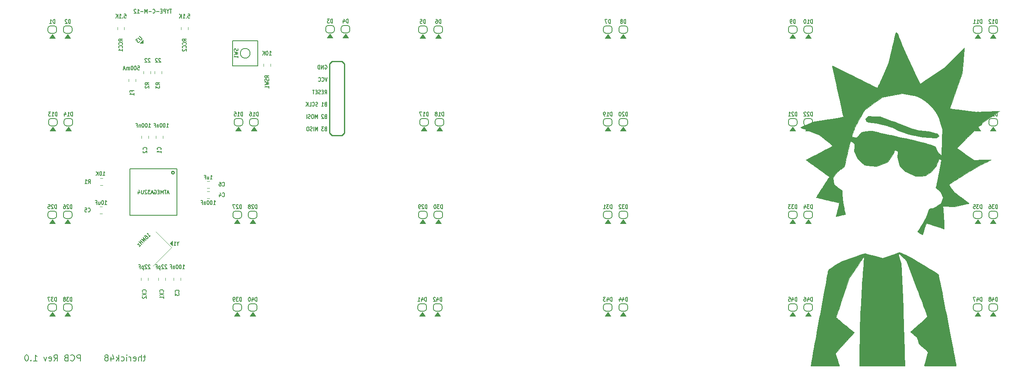
<source format=gbr>
G04 #@! TF.GenerationSoftware,KiCad,Pcbnew,(5.1.2-1)-1*
G04 #@! TF.CreationDate,2020-03-03T17:18:17-06:00*
G04 #@! TF.ProjectId,therick48,74686572-6963-46b3-9438-2e6b69636164,rev?*
G04 #@! TF.SameCoordinates,Original*
G04 #@! TF.FileFunction,Legend,Bot*
G04 #@! TF.FilePolarity,Positive*
%FSLAX46Y46*%
G04 Gerber Fmt 4.6, Leading zero omitted, Abs format (unit mm)*
G04 Created by KiCad (PCBNEW (5.1.2-1)-1) date 2020-03-03 17:18:17*
%MOMM*%
%LPD*%
G04 APERTURE LIST*
%ADD10C,0.200000*%
%ADD11C,0.150000*%
%ADD12C,0.100000*%
%ADD13C,0.120000*%
%ADD14C,0.254000*%
%ADD15C,0.010000*%
%ADD16C,0.203200*%
G04 APERTURE END LIST*
D10*
X82535746Y-108411856D02*
X82059555Y-108411856D01*
X82357174Y-107995190D02*
X82357174Y-109066618D01*
X82297651Y-109185666D01*
X82178603Y-109245190D01*
X82059555Y-109245190D01*
X81642889Y-109245190D02*
X81642889Y-107995190D01*
X81107174Y-109245190D02*
X81107174Y-108590428D01*
X81166698Y-108471380D01*
X81285746Y-108411856D01*
X81464317Y-108411856D01*
X81583365Y-108471380D01*
X81642889Y-108530904D01*
X80035746Y-109185666D02*
X80154794Y-109245190D01*
X80392889Y-109245190D01*
X80511936Y-109185666D01*
X80571460Y-109066618D01*
X80571460Y-108590428D01*
X80511936Y-108471380D01*
X80392889Y-108411856D01*
X80154794Y-108411856D01*
X80035746Y-108471380D01*
X79976222Y-108590428D01*
X79976222Y-108709475D01*
X80571460Y-108828523D01*
X79440508Y-109245190D02*
X79440508Y-108411856D01*
X79440508Y-108649952D02*
X79380984Y-108530904D01*
X79321460Y-108471380D01*
X79202413Y-108411856D01*
X79083365Y-108411856D01*
X78666698Y-109245190D02*
X78666698Y-108411856D01*
X78666698Y-107995190D02*
X78726222Y-108054714D01*
X78666698Y-108114237D01*
X78607174Y-108054714D01*
X78666698Y-107995190D01*
X78666698Y-108114237D01*
X77535746Y-109185666D02*
X77654794Y-109245190D01*
X77892889Y-109245190D01*
X78011936Y-109185666D01*
X78071460Y-109126142D01*
X78130984Y-109007094D01*
X78130984Y-108649952D01*
X78071460Y-108530904D01*
X78011936Y-108471380D01*
X77892889Y-108411856D01*
X77654794Y-108411856D01*
X77535746Y-108471380D01*
X77000032Y-109245190D02*
X77000032Y-107995190D01*
X76880984Y-108768999D02*
X76523841Y-109245190D01*
X76523841Y-108411856D02*
X77000032Y-108888047D01*
X75452413Y-108411856D02*
X75452413Y-109245190D01*
X75750032Y-107935666D02*
X76047651Y-108828523D01*
X75273841Y-108828523D01*
X74619079Y-108530904D02*
X74738127Y-108471380D01*
X74797651Y-108411856D01*
X74857174Y-108292809D01*
X74857174Y-108233285D01*
X74797651Y-108114237D01*
X74738127Y-108054714D01*
X74619079Y-107995190D01*
X74380984Y-107995190D01*
X74261936Y-108054714D01*
X74202413Y-108114237D01*
X74142889Y-108233285D01*
X74142889Y-108292809D01*
X74202413Y-108411856D01*
X74261936Y-108471380D01*
X74380984Y-108530904D01*
X74619079Y-108530904D01*
X74738127Y-108590428D01*
X74797651Y-108649952D01*
X74857174Y-108768999D01*
X74857174Y-109007094D01*
X74797651Y-109126142D01*
X74738127Y-109185666D01*
X74619079Y-109245190D01*
X74380984Y-109245190D01*
X74261936Y-109185666D01*
X74202413Y-109126142D01*
X74142889Y-109007094D01*
X74142889Y-108768999D01*
X74202413Y-108649952D01*
X74261936Y-108590428D01*
X74380984Y-108530904D01*
X69114594Y-109245190D02*
X69114594Y-107995190D01*
X68638404Y-107995190D01*
X68519356Y-108054714D01*
X68459833Y-108114237D01*
X68400309Y-108233285D01*
X68400309Y-108411856D01*
X68459833Y-108530904D01*
X68519356Y-108590428D01*
X68638404Y-108649952D01*
X69114594Y-108649952D01*
X67150309Y-109126142D02*
X67209833Y-109185666D01*
X67388404Y-109245190D01*
X67507452Y-109245190D01*
X67686023Y-109185666D01*
X67805071Y-109066618D01*
X67864594Y-108947571D01*
X67924118Y-108709475D01*
X67924118Y-108530904D01*
X67864594Y-108292809D01*
X67805071Y-108173761D01*
X67686023Y-108054714D01*
X67507452Y-107995190D01*
X67388404Y-107995190D01*
X67209833Y-108054714D01*
X67150309Y-108114237D01*
X66197928Y-108590428D02*
X66019356Y-108649952D01*
X65959833Y-108709475D01*
X65900309Y-108828523D01*
X65900309Y-109007094D01*
X65959833Y-109126142D01*
X66019356Y-109185666D01*
X66138404Y-109245190D01*
X66614594Y-109245190D01*
X66614594Y-107995190D01*
X66197928Y-107995190D01*
X66078880Y-108054714D01*
X66019356Y-108114237D01*
X65959833Y-108233285D01*
X65959833Y-108352333D01*
X66019356Y-108471380D01*
X66078880Y-108530904D01*
X66197928Y-108590428D01*
X66614594Y-108590428D01*
X63697928Y-109245190D02*
X64114594Y-108649952D01*
X64412213Y-109245190D02*
X64412213Y-107995190D01*
X63936023Y-107995190D01*
X63816975Y-108054714D01*
X63757452Y-108114237D01*
X63697928Y-108233285D01*
X63697928Y-108411856D01*
X63757452Y-108530904D01*
X63816975Y-108590428D01*
X63936023Y-108649952D01*
X64412213Y-108649952D01*
X62686023Y-109185666D02*
X62805071Y-109245190D01*
X63043166Y-109245190D01*
X63162213Y-109185666D01*
X63221737Y-109066618D01*
X63221737Y-108590428D01*
X63162213Y-108471380D01*
X63043166Y-108411856D01*
X62805071Y-108411856D01*
X62686023Y-108471380D01*
X62626499Y-108590428D01*
X62626499Y-108709475D01*
X63221737Y-108828523D01*
X62209833Y-108411856D02*
X61912213Y-109245190D01*
X61614594Y-108411856D01*
X59531261Y-109245190D02*
X60245547Y-109245190D01*
X59888404Y-109245190D02*
X59888404Y-107995190D01*
X60007452Y-108173761D01*
X60126499Y-108292809D01*
X60245547Y-108352333D01*
X58995547Y-109126142D02*
X58936023Y-109185666D01*
X58995547Y-109245190D01*
X59055071Y-109185666D01*
X58995547Y-109126142D01*
X58995547Y-109245190D01*
X58162213Y-107995190D02*
X58043166Y-107995190D01*
X57924118Y-108054714D01*
X57864594Y-108114237D01*
X57805071Y-108233285D01*
X57745547Y-108471380D01*
X57745547Y-108768999D01*
X57805071Y-109007094D01*
X57864594Y-109126142D01*
X57924118Y-109185666D01*
X58043166Y-109245190D01*
X58162213Y-109245190D01*
X58281261Y-109185666D01*
X58340785Y-109126142D01*
X58400309Y-109007094D01*
X58459833Y-108768999D01*
X58459833Y-108471380D01*
X58400309Y-108233285D01*
X58340785Y-108114237D01*
X58281261Y-108054714D01*
X58162213Y-107995190D01*
D11*
X91234333Y-37913904D02*
X91567666Y-37913904D01*
X91601000Y-38294857D01*
X91567666Y-38256761D01*
X91501000Y-38218666D01*
X91334333Y-38218666D01*
X91267666Y-38256761D01*
X91234333Y-38294857D01*
X91201000Y-38371047D01*
X91201000Y-38561523D01*
X91234333Y-38637714D01*
X91267666Y-38675809D01*
X91334333Y-38713904D01*
X91501000Y-38713904D01*
X91567666Y-38675809D01*
X91601000Y-38637714D01*
X90901000Y-38637714D02*
X90867666Y-38675809D01*
X90901000Y-38713904D01*
X90934333Y-38675809D01*
X90901000Y-38637714D01*
X90901000Y-38713904D01*
X90201000Y-38713904D02*
X90601000Y-38713904D01*
X90401000Y-38713904D02*
X90401000Y-37913904D01*
X90467666Y-38028190D01*
X90534333Y-38104380D01*
X90601000Y-38142476D01*
X89901000Y-38713904D02*
X89901000Y-37913904D01*
X89501000Y-38713904D02*
X89801000Y-38256761D01*
X89501000Y-37913904D02*
X89901000Y-38371047D01*
X78153333Y-37913904D02*
X78486666Y-37913904D01*
X78520000Y-38294857D01*
X78486666Y-38256761D01*
X78420000Y-38218666D01*
X78253333Y-38218666D01*
X78186666Y-38256761D01*
X78153333Y-38294857D01*
X78120000Y-38371047D01*
X78120000Y-38561523D01*
X78153333Y-38637714D01*
X78186666Y-38675809D01*
X78253333Y-38713904D01*
X78420000Y-38713904D01*
X78486666Y-38675809D01*
X78520000Y-38637714D01*
X77820000Y-38637714D02*
X77786666Y-38675809D01*
X77820000Y-38713904D01*
X77853333Y-38675809D01*
X77820000Y-38637714D01*
X77820000Y-38713904D01*
X77120000Y-38713904D02*
X77520000Y-38713904D01*
X77320000Y-38713904D02*
X77320000Y-37913904D01*
X77386666Y-38028190D01*
X77453333Y-38104380D01*
X77520000Y-38142476D01*
X76820000Y-38713904D02*
X76820000Y-37913904D01*
X76420000Y-38713904D02*
X76720000Y-38256761D01*
X76420000Y-37913904D02*
X76820000Y-38371047D01*
X107925333Y-46335904D02*
X108325333Y-46335904D01*
X108125333Y-46335904D02*
X108125333Y-45535904D01*
X108192000Y-45650190D01*
X108258666Y-45726380D01*
X108325333Y-45764476D01*
X107492000Y-45535904D02*
X107425333Y-45535904D01*
X107358666Y-45574000D01*
X107325333Y-45612095D01*
X107292000Y-45688285D01*
X107258666Y-45840666D01*
X107258666Y-46031142D01*
X107292000Y-46183523D01*
X107325333Y-46259714D01*
X107358666Y-46297809D01*
X107425333Y-46335904D01*
X107492000Y-46335904D01*
X107558666Y-46297809D01*
X107592000Y-46259714D01*
X107625333Y-46183523D01*
X107658666Y-46031142D01*
X107658666Y-45840666D01*
X107625333Y-45688285D01*
X107592000Y-45612095D01*
X107558666Y-45574000D01*
X107492000Y-45535904D01*
X106958666Y-46335904D02*
X106958666Y-45535904D01*
X106558666Y-46335904D02*
X106858666Y-45878761D01*
X106558666Y-45535904D02*
X106958666Y-45993047D01*
X86808333Y-61194904D02*
X87208333Y-61194904D01*
X87008333Y-61194904D02*
X87008333Y-60394904D01*
X87075000Y-60509190D01*
X87141666Y-60585380D01*
X87208333Y-60623476D01*
X86375000Y-60394904D02*
X86308333Y-60394904D01*
X86241666Y-60433000D01*
X86208333Y-60471095D01*
X86175000Y-60547285D01*
X86141666Y-60699666D01*
X86141666Y-60890142D01*
X86175000Y-61042523D01*
X86208333Y-61118714D01*
X86241666Y-61156809D01*
X86308333Y-61194904D01*
X86375000Y-61194904D01*
X86441666Y-61156809D01*
X86475000Y-61118714D01*
X86508333Y-61042523D01*
X86541666Y-60890142D01*
X86541666Y-60699666D01*
X86508333Y-60547285D01*
X86475000Y-60471095D01*
X86441666Y-60433000D01*
X86375000Y-60394904D01*
X85708333Y-60394904D02*
X85641666Y-60394904D01*
X85575000Y-60433000D01*
X85541666Y-60471095D01*
X85508333Y-60547285D01*
X85475000Y-60699666D01*
X85475000Y-60890142D01*
X85508333Y-61042523D01*
X85541666Y-61118714D01*
X85575000Y-61156809D01*
X85641666Y-61194904D01*
X85708333Y-61194904D01*
X85775000Y-61156809D01*
X85808333Y-61118714D01*
X85841666Y-61042523D01*
X85875000Y-60890142D01*
X85875000Y-60699666D01*
X85841666Y-60547285D01*
X85808333Y-60471095D01*
X85775000Y-60433000D01*
X85708333Y-60394904D01*
X85175000Y-60661571D02*
X85175000Y-61194904D01*
X85175000Y-60737761D02*
X85141666Y-60699666D01*
X85075000Y-60661571D01*
X84975000Y-60661571D01*
X84908333Y-60699666D01*
X84875000Y-60775857D01*
X84875000Y-61194904D01*
X84308333Y-60775857D02*
X84541666Y-60775857D01*
X84541666Y-61194904D02*
X84541666Y-60394904D01*
X84208333Y-60394904D01*
X83261648Y-83747162D02*
X83544491Y-83464319D01*
X83403069Y-83605740D02*
X82837384Y-83040055D01*
X82965336Y-83073727D01*
X83066352Y-83080461D01*
X83140430Y-83060258D01*
X82271698Y-83605740D02*
X82365979Y-83511460D01*
X82440057Y-83491256D01*
X82490565Y-83494624D01*
X82618517Y-83528295D01*
X82749837Y-83612475D01*
X82965336Y-83827974D01*
X82995641Y-83905419D01*
X82999008Y-83955927D01*
X82978805Y-84030004D01*
X82884524Y-84124285D01*
X82810446Y-84144488D01*
X82759939Y-84141121D01*
X82682494Y-84110817D01*
X82547807Y-83976130D01*
X82517502Y-83898685D01*
X82514135Y-83848177D01*
X82534338Y-83774099D01*
X82628619Y-83679818D01*
X82702697Y-83659615D01*
X82753204Y-83662982D01*
X82830649Y-83693287D01*
X82578111Y-84430698D02*
X82012426Y-83865013D01*
X82251495Y-84434066D01*
X81682443Y-84194996D01*
X82248128Y-84760682D01*
X82012426Y-84996384D02*
X81446740Y-84430698D01*
X81716114Y-84700072D02*
X81433272Y-84982915D01*
X81729583Y-85279226D02*
X81163898Y-84713541D01*
X81163898Y-85090665D02*
X80904625Y-85349937D01*
X81541021Y-85467788D01*
X81281749Y-85727061D01*
X83449333Y-47096095D02*
X83416000Y-47058000D01*
X83349333Y-47019904D01*
X83182666Y-47019904D01*
X83116000Y-47058000D01*
X83082666Y-47096095D01*
X83049333Y-47172285D01*
X83049333Y-47248476D01*
X83082666Y-47362761D01*
X83482666Y-47819904D01*
X83049333Y-47819904D01*
X82782666Y-47096095D02*
X82749333Y-47058000D01*
X82682666Y-47019904D01*
X82516000Y-47019904D01*
X82449333Y-47058000D01*
X82416000Y-47096095D01*
X82382666Y-47172285D01*
X82382666Y-47248476D01*
X82416000Y-47362761D01*
X82816000Y-47819904D01*
X82382666Y-47819904D01*
X85608333Y-47096095D02*
X85575000Y-47058000D01*
X85508333Y-47019904D01*
X85341666Y-47019904D01*
X85275000Y-47058000D01*
X85241666Y-47096095D01*
X85208333Y-47172285D01*
X85208333Y-47248476D01*
X85241666Y-47362761D01*
X85641666Y-47819904D01*
X85208333Y-47819904D01*
X84941666Y-47096095D02*
X84908333Y-47058000D01*
X84841666Y-47019904D01*
X84675000Y-47019904D01*
X84608333Y-47058000D01*
X84575000Y-47096095D01*
X84541666Y-47172285D01*
X84541666Y-47248476D01*
X84575000Y-47362761D01*
X84975000Y-47819904D01*
X84541666Y-47819904D01*
X83125333Y-61194904D02*
X83525333Y-61194904D01*
X83325333Y-61194904D02*
X83325333Y-60394904D01*
X83392000Y-60509190D01*
X83458666Y-60585380D01*
X83525333Y-60623476D01*
X82692000Y-60394904D02*
X82625333Y-60394904D01*
X82558666Y-60433000D01*
X82525333Y-60471095D01*
X82492000Y-60547285D01*
X82458666Y-60699666D01*
X82458666Y-60890142D01*
X82492000Y-61042523D01*
X82525333Y-61118714D01*
X82558666Y-61156809D01*
X82625333Y-61194904D01*
X82692000Y-61194904D01*
X82758666Y-61156809D01*
X82792000Y-61118714D01*
X82825333Y-61042523D01*
X82858666Y-60890142D01*
X82858666Y-60699666D01*
X82825333Y-60547285D01*
X82792000Y-60471095D01*
X82758666Y-60433000D01*
X82692000Y-60394904D01*
X82025333Y-60394904D02*
X81958666Y-60394904D01*
X81892000Y-60433000D01*
X81858666Y-60471095D01*
X81825333Y-60547285D01*
X81792000Y-60699666D01*
X81792000Y-60890142D01*
X81825333Y-61042523D01*
X81858666Y-61118714D01*
X81892000Y-61156809D01*
X81958666Y-61194904D01*
X82025333Y-61194904D01*
X82092000Y-61156809D01*
X82125333Y-61118714D01*
X82158666Y-61042523D01*
X82192000Y-60890142D01*
X82192000Y-60699666D01*
X82158666Y-60547285D01*
X82125333Y-60471095D01*
X82092000Y-60433000D01*
X82025333Y-60394904D01*
X81492000Y-60661571D02*
X81492000Y-61194904D01*
X81492000Y-60737761D02*
X81458666Y-60699666D01*
X81392000Y-60661571D01*
X81292000Y-60661571D01*
X81225333Y-60699666D01*
X81192000Y-60775857D01*
X81192000Y-61194904D01*
X80625333Y-60775857D02*
X80858666Y-60775857D01*
X80858666Y-61194904D02*
X80858666Y-60394904D01*
X80525333Y-60394904D01*
X95793666Y-71862904D02*
X96193666Y-71862904D01*
X95993666Y-71862904D02*
X95993666Y-71062904D01*
X96060333Y-71177190D01*
X96127000Y-71253380D01*
X96193666Y-71291476D01*
X95193666Y-71329571D02*
X95193666Y-71862904D01*
X95493666Y-71329571D02*
X95493666Y-71748619D01*
X95460333Y-71824809D01*
X95393666Y-71862904D01*
X95293666Y-71862904D01*
X95227000Y-71824809D01*
X95193666Y-71786714D01*
X94627000Y-71443857D02*
X94860333Y-71443857D01*
X94860333Y-71862904D02*
X94860333Y-71062904D01*
X94527000Y-71062904D01*
X96460333Y-77069904D02*
X96860333Y-77069904D01*
X96660333Y-77069904D02*
X96660333Y-76269904D01*
X96727000Y-76384190D01*
X96793666Y-76460380D01*
X96860333Y-76498476D01*
X96027000Y-76269904D02*
X95960333Y-76269904D01*
X95893666Y-76308000D01*
X95860333Y-76346095D01*
X95827000Y-76422285D01*
X95793666Y-76574666D01*
X95793666Y-76765142D01*
X95827000Y-76917523D01*
X95860333Y-76993714D01*
X95893666Y-77031809D01*
X95960333Y-77069904D01*
X96027000Y-77069904D01*
X96093666Y-77031809D01*
X96127000Y-76993714D01*
X96160333Y-76917523D01*
X96193666Y-76765142D01*
X96193666Y-76574666D01*
X96160333Y-76422285D01*
X96127000Y-76346095D01*
X96093666Y-76308000D01*
X96027000Y-76269904D01*
X95360333Y-76269904D02*
X95293666Y-76269904D01*
X95227000Y-76308000D01*
X95193666Y-76346095D01*
X95160333Y-76422285D01*
X95127000Y-76574666D01*
X95127000Y-76765142D01*
X95160333Y-76917523D01*
X95193666Y-76993714D01*
X95227000Y-77031809D01*
X95293666Y-77069904D01*
X95360333Y-77069904D01*
X95427000Y-77031809D01*
X95460333Y-76993714D01*
X95493666Y-76917523D01*
X95527000Y-76765142D01*
X95527000Y-76574666D01*
X95493666Y-76422285D01*
X95460333Y-76346095D01*
X95427000Y-76308000D01*
X95360333Y-76269904D01*
X94827000Y-76536571D02*
X94827000Y-77069904D01*
X94827000Y-76612761D02*
X94793666Y-76574666D01*
X94727000Y-76536571D01*
X94627000Y-76536571D01*
X94560333Y-76574666D01*
X94527000Y-76650857D01*
X94527000Y-77069904D01*
X93960333Y-76650857D02*
X94193666Y-76650857D01*
X94193666Y-77069904D02*
X94193666Y-76269904D01*
X93860333Y-76269904D01*
X73762333Y-71100904D02*
X74162333Y-71100904D01*
X73962333Y-71100904D02*
X73962333Y-70300904D01*
X74029000Y-70415190D01*
X74095666Y-70491380D01*
X74162333Y-70529476D01*
X73329000Y-70300904D02*
X73262333Y-70300904D01*
X73195666Y-70339000D01*
X73162333Y-70377095D01*
X73129000Y-70453285D01*
X73095666Y-70605666D01*
X73095666Y-70796142D01*
X73129000Y-70948523D01*
X73162333Y-71024714D01*
X73195666Y-71062809D01*
X73262333Y-71100904D01*
X73329000Y-71100904D01*
X73395666Y-71062809D01*
X73429000Y-71024714D01*
X73462333Y-70948523D01*
X73495666Y-70796142D01*
X73495666Y-70605666D01*
X73462333Y-70453285D01*
X73429000Y-70377095D01*
X73395666Y-70339000D01*
X73329000Y-70300904D01*
X72795666Y-71100904D02*
X72795666Y-70300904D01*
X72395666Y-71100904D02*
X72695666Y-70643761D01*
X72395666Y-70300904D02*
X72795666Y-70758047D01*
X74156000Y-77069904D02*
X74556000Y-77069904D01*
X74356000Y-77069904D02*
X74356000Y-76269904D01*
X74422666Y-76384190D01*
X74489333Y-76460380D01*
X74556000Y-76498476D01*
X73722666Y-76269904D02*
X73656000Y-76269904D01*
X73589333Y-76308000D01*
X73556000Y-76346095D01*
X73522666Y-76422285D01*
X73489333Y-76574666D01*
X73489333Y-76765142D01*
X73522666Y-76917523D01*
X73556000Y-76993714D01*
X73589333Y-77031809D01*
X73656000Y-77069904D01*
X73722666Y-77069904D01*
X73789333Y-77031809D01*
X73822666Y-76993714D01*
X73856000Y-76917523D01*
X73889333Y-76765142D01*
X73889333Y-76574666D01*
X73856000Y-76422285D01*
X73822666Y-76346095D01*
X73789333Y-76308000D01*
X73722666Y-76269904D01*
X72889333Y-76536571D02*
X72889333Y-77069904D01*
X73189333Y-76536571D02*
X73189333Y-76955619D01*
X73156000Y-77031809D01*
X73089333Y-77069904D01*
X72989333Y-77069904D01*
X72922666Y-77031809D01*
X72889333Y-76993714D01*
X72322666Y-76650857D02*
X72556000Y-76650857D01*
X72556000Y-77069904D02*
X72556000Y-76269904D01*
X72222666Y-76269904D01*
X83446000Y-89554095D02*
X83412666Y-89516000D01*
X83346000Y-89477904D01*
X83179333Y-89477904D01*
X83112666Y-89516000D01*
X83079333Y-89554095D01*
X83046000Y-89630285D01*
X83046000Y-89706476D01*
X83079333Y-89820761D01*
X83479333Y-90277904D01*
X83046000Y-90277904D01*
X82779333Y-89554095D02*
X82746000Y-89516000D01*
X82679333Y-89477904D01*
X82512666Y-89477904D01*
X82446000Y-89516000D01*
X82412666Y-89554095D01*
X82379333Y-89630285D01*
X82379333Y-89706476D01*
X82412666Y-89820761D01*
X82812666Y-90277904D01*
X82379333Y-90277904D01*
X82079333Y-89744571D02*
X82079333Y-90544571D01*
X82079333Y-89782666D02*
X82012666Y-89744571D01*
X81879333Y-89744571D01*
X81812666Y-89782666D01*
X81779333Y-89820761D01*
X81746000Y-89896952D01*
X81746000Y-90125523D01*
X81779333Y-90201714D01*
X81812666Y-90239809D01*
X81879333Y-90277904D01*
X82012666Y-90277904D01*
X82079333Y-90239809D01*
X81212666Y-89858857D02*
X81446000Y-89858857D01*
X81446000Y-90277904D02*
X81446000Y-89477904D01*
X81112666Y-89477904D01*
X86875000Y-89554095D02*
X86841666Y-89516000D01*
X86775000Y-89477904D01*
X86608333Y-89477904D01*
X86541666Y-89516000D01*
X86508333Y-89554095D01*
X86475000Y-89630285D01*
X86475000Y-89706476D01*
X86508333Y-89820761D01*
X86908333Y-90277904D01*
X86475000Y-90277904D01*
X86208333Y-89554095D02*
X86175000Y-89516000D01*
X86108333Y-89477904D01*
X85941666Y-89477904D01*
X85875000Y-89516000D01*
X85841666Y-89554095D01*
X85808333Y-89630285D01*
X85808333Y-89706476D01*
X85841666Y-89820761D01*
X86241666Y-90277904D01*
X85808333Y-90277904D01*
X85508333Y-89744571D02*
X85508333Y-90544571D01*
X85508333Y-89782666D02*
X85441666Y-89744571D01*
X85308333Y-89744571D01*
X85241666Y-89782666D01*
X85208333Y-89820761D01*
X85175000Y-89896952D01*
X85175000Y-90125523D01*
X85208333Y-90201714D01*
X85241666Y-90239809D01*
X85308333Y-90277904D01*
X85441666Y-90277904D01*
X85508333Y-90239809D01*
X84641666Y-89858857D02*
X84875000Y-89858857D01*
X84875000Y-90277904D02*
X84875000Y-89477904D01*
X84541666Y-89477904D01*
X90110333Y-90277904D02*
X90510333Y-90277904D01*
X90310333Y-90277904D02*
X90310333Y-89477904D01*
X90377000Y-89592190D01*
X90443666Y-89668380D01*
X90510333Y-89706476D01*
X89677000Y-89477904D02*
X89610333Y-89477904D01*
X89543666Y-89516000D01*
X89510333Y-89554095D01*
X89477000Y-89630285D01*
X89443666Y-89782666D01*
X89443666Y-89973142D01*
X89477000Y-90125523D01*
X89510333Y-90201714D01*
X89543666Y-90239809D01*
X89610333Y-90277904D01*
X89677000Y-90277904D01*
X89743666Y-90239809D01*
X89777000Y-90201714D01*
X89810333Y-90125523D01*
X89843666Y-89973142D01*
X89843666Y-89782666D01*
X89810333Y-89630285D01*
X89777000Y-89554095D01*
X89743666Y-89516000D01*
X89677000Y-89477904D01*
X89010333Y-89477904D02*
X88943666Y-89477904D01*
X88877000Y-89516000D01*
X88843666Y-89554095D01*
X88810333Y-89630285D01*
X88777000Y-89782666D01*
X88777000Y-89973142D01*
X88810333Y-90125523D01*
X88843666Y-90201714D01*
X88877000Y-90239809D01*
X88943666Y-90277904D01*
X89010333Y-90277904D01*
X89077000Y-90239809D01*
X89110333Y-90201714D01*
X89143666Y-90125523D01*
X89177000Y-89973142D01*
X89177000Y-89782666D01*
X89143666Y-89630285D01*
X89110333Y-89554095D01*
X89077000Y-89516000D01*
X89010333Y-89477904D01*
X88477000Y-89744571D02*
X88477000Y-90277904D01*
X88477000Y-89820761D02*
X88443666Y-89782666D01*
X88377000Y-89744571D01*
X88277000Y-89744571D01*
X88210333Y-89782666D01*
X88177000Y-89858857D01*
X88177000Y-90277904D01*
X87610333Y-89858857D02*
X87843666Y-89858857D01*
X87843666Y-90277904D02*
X87843666Y-89477904D01*
X87510333Y-89477904D01*
X80895666Y-48583904D02*
X81229000Y-48583904D01*
X81262333Y-48964857D01*
X81229000Y-48926761D01*
X81162333Y-48888666D01*
X80995666Y-48888666D01*
X80929000Y-48926761D01*
X80895666Y-48964857D01*
X80862333Y-49041047D01*
X80862333Y-49231523D01*
X80895666Y-49307714D01*
X80929000Y-49345809D01*
X80995666Y-49383904D01*
X81162333Y-49383904D01*
X81229000Y-49345809D01*
X81262333Y-49307714D01*
X80429000Y-48583904D02*
X80362333Y-48583904D01*
X80295666Y-48622000D01*
X80262333Y-48660095D01*
X80229000Y-48736285D01*
X80195666Y-48888666D01*
X80195666Y-49079142D01*
X80229000Y-49231523D01*
X80262333Y-49307714D01*
X80295666Y-49345809D01*
X80362333Y-49383904D01*
X80429000Y-49383904D01*
X80495666Y-49345809D01*
X80529000Y-49307714D01*
X80562333Y-49231523D01*
X80595666Y-49079142D01*
X80595666Y-48888666D01*
X80562333Y-48736285D01*
X80529000Y-48660095D01*
X80495666Y-48622000D01*
X80429000Y-48583904D01*
X79762333Y-48583904D02*
X79695666Y-48583904D01*
X79629000Y-48622000D01*
X79595666Y-48660095D01*
X79562333Y-48736285D01*
X79529000Y-48888666D01*
X79529000Y-49079142D01*
X79562333Y-49231523D01*
X79595666Y-49307714D01*
X79629000Y-49345809D01*
X79695666Y-49383904D01*
X79762333Y-49383904D01*
X79829000Y-49345809D01*
X79862333Y-49307714D01*
X79895666Y-49231523D01*
X79929000Y-49079142D01*
X79929000Y-48888666D01*
X79895666Y-48736285D01*
X79862333Y-48660095D01*
X79829000Y-48622000D01*
X79762333Y-48583904D01*
X79229000Y-49383904D02*
X79229000Y-48850571D01*
X79229000Y-48926761D02*
X79195666Y-48888666D01*
X79129000Y-48850571D01*
X79029000Y-48850571D01*
X78962333Y-48888666D01*
X78929000Y-48964857D01*
X78929000Y-49383904D01*
X78929000Y-48964857D02*
X78895666Y-48888666D01*
X78829000Y-48850571D01*
X78729000Y-48850571D01*
X78662333Y-48888666D01*
X78629000Y-48964857D01*
X78629000Y-49383904D01*
X78329000Y-49155333D02*
X77995666Y-49155333D01*
X78395666Y-49383904D02*
X78162333Y-48583904D01*
X77929000Y-49383904D01*
D12*
G36*
X142875000Y-61115575D02*
G01*
X142275000Y-61915575D01*
X143475000Y-61915575D01*
X142875000Y-61115575D01*
G37*
X142875000Y-61115575D02*
X142275000Y-61915575D01*
X143475000Y-61915575D01*
X142875000Y-61115575D01*
D10*
X143775000Y-60401337D02*
X143775000Y-59901375D01*
X143275000Y-60901375D02*
G75*
G03X143775000Y-60401375I0J500000D01*
G01*
X143775000Y-59901375D02*
G75*
G03X143275000Y-59401375I-500000J0D01*
G01*
X142475000Y-59401375D02*
X143275000Y-59401375D01*
X142475000Y-59401375D02*
G75*
G03X141975000Y-59901375I0J-500000D01*
G01*
X141975000Y-59901413D02*
X141975000Y-60401375D01*
X142475000Y-60901375D02*
X143275000Y-60901375D01*
X141975000Y-60401375D02*
G75*
G03X142475000Y-60901375I500000J0D01*
G01*
D13*
X87837679Y-85906802D02*
X84019302Y-89725179D01*
X84655698Y-82724821D02*
X87837679Y-85906802D01*
D12*
G36*
X88010920Y-85587897D02*
G01*
X87480590Y-85057567D01*
X88010920Y-84527237D01*
X88010920Y-85587897D01*
G37*
X88010920Y-85587897D02*
X87480590Y-85057567D01*
X88010920Y-84527237D01*
X88010920Y-85587897D01*
D14*
X123300800Y-62342000D02*
X123300800Y-48118000D01*
X122792800Y-62850000D02*
X123300800Y-62342000D01*
X120760800Y-62850000D02*
X122792800Y-62850000D01*
X120252800Y-62342000D02*
X120760800Y-62850000D01*
X120252800Y-48118000D02*
X120252800Y-62342000D01*
X120760800Y-47610000D02*
X120252800Y-48118000D01*
X122792800Y-47610000D02*
X120760800Y-47610000D01*
X123300800Y-48118000D02*
X122792800Y-47610000D01*
D11*
X105580000Y-48580000D02*
X105580000Y-43380000D01*
X105580000Y-43380000D02*
X100380000Y-43380000D01*
X100380000Y-43380000D02*
X100380000Y-48580000D01*
X100380000Y-48580000D02*
X105580000Y-48580000D01*
X103980000Y-45980000D02*
G75*
G03X103980000Y-45980000I-1000000J0D01*
G01*
D12*
G36*
X256540000Y-99215575D02*
G01*
X255940000Y-100015575D01*
X257140000Y-100015575D01*
X256540000Y-99215575D01*
G37*
X256540000Y-99215575D02*
X255940000Y-100015575D01*
X257140000Y-100015575D01*
X256540000Y-99215575D01*
D10*
X257440000Y-98501337D02*
X257440000Y-98001375D01*
X256940000Y-99001375D02*
G75*
G03X257440000Y-98501375I0J500000D01*
G01*
X257440000Y-98001375D02*
G75*
G03X256940000Y-97501375I-500000J0D01*
G01*
X256140000Y-97501375D02*
X256940000Y-97501375D01*
X256140000Y-97501375D02*
G75*
G03X255640000Y-98001375I0J-500000D01*
G01*
X255640000Y-98001413D02*
X255640000Y-98501375D01*
X256140000Y-99001375D02*
X256940000Y-99001375D01*
X255640000Y-98501375D02*
G75*
G03X256140000Y-99001375I500000J0D01*
G01*
D12*
G36*
X253365000Y-99215575D02*
G01*
X252765000Y-100015575D01*
X253965000Y-100015575D01*
X253365000Y-99215575D01*
G37*
X253365000Y-99215575D02*
X252765000Y-100015575D01*
X253965000Y-100015575D01*
X253365000Y-99215575D01*
D10*
X254265000Y-98501337D02*
X254265000Y-98001375D01*
X253765000Y-99001375D02*
G75*
G03X254265000Y-98501375I0J500000D01*
G01*
X254265000Y-98001375D02*
G75*
G03X253765000Y-97501375I-500000J0D01*
G01*
X252965000Y-97501375D02*
X253765000Y-97501375D01*
X252965000Y-97501375D02*
G75*
G03X252465000Y-98001375I0J-500000D01*
G01*
X252465000Y-98001413D02*
X252465000Y-98501375D01*
X252965000Y-99001375D02*
X253765000Y-99001375D01*
X252465000Y-98501375D02*
G75*
G03X252965000Y-99001375I500000J0D01*
G01*
D12*
G36*
X218567000Y-99215575D02*
G01*
X217967000Y-100015575D01*
X219167000Y-100015575D01*
X218567000Y-99215575D01*
G37*
X218567000Y-99215575D02*
X217967000Y-100015575D01*
X219167000Y-100015575D01*
X218567000Y-99215575D01*
D10*
X219467000Y-98501337D02*
X219467000Y-98001375D01*
X218967000Y-99001375D02*
G75*
G03X219467000Y-98501375I0J500000D01*
G01*
X219467000Y-98001375D02*
G75*
G03X218967000Y-97501375I-500000J0D01*
G01*
X218167000Y-97501375D02*
X218967000Y-97501375D01*
X218167000Y-97501375D02*
G75*
G03X217667000Y-98001375I0J-500000D01*
G01*
X217667000Y-98001413D02*
X217667000Y-98501375D01*
X218167000Y-99001375D02*
X218967000Y-99001375D01*
X217667000Y-98501375D02*
G75*
G03X218167000Y-99001375I500000J0D01*
G01*
D12*
G36*
X215392000Y-99215575D02*
G01*
X214792000Y-100015575D01*
X215992000Y-100015575D01*
X215392000Y-99215575D01*
G37*
X215392000Y-99215575D02*
X214792000Y-100015575D01*
X215992000Y-100015575D01*
X215392000Y-99215575D01*
D10*
X216292000Y-98501337D02*
X216292000Y-98001375D01*
X215792000Y-99001375D02*
G75*
G03X216292000Y-98501375I0J500000D01*
G01*
X216292000Y-98001375D02*
G75*
G03X215792000Y-97501375I-500000J0D01*
G01*
X214992000Y-97501375D02*
X215792000Y-97501375D01*
X214992000Y-97501375D02*
G75*
G03X214492000Y-98001375I0J-500000D01*
G01*
X214492000Y-98001413D02*
X214492000Y-98501375D01*
X214992000Y-99001375D02*
X215792000Y-99001375D01*
X214492000Y-98501375D02*
G75*
G03X214992000Y-99001375I500000J0D01*
G01*
D12*
G36*
X180594000Y-99215575D02*
G01*
X179994000Y-100015575D01*
X181194000Y-100015575D01*
X180594000Y-99215575D01*
G37*
X180594000Y-99215575D02*
X179994000Y-100015575D01*
X181194000Y-100015575D01*
X180594000Y-99215575D01*
D10*
X181494000Y-98501337D02*
X181494000Y-98001375D01*
X180994000Y-99001375D02*
G75*
G03X181494000Y-98501375I0J500000D01*
G01*
X181494000Y-98001375D02*
G75*
G03X180994000Y-97501375I-500000J0D01*
G01*
X180194000Y-97501375D02*
X180994000Y-97501375D01*
X180194000Y-97501375D02*
G75*
G03X179694000Y-98001375I0J-500000D01*
G01*
X179694000Y-98001413D02*
X179694000Y-98501375D01*
X180194000Y-99001375D02*
X180994000Y-99001375D01*
X179694000Y-98501375D02*
G75*
G03X180194000Y-99001375I500000J0D01*
G01*
D12*
G36*
X177419000Y-99215575D02*
G01*
X176819000Y-100015575D01*
X178019000Y-100015575D01*
X177419000Y-99215575D01*
G37*
X177419000Y-99215575D02*
X176819000Y-100015575D01*
X178019000Y-100015575D01*
X177419000Y-99215575D01*
D10*
X178319000Y-98501337D02*
X178319000Y-98001375D01*
X177819000Y-99001375D02*
G75*
G03X178319000Y-98501375I0J500000D01*
G01*
X178319000Y-98001375D02*
G75*
G03X177819000Y-97501375I-500000J0D01*
G01*
X177019000Y-97501375D02*
X177819000Y-97501375D01*
X177019000Y-97501375D02*
G75*
G03X176519000Y-98001375I0J-500000D01*
G01*
X176519000Y-98001413D02*
X176519000Y-98501375D01*
X177019000Y-99001375D02*
X177819000Y-99001375D01*
X176519000Y-98501375D02*
G75*
G03X177019000Y-99001375I500000J0D01*
G01*
D12*
G36*
X142494000Y-99215575D02*
G01*
X141894000Y-100015575D01*
X143094000Y-100015575D01*
X142494000Y-99215575D01*
G37*
X142494000Y-99215575D02*
X141894000Y-100015575D01*
X143094000Y-100015575D01*
X142494000Y-99215575D01*
D10*
X143394000Y-98501337D02*
X143394000Y-98001375D01*
X142894000Y-99001375D02*
G75*
G03X143394000Y-98501375I0J500000D01*
G01*
X143394000Y-98001375D02*
G75*
G03X142894000Y-97501375I-500000J0D01*
G01*
X142094000Y-97501375D02*
X142894000Y-97501375D01*
X142094000Y-97501375D02*
G75*
G03X141594000Y-98001375I0J-500000D01*
G01*
X141594000Y-98001413D02*
X141594000Y-98501375D01*
X142094000Y-99001375D02*
X142894000Y-99001375D01*
X141594000Y-98501375D02*
G75*
G03X142094000Y-99001375I500000J0D01*
G01*
D12*
G36*
X139319000Y-99215575D02*
G01*
X138719000Y-100015575D01*
X139919000Y-100015575D01*
X139319000Y-99215575D01*
G37*
X139319000Y-99215575D02*
X138719000Y-100015575D01*
X139919000Y-100015575D01*
X139319000Y-99215575D01*
D10*
X140219000Y-98501337D02*
X140219000Y-98001375D01*
X139719000Y-99001375D02*
G75*
G03X140219000Y-98501375I0J500000D01*
G01*
X140219000Y-98001375D02*
G75*
G03X139719000Y-97501375I-500000J0D01*
G01*
X138919000Y-97501375D02*
X139719000Y-97501375D01*
X138919000Y-97501375D02*
G75*
G03X138419000Y-98001375I0J-500000D01*
G01*
X138419000Y-98001413D02*
X138419000Y-98501375D01*
X138919000Y-99001375D02*
X139719000Y-99001375D01*
X138419000Y-98501375D02*
G75*
G03X138919000Y-99001375I500000J0D01*
G01*
D12*
G36*
X104521000Y-99215575D02*
G01*
X103921000Y-100015575D01*
X105121000Y-100015575D01*
X104521000Y-99215575D01*
G37*
X104521000Y-99215575D02*
X103921000Y-100015575D01*
X105121000Y-100015575D01*
X104521000Y-99215575D01*
D10*
X105421000Y-98501337D02*
X105421000Y-98001375D01*
X104921000Y-99001375D02*
G75*
G03X105421000Y-98501375I0J500000D01*
G01*
X105421000Y-98001375D02*
G75*
G03X104921000Y-97501375I-500000J0D01*
G01*
X104121000Y-97501375D02*
X104921000Y-97501375D01*
X104121000Y-97501375D02*
G75*
G03X103621000Y-98001375I0J-500000D01*
G01*
X103621000Y-98001413D02*
X103621000Y-98501375D01*
X104121000Y-99001375D02*
X104921000Y-99001375D01*
X103621000Y-98501375D02*
G75*
G03X104121000Y-99001375I500000J0D01*
G01*
D12*
G36*
X101346000Y-99215575D02*
G01*
X100746000Y-100015575D01*
X101946000Y-100015575D01*
X101346000Y-99215575D01*
G37*
X101346000Y-99215575D02*
X100746000Y-100015575D01*
X101946000Y-100015575D01*
X101346000Y-99215575D01*
D10*
X102246000Y-98501337D02*
X102246000Y-98001375D01*
X101746000Y-99001375D02*
G75*
G03X102246000Y-98501375I0J500000D01*
G01*
X102246000Y-98001375D02*
G75*
G03X101746000Y-97501375I-500000J0D01*
G01*
X100946000Y-97501375D02*
X101746000Y-97501375D01*
X100946000Y-97501375D02*
G75*
G03X100446000Y-98001375I0J-500000D01*
G01*
X100446000Y-98001413D02*
X100446000Y-98501375D01*
X100946000Y-99001375D02*
X101746000Y-99001375D01*
X100446000Y-98501375D02*
G75*
G03X100946000Y-99001375I500000J0D01*
G01*
D12*
G36*
X66548000Y-99215575D02*
G01*
X65948000Y-100015575D01*
X67148000Y-100015575D01*
X66548000Y-99215575D01*
G37*
X66548000Y-99215575D02*
X65948000Y-100015575D01*
X67148000Y-100015575D01*
X66548000Y-99215575D01*
D10*
X67448000Y-98501337D02*
X67448000Y-98001375D01*
X66948000Y-99001375D02*
G75*
G03X67448000Y-98501375I0J500000D01*
G01*
X67448000Y-98001375D02*
G75*
G03X66948000Y-97501375I-500000J0D01*
G01*
X66148000Y-97501375D02*
X66948000Y-97501375D01*
X66148000Y-97501375D02*
G75*
G03X65648000Y-98001375I0J-500000D01*
G01*
X65648000Y-98001413D02*
X65648000Y-98501375D01*
X66148000Y-99001375D02*
X66948000Y-99001375D01*
X65648000Y-98501375D02*
G75*
G03X66148000Y-99001375I500000J0D01*
G01*
D12*
G36*
X63373805Y-99215575D02*
G01*
X62773805Y-100015575D01*
X63973805Y-100015575D01*
X63373805Y-99215575D01*
G37*
X63373805Y-99215575D02*
X62773805Y-100015575D01*
X63973805Y-100015575D01*
X63373805Y-99215575D01*
D10*
X64273805Y-98501337D02*
X64273805Y-98001375D01*
X63773805Y-99001375D02*
G75*
G03X64273805Y-98501375I0J500000D01*
G01*
X64273805Y-98001375D02*
G75*
G03X63773805Y-97501375I-500000J0D01*
G01*
X62973805Y-97501375D02*
X63773805Y-97501375D01*
X62973805Y-97501375D02*
G75*
G03X62473805Y-98001375I0J-500000D01*
G01*
X62473805Y-98001413D02*
X62473805Y-98501375D01*
X62973805Y-99001375D02*
X63773805Y-99001375D01*
X62473805Y-98501375D02*
G75*
G03X62973805Y-99001375I500000J0D01*
G01*
D12*
G36*
X256540000Y-80165575D02*
G01*
X255940000Y-80965575D01*
X257140000Y-80965575D01*
X256540000Y-80165575D01*
G37*
X256540000Y-80165575D02*
X255940000Y-80965575D01*
X257140000Y-80965575D01*
X256540000Y-80165575D01*
D10*
X257440000Y-79451337D02*
X257440000Y-78951375D01*
X256940000Y-79951375D02*
G75*
G03X257440000Y-79451375I0J500000D01*
G01*
X257440000Y-78951375D02*
G75*
G03X256940000Y-78451375I-500000J0D01*
G01*
X256140000Y-78451375D02*
X256940000Y-78451375D01*
X256140000Y-78451375D02*
G75*
G03X255640000Y-78951375I0J-500000D01*
G01*
X255640000Y-78951413D02*
X255640000Y-79451375D01*
X256140000Y-79951375D02*
X256940000Y-79951375D01*
X255640000Y-79451375D02*
G75*
G03X256140000Y-79951375I500000J0D01*
G01*
D12*
G36*
X253365000Y-80165575D02*
G01*
X252765000Y-80965575D01*
X253965000Y-80965575D01*
X253365000Y-80165575D01*
G37*
X253365000Y-80165575D02*
X252765000Y-80965575D01*
X253965000Y-80965575D01*
X253365000Y-80165575D01*
D10*
X254265000Y-79451337D02*
X254265000Y-78951375D01*
X253765000Y-79951375D02*
G75*
G03X254265000Y-79451375I0J500000D01*
G01*
X254265000Y-78951375D02*
G75*
G03X253765000Y-78451375I-500000J0D01*
G01*
X252965000Y-78451375D02*
X253765000Y-78451375D01*
X252965000Y-78451375D02*
G75*
G03X252465000Y-78951375I0J-500000D01*
G01*
X252465000Y-78951413D02*
X252465000Y-79451375D01*
X252965000Y-79951375D02*
X253765000Y-79951375D01*
X252465000Y-79451375D02*
G75*
G03X252965000Y-79951375I500000J0D01*
G01*
D12*
G36*
X218567000Y-80165575D02*
G01*
X217967000Y-80965575D01*
X219167000Y-80965575D01*
X218567000Y-80165575D01*
G37*
X218567000Y-80165575D02*
X217967000Y-80965575D01*
X219167000Y-80965575D01*
X218567000Y-80165575D01*
D10*
X219467000Y-79451337D02*
X219467000Y-78951375D01*
X218967000Y-79951375D02*
G75*
G03X219467000Y-79451375I0J500000D01*
G01*
X219467000Y-78951375D02*
G75*
G03X218967000Y-78451375I-500000J0D01*
G01*
X218167000Y-78451375D02*
X218967000Y-78451375D01*
X218167000Y-78451375D02*
G75*
G03X217667000Y-78951375I0J-500000D01*
G01*
X217667000Y-78951413D02*
X217667000Y-79451375D01*
X218167000Y-79951375D02*
X218967000Y-79951375D01*
X217667000Y-79451375D02*
G75*
G03X218167000Y-79951375I500000J0D01*
G01*
D12*
G36*
X215392000Y-80165575D02*
G01*
X214792000Y-80965575D01*
X215992000Y-80965575D01*
X215392000Y-80165575D01*
G37*
X215392000Y-80165575D02*
X214792000Y-80965575D01*
X215992000Y-80965575D01*
X215392000Y-80165575D01*
D10*
X216292000Y-79451337D02*
X216292000Y-78951375D01*
X215792000Y-79951375D02*
G75*
G03X216292000Y-79451375I0J500000D01*
G01*
X216292000Y-78951375D02*
G75*
G03X215792000Y-78451375I-500000J0D01*
G01*
X214992000Y-78451375D02*
X215792000Y-78451375D01*
X214992000Y-78451375D02*
G75*
G03X214492000Y-78951375I0J-500000D01*
G01*
X214492000Y-78951413D02*
X214492000Y-79451375D01*
X214992000Y-79951375D02*
X215792000Y-79951375D01*
X214492000Y-79451375D02*
G75*
G03X214992000Y-79951375I500000J0D01*
G01*
D12*
G36*
X180594000Y-80165575D02*
G01*
X179994000Y-80965575D01*
X181194000Y-80965575D01*
X180594000Y-80165575D01*
G37*
X180594000Y-80165575D02*
X179994000Y-80965575D01*
X181194000Y-80965575D01*
X180594000Y-80165575D01*
D10*
X181494000Y-79451337D02*
X181494000Y-78951375D01*
X180994000Y-79951375D02*
G75*
G03X181494000Y-79451375I0J500000D01*
G01*
X181494000Y-78951375D02*
G75*
G03X180994000Y-78451375I-500000J0D01*
G01*
X180194000Y-78451375D02*
X180994000Y-78451375D01*
X180194000Y-78451375D02*
G75*
G03X179694000Y-78951375I0J-500000D01*
G01*
X179694000Y-78951413D02*
X179694000Y-79451375D01*
X180194000Y-79951375D02*
X180994000Y-79951375D01*
X179694000Y-79451375D02*
G75*
G03X180194000Y-79951375I500000J0D01*
G01*
D12*
G36*
X177419000Y-80165575D02*
G01*
X176819000Y-80965575D01*
X178019000Y-80965575D01*
X177419000Y-80165575D01*
G37*
X177419000Y-80165575D02*
X176819000Y-80965575D01*
X178019000Y-80965575D01*
X177419000Y-80165575D01*
D10*
X178319000Y-79451337D02*
X178319000Y-78951375D01*
X177819000Y-79951375D02*
G75*
G03X178319000Y-79451375I0J500000D01*
G01*
X178319000Y-78951375D02*
G75*
G03X177819000Y-78451375I-500000J0D01*
G01*
X177019000Y-78451375D02*
X177819000Y-78451375D01*
X177019000Y-78451375D02*
G75*
G03X176519000Y-78951375I0J-500000D01*
G01*
X176519000Y-78951413D02*
X176519000Y-79451375D01*
X177019000Y-79951375D02*
X177819000Y-79951375D01*
X176519000Y-79451375D02*
G75*
G03X177019000Y-79951375I500000J0D01*
G01*
D12*
G36*
X142621000Y-80165575D02*
G01*
X142021000Y-80965575D01*
X143221000Y-80965575D01*
X142621000Y-80165575D01*
G37*
X142621000Y-80165575D02*
X142021000Y-80965575D01*
X143221000Y-80965575D01*
X142621000Y-80165575D01*
D10*
X143521000Y-79451337D02*
X143521000Y-78951375D01*
X143021000Y-79951375D02*
G75*
G03X143521000Y-79451375I0J500000D01*
G01*
X143521000Y-78951375D02*
G75*
G03X143021000Y-78451375I-500000J0D01*
G01*
X142221000Y-78451375D02*
X143021000Y-78451375D01*
X142221000Y-78451375D02*
G75*
G03X141721000Y-78951375I0J-500000D01*
G01*
X141721000Y-78951413D02*
X141721000Y-79451375D01*
X142221000Y-79951375D02*
X143021000Y-79951375D01*
X141721000Y-79451375D02*
G75*
G03X142221000Y-79951375I500000J0D01*
G01*
D12*
G36*
X139446000Y-80165575D02*
G01*
X138846000Y-80965575D01*
X140046000Y-80965575D01*
X139446000Y-80165575D01*
G37*
X139446000Y-80165575D02*
X138846000Y-80965575D01*
X140046000Y-80965575D01*
X139446000Y-80165575D01*
D10*
X140346000Y-79451337D02*
X140346000Y-78951375D01*
X139846000Y-79951375D02*
G75*
G03X140346000Y-79451375I0J500000D01*
G01*
X140346000Y-78951375D02*
G75*
G03X139846000Y-78451375I-500000J0D01*
G01*
X139046000Y-78451375D02*
X139846000Y-78451375D01*
X139046000Y-78451375D02*
G75*
G03X138546000Y-78951375I0J-500000D01*
G01*
X138546000Y-78951413D02*
X138546000Y-79451375D01*
X139046000Y-79951375D02*
X139846000Y-79951375D01*
X138546000Y-79451375D02*
G75*
G03X139046000Y-79951375I500000J0D01*
G01*
D12*
G36*
X104521000Y-80165575D02*
G01*
X103921000Y-80965575D01*
X105121000Y-80965575D01*
X104521000Y-80165575D01*
G37*
X104521000Y-80165575D02*
X103921000Y-80965575D01*
X105121000Y-80965575D01*
X104521000Y-80165575D01*
D10*
X105421000Y-79451337D02*
X105421000Y-78951375D01*
X104921000Y-79951375D02*
G75*
G03X105421000Y-79451375I0J500000D01*
G01*
X105421000Y-78951375D02*
G75*
G03X104921000Y-78451375I-500000J0D01*
G01*
X104121000Y-78451375D02*
X104921000Y-78451375D01*
X104121000Y-78451375D02*
G75*
G03X103621000Y-78951375I0J-500000D01*
G01*
X103621000Y-78951413D02*
X103621000Y-79451375D01*
X104121000Y-79951375D02*
X104921000Y-79951375D01*
X103621000Y-79451375D02*
G75*
G03X104121000Y-79951375I500000J0D01*
G01*
D12*
G36*
X101346000Y-80165575D02*
G01*
X100746000Y-80965575D01*
X101946000Y-80965575D01*
X101346000Y-80165575D01*
G37*
X101346000Y-80165575D02*
X100746000Y-80965575D01*
X101946000Y-80965575D01*
X101346000Y-80165575D01*
D10*
X102246000Y-79451337D02*
X102246000Y-78951375D01*
X101746000Y-79951375D02*
G75*
G03X102246000Y-79451375I0J500000D01*
G01*
X102246000Y-78951375D02*
G75*
G03X101746000Y-78451375I-500000J0D01*
G01*
X100946000Y-78451375D02*
X101746000Y-78451375D01*
X100946000Y-78451375D02*
G75*
G03X100446000Y-78951375I0J-500000D01*
G01*
X100446000Y-78951413D02*
X100446000Y-79451375D01*
X100946000Y-79951375D02*
X101746000Y-79951375D01*
X100446000Y-79451375D02*
G75*
G03X100946000Y-79951375I500000J0D01*
G01*
D12*
G36*
X66548000Y-80165575D02*
G01*
X65948000Y-80965575D01*
X67148000Y-80965575D01*
X66548000Y-80165575D01*
G37*
X66548000Y-80165575D02*
X65948000Y-80965575D01*
X67148000Y-80965575D01*
X66548000Y-80165575D01*
D10*
X67448000Y-79451337D02*
X67448000Y-78951375D01*
X66948000Y-79951375D02*
G75*
G03X67448000Y-79451375I0J500000D01*
G01*
X67448000Y-78951375D02*
G75*
G03X66948000Y-78451375I-500000J0D01*
G01*
X66148000Y-78451375D02*
X66948000Y-78451375D01*
X66148000Y-78451375D02*
G75*
G03X65648000Y-78951375I0J-500000D01*
G01*
X65648000Y-78951413D02*
X65648000Y-79451375D01*
X66148000Y-79951375D02*
X66948000Y-79951375D01*
X65648000Y-79451375D02*
G75*
G03X66148000Y-79951375I500000J0D01*
G01*
D12*
G36*
X63373000Y-80165575D02*
G01*
X62773000Y-80965575D01*
X63973000Y-80965575D01*
X63373000Y-80165575D01*
G37*
X63373000Y-80165575D02*
X62773000Y-80965575D01*
X63973000Y-80965575D01*
X63373000Y-80165575D01*
D10*
X64273000Y-79451337D02*
X64273000Y-78951375D01*
X63773000Y-79951375D02*
G75*
G03X64273000Y-79451375I0J500000D01*
G01*
X64273000Y-78951375D02*
G75*
G03X63773000Y-78451375I-500000J0D01*
G01*
X62973000Y-78451375D02*
X63773000Y-78451375D01*
X62973000Y-78451375D02*
G75*
G03X62473000Y-78951375I0J-500000D01*
G01*
X62473000Y-78951413D02*
X62473000Y-79451375D01*
X62973000Y-79951375D02*
X63773000Y-79951375D01*
X62473000Y-79451375D02*
G75*
G03X62973000Y-79951375I500000J0D01*
G01*
D12*
G36*
X256540000Y-61115575D02*
G01*
X255940000Y-61915575D01*
X257140000Y-61915575D01*
X256540000Y-61115575D01*
G37*
X256540000Y-61115575D02*
X255940000Y-61915575D01*
X257140000Y-61915575D01*
X256540000Y-61115575D01*
D10*
X257440000Y-60401337D02*
X257440000Y-59901375D01*
X256940000Y-60901375D02*
G75*
G03X257440000Y-60401375I0J500000D01*
G01*
X257440000Y-59901375D02*
G75*
G03X256940000Y-59401375I-500000J0D01*
G01*
X256140000Y-59401375D02*
X256940000Y-59401375D01*
X256140000Y-59401375D02*
G75*
G03X255640000Y-59901375I0J-500000D01*
G01*
X255640000Y-59901413D02*
X255640000Y-60401375D01*
X256140000Y-60901375D02*
X256940000Y-60901375D01*
X255640000Y-60401375D02*
G75*
G03X256140000Y-60901375I500000J0D01*
G01*
D12*
G36*
X253365000Y-61115575D02*
G01*
X252765000Y-61915575D01*
X253965000Y-61915575D01*
X253365000Y-61115575D01*
G37*
X253365000Y-61115575D02*
X252765000Y-61915575D01*
X253965000Y-61915575D01*
X253365000Y-61115575D01*
D10*
X254265000Y-60401337D02*
X254265000Y-59901375D01*
X253765000Y-60901375D02*
G75*
G03X254265000Y-60401375I0J500000D01*
G01*
X254265000Y-59901375D02*
G75*
G03X253765000Y-59401375I-500000J0D01*
G01*
X252965000Y-59401375D02*
X253765000Y-59401375D01*
X252965000Y-59401375D02*
G75*
G03X252465000Y-59901375I0J-500000D01*
G01*
X252465000Y-59901413D02*
X252465000Y-60401375D01*
X252965000Y-60901375D02*
X253765000Y-60901375D01*
X252465000Y-60401375D02*
G75*
G03X252965000Y-60901375I500000J0D01*
G01*
D12*
G36*
X218567000Y-61115575D02*
G01*
X217967000Y-61915575D01*
X219167000Y-61915575D01*
X218567000Y-61115575D01*
G37*
X218567000Y-61115575D02*
X217967000Y-61915575D01*
X219167000Y-61915575D01*
X218567000Y-61115575D01*
D10*
X219467000Y-60401337D02*
X219467000Y-59901375D01*
X218967000Y-60901375D02*
G75*
G03X219467000Y-60401375I0J500000D01*
G01*
X219467000Y-59901375D02*
G75*
G03X218967000Y-59401375I-500000J0D01*
G01*
X218167000Y-59401375D02*
X218967000Y-59401375D01*
X218167000Y-59401375D02*
G75*
G03X217667000Y-59901375I0J-500000D01*
G01*
X217667000Y-59901413D02*
X217667000Y-60401375D01*
X218167000Y-60901375D02*
X218967000Y-60901375D01*
X217667000Y-60401375D02*
G75*
G03X218167000Y-60901375I500000J0D01*
G01*
D12*
G36*
X215392000Y-61115575D02*
G01*
X214792000Y-61915575D01*
X215992000Y-61915575D01*
X215392000Y-61115575D01*
G37*
X215392000Y-61115575D02*
X214792000Y-61915575D01*
X215992000Y-61915575D01*
X215392000Y-61115575D01*
D10*
X216292000Y-60401337D02*
X216292000Y-59901375D01*
X215792000Y-60901375D02*
G75*
G03X216292000Y-60401375I0J500000D01*
G01*
X216292000Y-59901375D02*
G75*
G03X215792000Y-59401375I-500000J0D01*
G01*
X214992000Y-59401375D02*
X215792000Y-59401375D01*
X214992000Y-59401375D02*
G75*
G03X214492000Y-59901375I0J-500000D01*
G01*
X214492000Y-59901413D02*
X214492000Y-60401375D01*
X214992000Y-60901375D02*
X215792000Y-60901375D01*
X214492000Y-60401375D02*
G75*
G03X214992000Y-60901375I500000J0D01*
G01*
D12*
G36*
X180594000Y-61115575D02*
G01*
X179994000Y-61915575D01*
X181194000Y-61915575D01*
X180594000Y-61115575D01*
G37*
X180594000Y-61115575D02*
X179994000Y-61915575D01*
X181194000Y-61915575D01*
X180594000Y-61115575D01*
D10*
X181494000Y-60401337D02*
X181494000Y-59901375D01*
X180994000Y-60901375D02*
G75*
G03X181494000Y-60401375I0J500000D01*
G01*
X181494000Y-59901375D02*
G75*
G03X180994000Y-59401375I-500000J0D01*
G01*
X180194000Y-59401375D02*
X180994000Y-59401375D01*
X180194000Y-59401375D02*
G75*
G03X179694000Y-59901375I0J-500000D01*
G01*
X179694000Y-59901413D02*
X179694000Y-60401375D01*
X180194000Y-60901375D02*
X180994000Y-60901375D01*
X179694000Y-60401375D02*
G75*
G03X180194000Y-60901375I500000J0D01*
G01*
D12*
G36*
X177419000Y-61115575D02*
G01*
X176819000Y-61915575D01*
X178019000Y-61915575D01*
X177419000Y-61115575D01*
G37*
X177419000Y-61115575D02*
X176819000Y-61915575D01*
X178019000Y-61915575D01*
X177419000Y-61115575D01*
D10*
X178319000Y-60401337D02*
X178319000Y-59901375D01*
X177819000Y-60901375D02*
G75*
G03X178319000Y-60401375I0J500000D01*
G01*
X178319000Y-59901375D02*
G75*
G03X177819000Y-59401375I-500000J0D01*
G01*
X177019000Y-59401375D02*
X177819000Y-59401375D01*
X177019000Y-59401375D02*
G75*
G03X176519000Y-59901375I0J-500000D01*
G01*
X176519000Y-59901413D02*
X176519000Y-60401375D01*
X177019000Y-60901375D02*
X177819000Y-60901375D01*
X176519000Y-60401375D02*
G75*
G03X177019000Y-60901375I500000J0D01*
G01*
D12*
G36*
X139700000Y-61115575D02*
G01*
X139100000Y-61915575D01*
X140300000Y-61915575D01*
X139700000Y-61115575D01*
G37*
X139700000Y-61115575D02*
X139100000Y-61915575D01*
X140300000Y-61915575D01*
X139700000Y-61115575D01*
D10*
X140600000Y-60401337D02*
X140600000Y-59901375D01*
X140100000Y-60901375D02*
G75*
G03X140600000Y-60401375I0J500000D01*
G01*
X140600000Y-59901375D02*
G75*
G03X140100000Y-59401375I-500000J0D01*
G01*
X139300000Y-59401375D02*
X140100000Y-59401375D01*
X139300000Y-59401375D02*
G75*
G03X138800000Y-59901375I0J-500000D01*
G01*
X138800000Y-59901413D02*
X138800000Y-60401375D01*
X139300000Y-60901375D02*
X140100000Y-60901375D01*
X138800000Y-60401375D02*
G75*
G03X139300000Y-60901375I500000J0D01*
G01*
D12*
G36*
X104775000Y-61115575D02*
G01*
X104175000Y-61915575D01*
X105375000Y-61915575D01*
X104775000Y-61115575D01*
G37*
X104775000Y-61115575D02*
X104175000Y-61915575D01*
X105375000Y-61915575D01*
X104775000Y-61115575D01*
D10*
X105675000Y-60401337D02*
X105675000Y-59901375D01*
X105175000Y-60901375D02*
G75*
G03X105675000Y-60401375I0J500000D01*
G01*
X105675000Y-59901375D02*
G75*
G03X105175000Y-59401375I-500000J0D01*
G01*
X104375000Y-59401375D02*
X105175000Y-59401375D01*
X104375000Y-59401375D02*
G75*
G03X103875000Y-59901375I0J-500000D01*
G01*
X103875000Y-59901413D02*
X103875000Y-60401375D01*
X104375000Y-60901375D02*
X105175000Y-60901375D01*
X103875000Y-60401375D02*
G75*
G03X104375000Y-60901375I500000J0D01*
G01*
D12*
G36*
X101600000Y-61115575D02*
G01*
X101000000Y-61915575D01*
X102200000Y-61915575D01*
X101600000Y-61115575D01*
G37*
X101600000Y-61115575D02*
X101000000Y-61915575D01*
X102200000Y-61915575D01*
X101600000Y-61115575D01*
D10*
X102500000Y-60401337D02*
X102500000Y-59901375D01*
X102000000Y-60901375D02*
G75*
G03X102500000Y-60401375I0J500000D01*
G01*
X102500000Y-59901375D02*
G75*
G03X102000000Y-59401375I-500000J0D01*
G01*
X101200000Y-59401375D02*
X102000000Y-59401375D01*
X101200000Y-59401375D02*
G75*
G03X100700000Y-59901375I0J-500000D01*
G01*
X100700000Y-59901413D02*
X100700000Y-60401375D01*
X101200000Y-60901375D02*
X102000000Y-60901375D01*
X100700000Y-60401375D02*
G75*
G03X101200000Y-60901375I500000J0D01*
G01*
X65775000Y-60401375D02*
G75*
G03X66275000Y-60901375I500000J0D01*
G01*
X66275000Y-60901375D02*
X67075000Y-60901375D01*
X65775000Y-59901413D02*
X65775000Y-60401375D01*
X66275000Y-59401375D02*
G75*
G03X65775000Y-59901375I0J-500000D01*
G01*
X66275000Y-59401375D02*
X67075000Y-59401375D01*
X67575000Y-59901375D02*
G75*
G03X67075000Y-59401375I-500000J0D01*
G01*
X67075000Y-60901375D02*
G75*
G03X67575000Y-60401375I0J500000D01*
G01*
X67575000Y-60401337D02*
X67575000Y-59901375D01*
D12*
G36*
X66675000Y-61115575D02*
G01*
X66075000Y-61915575D01*
X67275000Y-61915575D01*
X66675000Y-61115575D01*
G37*
X66675000Y-61115575D02*
X66075000Y-61915575D01*
X67275000Y-61915575D01*
X66675000Y-61115575D01*
D10*
X62600000Y-60401375D02*
G75*
G03X63100000Y-60901375I500000J0D01*
G01*
X63100000Y-60901375D02*
X63900000Y-60901375D01*
X62600000Y-59901413D02*
X62600000Y-60401375D01*
X63100000Y-59401375D02*
G75*
G03X62600000Y-59901375I0J-500000D01*
G01*
X63100000Y-59401375D02*
X63900000Y-59401375D01*
X64400000Y-59901375D02*
G75*
G03X63900000Y-59401375I-500000J0D01*
G01*
X63900000Y-60901375D02*
G75*
G03X64400000Y-60401375I0J500000D01*
G01*
X64400000Y-60401337D02*
X64400000Y-59901375D01*
D12*
G36*
X63500000Y-61115575D02*
G01*
X62900000Y-61915575D01*
X64100000Y-61915575D01*
X63500000Y-61115575D01*
G37*
X63500000Y-61115575D02*
X62900000Y-61915575D01*
X64100000Y-61915575D01*
X63500000Y-61115575D01*
G36*
X256540000Y-42065575D02*
G01*
X255940000Y-42865575D01*
X257140000Y-42865575D01*
X256540000Y-42065575D01*
G37*
X256540000Y-42065575D02*
X255940000Y-42865575D01*
X257140000Y-42865575D01*
X256540000Y-42065575D01*
D10*
X257440000Y-41351337D02*
X257440000Y-40851375D01*
X256940000Y-41851375D02*
G75*
G03X257440000Y-41351375I0J500000D01*
G01*
X257440000Y-40851375D02*
G75*
G03X256940000Y-40351375I-500000J0D01*
G01*
X256140000Y-40351375D02*
X256940000Y-40351375D01*
X256140000Y-40351375D02*
G75*
G03X255640000Y-40851375I0J-500000D01*
G01*
X255640000Y-40851413D02*
X255640000Y-41351375D01*
X256140000Y-41851375D02*
X256940000Y-41851375D01*
X255640000Y-41351375D02*
G75*
G03X256140000Y-41851375I500000J0D01*
G01*
D12*
G36*
X253365000Y-42065575D02*
G01*
X252765000Y-42865575D01*
X253965000Y-42865575D01*
X253365000Y-42065575D01*
G37*
X253365000Y-42065575D02*
X252765000Y-42865575D01*
X253965000Y-42865575D01*
X253365000Y-42065575D01*
D10*
X254265000Y-41351337D02*
X254265000Y-40851375D01*
X253765000Y-41851375D02*
G75*
G03X254265000Y-41351375I0J500000D01*
G01*
X254265000Y-40851375D02*
G75*
G03X253765000Y-40351375I-500000J0D01*
G01*
X252965000Y-40351375D02*
X253765000Y-40351375D01*
X252965000Y-40351375D02*
G75*
G03X252465000Y-40851375I0J-500000D01*
G01*
X252465000Y-40851413D02*
X252465000Y-41351375D01*
X252965000Y-41851375D02*
X253765000Y-41851375D01*
X252465000Y-41351375D02*
G75*
G03X252965000Y-41851375I500000J0D01*
G01*
D12*
G36*
X218567000Y-42065575D02*
G01*
X217967000Y-42865575D01*
X219167000Y-42865575D01*
X218567000Y-42065575D01*
G37*
X218567000Y-42065575D02*
X217967000Y-42865575D01*
X219167000Y-42865575D01*
X218567000Y-42065575D01*
D10*
X219467000Y-41351337D02*
X219467000Y-40851375D01*
X218967000Y-41851375D02*
G75*
G03X219467000Y-41351375I0J500000D01*
G01*
X219467000Y-40851375D02*
G75*
G03X218967000Y-40351375I-500000J0D01*
G01*
X218167000Y-40351375D02*
X218967000Y-40351375D01*
X218167000Y-40351375D02*
G75*
G03X217667000Y-40851375I0J-500000D01*
G01*
X217667000Y-40851413D02*
X217667000Y-41351375D01*
X218167000Y-41851375D02*
X218967000Y-41851375D01*
X217667000Y-41351375D02*
G75*
G03X218167000Y-41851375I500000J0D01*
G01*
D12*
G36*
X215392000Y-42065575D02*
G01*
X214792000Y-42865575D01*
X215992000Y-42865575D01*
X215392000Y-42065575D01*
G37*
X215392000Y-42065575D02*
X214792000Y-42865575D01*
X215992000Y-42865575D01*
X215392000Y-42065575D01*
D10*
X216292000Y-41351337D02*
X216292000Y-40851375D01*
X215792000Y-41851375D02*
G75*
G03X216292000Y-41351375I0J500000D01*
G01*
X216292000Y-40851375D02*
G75*
G03X215792000Y-40351375I-500000J0D01*
G01*
X214992000Y-40351375D02*
X215792000Y-40351375D01*
X214992000Y-40351375D02*
G75*
G03X214492000Y-40851375I0J-500000D01*
G01*
X214492000Y-40851413D02*
X214492000Y-41351375D01*
X214992000Y-41851375D02*
X215792000Y-41851375D01*
X214492000Y-41351375D02*
G75*
G03X214992000Y-41851375I500000J0D01*
G01*
D12*
G36*
X180594000Y-42065575D02*
G01*
X179994000Y-42865575D01*
X181194000Y-42865575D01*
X180594000Y-42065575D01*
G37*
X180594000Y-42065575D02*
X179994000Y-42865575D01*
X181194000Y-42865575D01*
X180594000Y-42065575D01*
D10*
X181494000Y-41351337D02*
X181494000Y-40851375D01*
X180994000Y-41851375D02*
G75*
G03X181494000Y-41351375I0J500000D01*
G01*
X181494000Y-40851375D02*
G75*
G03X180994000Y-40351375I-500000J0D01*
G01*
X180194000Y-40351375D02*
X180994000Y-40351375D01*
X180194000Y-40351375D02*
G75*
G03X179694000Y-40851375I0J-500000D01*
G01*
X179694000Y-40851413D02*
X179694000Y-41351375D01*
X180194000Y-41851375D02*
X180994000Y-41851375D01*
X179694000Y-41351375D02*
G75*
G03X180194000Y-41851375I500000J0D01*
G01*
D12*
G36*
X177419000Y-42065575D02*
G01*
X176819000Y-42865575D01*
X178019000Y-42865575D01*
X177419000Y-42065575D01*
G37*
X177419000Y-42065575D02*
X176819000Y-42865575D01*
X178019000Y-42865575D01*
X177419000Y-42065575D01*
D10*
X178319000Y-41351337D02*
X178319000Y-40851375D01*
X177819000Y-41851375D02*
G75*
G03X178319000Y-41351375I0J500000D01*
G01*
X178319000Y-40851375D02*
G75*
G03X177819000Y-40351375I-500000J0D01*
G01*
X177019000Y-40351375D02*
X177819000Y-40351375D01*
X177019000Y-40351375D02*
G75*
G03X176519000Y-40851375I0J-500000D01*
G01*
X176519000Y-40851413D02*
X176519000Y-41351375D01*
X177019000Y-41851375D02*
X177819000Y-41851375D01*
X176519000Y-41351375D02*
G75*
G03X177019000Y-41851375I500000J0D01*
G01*
D12*
G36*
X142621000Y-42065575D02*
G01*
X142021000Y-42865575D01*
X143221000Y-42865575D01*
X142621000Y-42065575D01*
G37*
X142621000Y-42065575D02*
X142021000Y-42865575D01*
X143221000Y-42865575D01*
X142621000Y-42065575D01*
D10*
X143521000Y-41351337D02*
X143521000Y-40851375D01*
X143021000Y-41851375D02*
G75*
G03X143521000Y-41351375I0J500000D01*
G01*
X143521000Y-40851375D02*
G75*
G03X143021000Y-40351375I-500000J0D01*
G01*
X142221000Y-40351375D02*
X143021000Y-40351375D01*
X142221000Y-40351375D02*
G75*
G03X141721000Y-40851375I0J-500000D01*
G01*
X141721000Y-40851413D02*
X141721000Y-41351375D01*
X142221000Y-41851375D02*
X143021000Y-41851375D01*
X141721000Y-41351375D02*
G75*
G03X142221000Y-41851375I500000J0D01*
G01*
D12*
G36*
X139446000Y-42065575D02*
G01*
X138846000Y-42865575D01*
X140046000Y-42865575D01*
X139446000Y-42065575D01*
G37*
X139446000Y-42065575D02*
X138846000Y-42865575D01*
X140046000Y-42865575D01*
X139446000Y-42065575D01*
D10*
X140346000Y-41351337D02*
X140346000Y-40851375D01*
X139846000Y-41851375D02*
G75*
G03X140346000Y-41351375I0J500000D01*
G01*
X140346000Y-40851375D02*
G75*
G03X139846000Y-40351375I-500000J0D01*
G01*
X139046000Y-40351375D02*
X139846000Y-40351375D01*
X139046000Y-40351375D02*
G75*
G03X138546000Y-40851375I0J-500000D01*
G01*
X138546000Y-40851413D02*
X138546000Y-41351375D01*
X139046000Y-41851375D02*
X139846000Y-41851375D01*
X138546000Y-41351375D02*
G75*
G03X139046000Y-41851375I500000J0D01*
G01*
D12*
G36*
X123571000Y-41986200D02*
G01*
X122971000Y-42786200D01*
X124171000Y-42786200D01*
X123571000Y-41986200D01*
G37*
X123571000Y-41986200D02*
X122971000Y-42786200D01*
X124171000Y-42786200D01*
X123571000Y-41986200D01*
D10*
X124471000Y-41271962D02*
X124471000Y-40772000D01*
X123971000Y-41772000D02*
G75*
G03X124471000Y-41272000I0J500000D01*
G01*
X124471000Y-40772000D02*
G75*
G03X123971000Y-40272000I-500000J0D01*
G01*
X123171000Y-40272000D02*
X123971000Y-40272000D01*
X123171000Y-40272000D02*
G75*
G03X122671000Y-40772000I0J-500000D01*
G01*
X122671000Y-40772038D02*
X122671000Y-41272000D01*
X123171000Y-41772000D02*
X123971000Y-41772000D01*
X122671000Y-41272000D02*
G75*
G03X123171000Y-41772000I500000J0D01*
G01*
D12*
G36*
X120396000Y-41986200D02*
G01*
X119796000Y-42786200D01*
X120996000Y-42786200D01*
X120396000Y-41986200D01*
G37*
X120396000Y-41986200D02*
X119796000Y-42786200D01*
X120996000Y-42786200D01*
X120396000Y-41986200D01*
D10*
X121296000Y-41271962D02*
X121296000Y-40772000D01*
X120796000Y-41772000D02*
G75*
G03X121296000Y-41272000I0J500000D01*
G01*
X121296000Y-40772000D02*
G75*
G03X120796000Y-40272000I-500000J0D01*
G01*
X119996000Y-40272000D02*
X120796000Y-40272000D01*
X119996000Y-40272000D02*
G75*
G03X119496000Y-40772000I0J-500000D01*
G01*
X119496000Y-40772038D02*
X119496000Y-41272000D01*
X119996000Y-41772000D02*
X120796000Y-41772000D01*
X119496000Y-41272000D02*
G75*
G03X119996000Y-41772000I500000J0D01*
G01*
D12*
G36*
X66548000Y-42065575D02*
G01*
X65948000Y-42865575D01*
X67148000Y-42865575D01*
X66548000Y-42065575D01*
G37*
X66548000Y-42065575D02*
X65948000Y-42865575D01*
X67148000Y-42865575D01*
X66548000Y-42065575D01*
D10*
X67448000Y-41351337D02*
X67448000Y-40851375D01*
X66948000Y-41851375D02*
G75*
G03X67448000Y-41351375I0J500000D01*
G01*
X67448000Y-40851375D02*
G75*
G03X66948000Y-40351375I-500000J0D01*
G01*
X66148000Y-40351375D02*
X66948000Y-40351375D01*
X66148000Y-40351375D02*
G75*
G03X65648000Y-40851375I0J-500000D01*
G01*
X65648000Y-40851413D02*
X65648000Y-41351375D01*
X66148000Y-41851375D02*
X66948000Y-41851375D01*
X65648000Y-41351375D02*
G75*
G03X66148000Y-41851375I500000J0D01*
G01*
D12*
G36*
X63373000Y-42065575D02*
G01*
X62773000Y-42865575D01*
X63973000Y-42865575D01*
X63373000Y-42065575D01*
G37*
X63373000Y-42065575D02*
X62773000Y-42865575D01*
X63973000Y-42865575D01*
X63373000Y-42065575D01*
D10*
X64273000Y-41351337D02*
X64273000Y-40851375D01*
X63773000Y-41851375D02*
G75*
G03X64273000Y-41351375I0J500000D01*
G01*
X64273000Y-40851375D02*
G75*
G03X63773000Y-40351375I-500000J0D01*
G01*
X62973000Y-40351375D02*
X63773000Y-40351375D01*
X62973000Y-40351375D02*
G75*
G03X62473000Y-40851375I0J-500000D01*
G01*
X62473000Y-40851413D02*
X62473000Y-41351375D01*
X62973000Y-41851375D02*
X63773000Y-41851375D01*
X62473000Y-41351375D02*
G75*
G03X62973000Y-41851375I500000J0D01*
G01*
D13*
X78165000Y-40590748D02*
X78165000Y-41113252D01*
X76745000Y-40590748D02*
X76745000Y-41113252D01*
X91246000Y-40590748D02*
X91246000Y-41113252D01*
X89826000Y-40590748D02*
X89826000Y-41113252D01*
X106763750Y-48680002D02*
X106763750Y-48157498D01*
X108183750Y-48680002D02*
X108183750Y-48157498D01*
X84640500Y-63455252D02*
X84640500Y-62932748D01*
X86060500Y-63455252D02*
X86060500Y-62932748D01*
X79046000Y-51823252D02*
X79046000Y-51300748D01*
X80466000Y-51823252D02*
X80466000Y-51300748D01*
X73176248Y-71680000D02*
X73698752Y-71680000D01*
X73176248Y-73100000D02*
X73698752Y-73100000D01*
X95115748Y-72315000D02*
X95638252Y-72315000D01*
X95115748Y-73735000D02*
X95638252Y-73735000D01*
X81717000Y-63455252D02*
X81717000Y-62932748D01*
X83137000Y-63455252D02*
X83137000Y-62932748D01*
X84380000Y-50204252D02*
X84380000Y-49681748D01*
X85800000Y-50204252D02*
X85800000Y-49681748D01*
X82137000Y-50204252D02*
X82137000Y-49681748D01*
X83557000Y-50204252D02*
X83557000Y-49681748D01*
X83006000Y-92163748D02*
X83006000Y-92686252D01*
X81586000Y-92163748D02*
X81586000Y-92686252D01*
X86562000Y-92163748D02*
X86562000Y-92686252D01*
X85142000Y-92163748D02*
X85142000Y-92686252D01*
X73667252Y-78942000D02*
X73144748Y-78942000D01*
X73667252Y-77522000D02*
X73144748Y-77522000D01*
X95115748Y-74420000D02*
X95638252Y-74420000D01*
X95115748Y-75840000D02*
X95638252Y-75840000D01*
X89729000Y-92163748D02*
X89729000Y-92686252D01*
X88309000Y-92163748D02*
X88309000Y-92686252D01*
D15*
G36*
X230590902Y-59196124D02*
G01*
X230312778Y-59469082D01*
X230426787Y-59759325D01*
X230476739Y-59879338D01*
X230531360Y-59970142D01*
X230609011Y-60038283D01*
X230728048Y-60090305D01*
X230906831Y-60132756D01*
X231163717Y-60172179D01*
X231517065Y-60215122D01*
X231792899Y-60246414D01*
X232490353Y-60344629D01*
X233217939Y-60482601D01*
X233950465Y-60653258D01*
X234662737Y-60849529D01*
X235329562Y-61064342D01*
X235925749Y-61290625D01*
X236426104Y-61521308D01*
X236526750Y-61575222D01*
X237203908Y-61908375D01*
X237997630Y-62224153D01*
X238898275Y-62519350D01*
X239896198Y-62790761D01*
X240813000Y-63000213D01*
X241184550Y-63072275D01*
X241574258Y-63134650D01*
X242001074Y-63189317D01*
X242483949Y-63238256D01*
X243041831Y-63283445D01*
X243693671Y-63326862D01*
X244250141Y-63359151D01*
X244956782Y-63398201D01*
X245182799Y-63199756D01*
X245408816Y-63001310D01*
X245276501Y-62777054D01*
X245215096Y-62678294D01*
X245150937Y-62602426D01*
X245063436Y-62539953D01*
X244932008Y-62481377D01*
X244736064Y-62417202D01*
X244455018Y-62337931D01*
X244142357Y-62253863D01*
X243665137Y-62143713D01*
X243104647Y-62047389D01*
X242442624Y-61961925D01*
X242157155Y-61931323D01*
X241676792Y-61879628D01*
X241290924Y-61830487D01*
X240967331Y-61777977D01*
X240673790Y-61716177D01*
X240378080Y-61639167D01*
X240069588Y-61547691D01*
X239695451Y-61425585D01*
X239300895Y-61285394D01*
X238934610Y-61145025D01*
X238661933Y-61029981D01*
X238471147Y-60948537D01*
X238178186Y-60830075D01*
X237800149Y-60681207D01*
X237354131Y-60508546D01*
X236857230Y-60318704D01*
X236326543Y-60118292D01*
X235779166Y-59913922D01*
X235705058Y-59886440D01*
X233327616Y-59005507D01*
X232098321Y-58964337D01*
X230869025Y-58923167D01*
X230590902Y-59196124D01*
X230590902Y-59196124D01*
G37*
X230590902Y-59196124D02*
X230312778Y-59469082D01*
X230426787Y-59759325D01*
X230476739Y-59879338D01*
X230531360Y-59970142D01*
X230609011Y-60038283D01*
X230728048Y-60090305D01*
X230906831Y-60132756D01*
X231163717Y-60172179D01*
X231517065Y-60215122D01*
X231792899Y-60246414D01*
X232490353Y-60344629D01*
X233217939Y-60482601D01*
X233950465Y-60653258D01*
X234662737Y-60849529D01*
X235329562Y-61064342D01*
X235925749Y-61290625D01*
X236426104Y-61521308D01*
X236526750Y-61575222D01*
X237203908Y-61908375D01*
X237997630Y-62224153D01*
X238898275Y-62519350D01*
X239896198Y-62790761D01*
X240813000Y-63000213D01*
X241184550Y-63072275D01*
X241574258Y-63134650D01*
X242001074Y-63189317D01*
X242483949Y-63238256D01*
X243041831Y-63283445D01*
X243693671Y-63326862D01*
X244250141Y-63359151D01*
X244956782Y-63398201D01*
X245182799Y-63199756D01*
X245408816Y-63001310D01*
X245276501Y-62777054D01*
X245215096Y-62678294D01*
X245150937Y-62602426D01*
X245063436Y-62539953D01*
X244932008Y-62481377D01*
X244736064Y-62417202D01*
X244455018Y-62337931D01*
X244142357Y-62253863D01*
X243665137Y-62143713D01*
X243104647Y-62047389D01*
X242442624Y-61961925D01*
X242157155Y-61931323D01*
X241676792Y-61879628D01*
X241290924Y-61830487D01*
X240967331Y-61777977D01*
X240673790Y-61716177D01*
X240378080Y-61639167D01*
X240069588Y-61547691D01*
X239695451Y-61425585D01*
X239300895Y-61285394D01*
X238934610Y-61145025D01*
X238661933Y-61029981D01*
X238471147Y-60948537D01*
X238178186Y-60830075D01*
X237800149Y-60681207D01*
X237354131Y-60508546D01*
X236857230Y-60318704D01*
X236326543Y-60118292D01*
X235779166Y-59913922D01*
X235705058Y-59886440D01*
X233327616Y-59005507D01*
X232098321Y-58964337D01*
X230869025Y-58923167D01*
X230590902Y-59196124D01*
G36*
X236562403Y-41747196D02*
G01*
X236526750Y-41769092D01*
X236512217Y-41835634D01*
X236470495Y-42013825D01*
X236404407Y-42291909D01*
X236316774Y-42658133D01*
X236210416Y-43100742D01*
X236088154Y-43607980D01*
X235952809Y-44168092D01*
X235807202Y-44769325D01*
X235765897Y-44939647D01*
X235005043Y-48076108D01*
X233908522Y-50588508D01*
X233641668Y-51195469D01*
X233401580Y-51732574D01*
X233191888Y-52192108D01*
X233016221Y-52566353D01*
X232878209Y-52847593D01*
X232781483Y-53028114D01*
X232729672Y-53100199D01*
X232726415Y-53101203D01*
X232657708Y-53073237D01*
X232484361Y-52992092D01*
X232214997Y-52862046D01*
X231858237Y-52687373D01*
X231422704Y-52472349D01*
X230917020Y-52221249D01*
X230349806Y-51938348D01*
X229729685Y-51627921D01*
X229065279Y-51294244D01*
X228365210Y-50941593D01*
X228040563Y-50777707D01*
X227201346Y-50354127D01*
X226468426Y-49985061D01*
X225834994Y-49667264D01*
X225294240Y-49397494D01*
X224839355Y-49172506D01*
X224463529Y-48989055D01*
X224159954Y-48843899D01*
X223921820Y-48733792D01*
X223742318Y-48655492D01*
X223614639Y-48605753D01*
X223531973Y-48581332D01*
X223487510Y-48578985D01*
X223474443Y-48595468D01*
X223475439Y-48602832D01*
X223521777Y-48803490D01*
X223589659Y-49103513D01*
X223676674Y-49491900D01*
X223780412Y-49957648D01*
X223898461Y-50489755D01*
X224028410Y-51077219D01*
X224167847Y-51709038D01*
X224314361Y-52374210D01*
X224465541Y-53061732D01*
X224618975Y-53760603D01*
X224772253Y-54459821D01*
X224922964Y-55148383D01*
X225068695Y-55815288D01*
X225207035Y-56449533D01*
X225335575Y-57040116D01*
X225451901Y-57576035D01*
X225553603Y-58046288D01*
X225638270Y-58439873D01*
X225703490Y-58745787D01*
X225746852Y-58953029D01*
X225765945Y-59050597D01*
X225766574Y-59056842D01*
X225701916Y-59070541D01*
X225523876Y-59102373D01*
X225244468Y-59150331D01*
X224875703Y-59212408D01*
X224429593Y-59286598D01*
X223918150Y-59370895D01*
X223353387Y-59463291D01*
X222747315Y-59561780D01*
X222633569Y-59580194D01*
X219520220Y-60083889D01*
X218244485Y-60639468D01*
X217872830Y-60802770D01*
X217543826Y-60950100D01*
X217274173Y-61073751D01*
X217080568Y-61166017D01*
X216979712Y-61219189D01*
X216969017Y-61228149D01*
X217026225Y-61257724D01*
X217188505Y-61326484D01*
X217442041Y-61428956D01*
X217773014Y-61559666D01*
X218167607Y-61713143D01*
X218612003Y-61883914D01*
X218942093Y-62009592D01*
X220914902Y-62757935D01*
X222212076Y-63872514D01*
X222554858Y-64168592D01*
X222863662Y-64438289D01*
X223125995Y-64670453D01*
X223329364Y-64853932D01*
X223461274Y-64977573D01*
X223509233Y-65030225D01*
X223509250Y-65030463D01*
X223455161Y-65070251D01*
X223302211Y-65160895D01*
X223064377Y-65294974D01*
X222755636Y-65465064D01*
X222389966Y-65663741D01*
X221981343Y-65883583D01*
X221543743Y-66117165D01*
X221091145Y-66357066D01*
X220637525Y-66595860D01*
X220196861Y-66826126D01*
X219783128Y-67040440D01*
X219410304Y-67231378D01*
X219092367Y-67391517D01*
X218843292Y-67513434D01*
X218762625Y-67551434D01*
X218503497Y-67675318D01*
X218293308Y-67783342D01*
X218155226Y-67863087D01*
X218111750Y-67900274D01*
X218161836Y-67945738D01*
X218305276Y-68057184D01*
X218531844Y-68227107D01*
X218831316Y-68448004D01*
X219193465Y-68712368D01*
X219608067Y-69012697D01*
X220064896Y-69341485D01*
X220493000Y-69647890D01*
X220978686Y-69996075D01*
X221431074Y-70323189D01*
X221839927Y-70621627D01*
X222195008Y-70883784D01*
X222486081Y-71102058D01*
X222702910Y-71268844D01*
X222835256Y-71376539D01*
X222873710Y-71416321D01*
X222839786Y-71482911D01*
X222743294Y-71643529D01*
X222591783Y-71886316D01*
X222392802Y-72199409D01*
X222153902Y-72570950D01*
X221882630Y-72989076D01*
X221586538Y-73441928D01*
X221516541Y-73548500D01*
X221217012Y-74005463D01*
X220941403Y-74428462D01*
X220697102Y-74805969D01*
X220491494Y-75126454D01*
X220331967Y-75378390D01*
X220225907Y-75550248D01*
X220180700Y-75630501D01*
X220179741Y-75634868D01*
X220244030Y-75653331D01*
X220418691Y-75696199D01*
X220690121Y-75760320D01*
X221044717Y-75842544D01*
X221468876Y-75939720D01*
X221948996Y-76048698D01*
X222471474Y-76166327D01*
X222558928Y-76185927D01*
X223087090Y-76304662D01*
X223575197Y-76415238D01*
X224009628Y-76514504D01*
X224376762Y-76599313D01*
X224662977Y-76666512D01*
X224854652Y-76712953D01*
X224938165Y-76735486D01*
X224940584Y-76736666D01*
X224931237Y-76801648D01*
X224892802Y-76971579D01*
X224829646Y-77228895D01*
X224746134Y-77556030D01*
X224646631Y-77935419D01*
X224588750Y-78152250D01*
X224482170Y-78551615D01*
X224388494Y-78907344D01*
X224312205Y-79202027D01*
X224257783Y-79418256D01*
X224229708Y-79538621D01*
X224227059Y-79557612D01*
X224290135Y-79548810D01*
X224450742Y-79515317D01*
X224683207Y-79463248D01*
X224961853Y-79398721D01*
X225261006Y-79327853D01*
X225554992Y-79256761D01*
X225818135Y-79191562D01*
X226024761Y-79138373D01*
X226149196Y-79103311D01*
X226173382Y-79093898D01*
X226172589Y-79023799D01*
X226132646Y-78886035D01*
X226124545Y-78864201D01*
X226092192Y-78744856D01*
X226043533Y-78520513D01*
X225982512Y-78211548D01*
X225913074Y-77838339D01*
X225839163Y-77421261D01*
X225794038Y-77156816D01*
X225699126Y-76571808D01*
X225629002Y-76088396D01*
X225581097Y-75684157D01*
X225552844Y-75336668D01*
X225541675Y-75023506D01*
X225541250Y-74949373D01*
X225541250Y-74245362D01*
X224684000Y-73609696D01*
X224400844Y-73398646D01*
X224157127Y-73214926D01*
X223969569Y-73071305D01*
X223854886Y-72980555D01*
X223826750Y-72954818D01*
X223818473Y-72888048D01*
X223796059Y-72722096D01*
X223763135Y-72483530D01*
X223731288Y-72255550D01*
X223635825Y-71575494D01*
X224212800Y-70846793D01*
X224457579Y-70543203D01*
X224653769Y-70317594D01*
X224827480Y-70145239D01*
X225004823Y-70001410D01*
X225211908Y-69861379D01*
X225332350Y-69786534D01*
X225569486Y-69632506D01*
X225766170Y-69487786D01*
X225895590Y-69373002D01*
X225929894Y-69326863D01*
X225959669Y-69229491D01*
X226012547Y-69027894D01*
X226083682Y-68741736D01*
X226168228Y-68390677D01*
X226261337Y-67994380D01*
X226305836Y-67801750D01*
X226448539Y-67185631D01*
X226588907Y-66588952D01*
X226723799Y-66024360D01*
X226850075Y-65504504D01*
X226964594Y-65042033D01*
X227064216Y-64649596D01*
X227145800Y-64339840D01*
X227206204Y-64125414D01*
X227242289Y-64018967D01*
X227247178Y-64010670D01*
X227309092Y-64029792D01*
X227439679Y-64119024D01*
X227615194Y-64261369D01*
X227693726Y-64330327D01*
X228099693Y-64694563D01*
X228041658Y-65377653D01*
X227983624Y-66060744D01*
X228360845Y-66885067D01*
X228738066Y-67709391D01*
X230081500Y-68956901D01*
X231370744Y-69112550D01*
X232659987Y-69268199D01*
X233734687Y-68820724D01*
X234809386Y-68373250D01*
X235344229Y-67677958D01*
X235675988Y-67220135D01*
X235922025Y-66817599D01*
X236086837Y-66471458D01*
X236182105Y-66239124D01*
X236258653Y-66056318D01*
X236304533Y-65951410D01*
X236311673Y-65937544D01*
X236377122Y-65939221D01*
X236527055Y-65967817D01*
X236655880Y-65998682D01*
X236983016Y-66082524D01*
X236935232Y-66719887D01*
X236913221Y-67009686D01*
X236900385Y-67224434D01*
X236900524Y-67395774D01*
X236917443Y-67555350D01*
X236954942Y-67734805D01*
X237016824Y-67965781D01*
X237106891Y-68279922D01*
X237134034Y-68374384D01*
X237370431Y-69198750D01*
X237866359Y-69741373D01*
X238362286Y-70283996D01*
X239492393Y-70794432D01*
X240622500Y-71304869D01*
X241638500Y-71233148D01*
X242654500Y-71161428D01*
X243321250Y-70702465D01*
X243628882Y-70484174D01*
X243863988Y-70296180D01*
X244062929Y-70103598D01*
X244262068Y-69871548D01*
X244474568Y-69596063D01*
X244706893Y-69276146D01*
X244876852Y-69010544D01*
X245006751Y-68758913D01*
X245118896Y-68480913D01*
X245167139Y-68343437D01*
X245255426Y-68086922D01*
X245328645Y-67879504D01*
X245377265Y-67747886D01*
X245391323Y-67715414D01*
X245454042Y-67725622D01*
X245591206Y-67777951D01*
X245664722Y-67810664D01*
X245838251Y-67914584D01*
X245897054Y-68009797D01*
X245895101Y-68024000D01*
X245860245Y-68173260D01*
X245805841Y-68425352D01*
X245736295Y-68758385D01*
X245656011Y-69150470D01*
X245569396Y-69579717D01*
X245480854Y-70024236D01*
X245394792Y-70462139D01*
X245315615Y-70871535D01*
X245247728Y-71230535D01*
X245225241Y-71352286D01*
X245148932Y-71764019D01*
X245069070Y-72186322D01*
X244993078Y-72580496D01*
X244928379Y-72907840D01*
X244902444Y-73035036D01*
X244776298Y-73643750D01*
X245311012Y-74151750D01*
X245556517Y-74391291D01*
X245729689Y-74581354D01*
X245854772Y-74754933D01*
X245956013Y-74945018D01*
X246042750Y-75147475D01*
X246239773Y-75635200D01*
X246027314Y-76226975D01*
X245814854Y-76818750D01*
X245147202Y-77306431D01*
X244868844Y-77507573D01*
X244662605Y-77646695D01*
X244498951Y-77737911D01*
X244348349Y-77795332D01*
X244181264Y-77833070D01*
X243981641Y-77863366D01*
X243742516Y-77901465D01*
X243555028Y-77940377D01*
X243452468Y-77972943D01*
X243444261Y-77978934D01*
X243407724Y-78054213D01*
X243338886Y-78222848D01*
X243248150Y-78458588D01*
X243161625Y-78692000D01*
X242947555Y-79232685D01*
X242689657Y-79809335D01*
X242403229Y-80392531D01*
X242103571Y-80952853D01*
X241805981Y-81460884D01*
X241525761Y-81887204D01*
X241436487Y-82009203D01*
X241257163Y-82249304D01*
X241112259Y-82449681D01*
X241015661Y-82590655D01*
X240981257Y-82652548D01*
X240981744Y-82653611D01*
X241041472Y-82691684D01*
X241184441Y-82781730D01*
X241386219Y-82908380D01*
X241526206Y-82996082D01*
X242048911Y-83323345D01*
X242154533Y-82960297D01*
X242213061Y-82757804D01*
X242295596Y-82470518D01*
X242391422Y-82135809D01*
X242489825Y-81791045D01*
X242495323Y-81771750D01*
X242607835Y-81399573D01*
X242703589Y-81129860D01*
X242779496Y-80970581D01*
X242822000Y-80928293D01*
X242903438Y-80943443D01*
X243089129Y-80995036D01*
X243363259Y-81078132D01*
X243710012Y-81187795D01*
X244113573Y-81319086D01*
X244558126Y-81467068D01*
X244688367Y-81511015D01*
X245137430Y-81662180D01*
X245545982Y-81798144D01*
X245899010Y-81914036D01*
X246181503Y-82004985D01*
X246378449Y-82066121D01*
X246474835Y-82092571D01*
X246481936Y-82092981D01*
X246483199Y-82027742D01*
X246477964Y-81853561D01*
X246467160Y-81588278D01*
X246451713Y-81249733D01*
X246432552Y-80855767D01*
X246410603Y-80424220D01*
X246386795Y-79972932D01*
X246362056Y-79519745D01*
X246337312Y-79082497D01*
X246313491Y-78679030D01*
X246291522Y-78327184D01*
X246272331Y-78044799D01*
X246269316Y-78003698D01*
X246229904Y-77474146D01*
X248623500Y-77561832D01*
X250052250Y-77230074D01*
X250461745Y-77133529D01*
X250829907Y-77043947D01*
X251138634Y-76965962D01*
X251369821Y-76904204D01*
X251505363Y-76863308D01*
X251532716Y-76851267D01*
X251499627Y-76801701D01*
X251377354Y-76690579D01*
X251180410Y-76529668D01*
X250923306Y-76330737D01*
X250620553Y-76105554D01*
X250548466Y-76053082D01*
X250049457Y-75691030D01*
X249640675Y-75392630D01*
X249309606Y-75146877D01*
X249043739Y-74942767D01*
X248830560Y-74769296D01*
X248657556Y-74615459D01*
X248512214Y-74470251D01*
X248382021Y-74322669D01*
X248254465Y-74161708D01*
X248117032Y-73976363D01*
X247994156Y-73806720D01*
X247801030Y-73533944D01*
X247639954Y-73295673D01*
X247523491Y-73111360D01*
X247464205Y-73000456D01*
X247459669Y-72979212D01*
X247515891Y-72934004D01*
X247668717Y-72827856D01*
X247907456Y-72667779D01*
X248221418Y-72460785D01*
X248599914Y-72213885D01*
X249032254Y-71934090D01*
X249507749Y-71628411D01*
X249957000Y-71341270D01*
X250617925Y-70921692D01*
X251192756Y-70561165D01*
X251701059Y-70248273D01*
X252162397Y-69971602D01*
X252596337Y-69719735D01*
X253022442Y-69481258D01*
X253460276Y-69244756D01*
X253929405Y-68998812D01*
X254286683Y-68815027D01*
X254730755Y-68587027D01*
X255135386Y-68377476D01*
X255487524Y-68193275D01*
X255774118Y-68041325D01*
X255982117Y-67928526D01*
X256098471Y-67861779D01*
X256118747Y-67846329D01*
X256052300Y-67843215D01*
X255875557Y-67845109D01*
X255605101Y-67851551D01*
X255257518Y-67862084D01*
X254849393Y-67876251D01*
X254397311Y-67893595D01*
X254378600Y-67894346D01*
X252659572Y-67963482D01*
X250879661Y-66744045D01*
X250459200Y-66454830D01*
X250074150Y-66187757D01*
X249736587Y-65951371D01*
X249458584Y-65754223D01*
X249252216Y-65604858D01*
X249129558Y-65511826D01*
X249099750Y-65484008D01*
X249143571Y-65433053D01*
X249269675Y-65300916D01*
X249470026Y-65095699D01*
X249736587Y-64825500D01*
X250061322Y-64498420D01*
X250436193Y-64122560D01*
X250853165Y-63706020D01*
X251304200Y-63256900D01*
X251655686Y-62907828D01*
X252995434Y-61578750D01*
X246068722Y-61578750D01*
X246015422Y-63610750D01*
X246002269Y-64142946D01*
X245990819Y-64666396D01*
X245981449Y-65158949D01*
X245974532Y-65598450D01*
X245970444Y-65962749D01*
X245969558Y-66229692D01*
X245970045Y-66293625D01*
X245971030Y-66563765D01*
X245967434Y-66779144D01*
X245959967Y-66913216D01*
X245952592Y-66944500D01*
X245890112Y-66912973D01*
X245752488Y-66830806D01*
X245591586Y-66729799D01*
X245444298Y-66630224D01*
X245332768Y-66533149D01*
X245238256Y-66412095D01*
X245142021Y-66240585D01*
X245025326Y-65992139D01*
X244950308Y-65823685D01*
X244644661Y-65132272D01*
X243776581Y-64834320D01*
X243174167Y-64640722D01*
X242454074Y-64432556D01*
X241624529Y-64211870D01*
X240693760Y-63980712D01*
X239669997Y-63741131D01*
X238561466Y-63495176D01*
X237473523Y-63264966D01*
X236841191Y-63132211D01*
X236167807Y-62987573D01*
X235482502Y-62837529D01*
X234814407Y-62688556D01*
X234192654Y-62547130D01*
X233646374Y-62419728D01*
X233331208Y-62344002D01*
X232872689Y-62234222D01*
X232443650Y-62135658D01*
X232062757Y-62052271D01*
X231748675Y-61988025D01*
X231520068Y-61946882D01*
X231395602Y-61932805D01*
X231394458Y-61932824D01*
X231243657Y-61944964D01*
X231000003Y-61974644D01*
X230695746Y-62017555D01*
X230363141Y-62069391D01*
X230324720Y-62075699D01*
X229488440Y-62213750D01*
X228999217Y-62769375D01*
X228798299Y-62988668D01*
X228619866Y-63167147D01*
X228484164Y-63285586D01*
X228414069Y-63325000D01*
X228279021Y-63313260D01*
X228088043Y-63283205D01*
X227878441Y-63242580D01*
X227687518Y-63199131D01*
X227552579Y-63160603D01*
X227509750Y-63137235D01*
X227528957Y-63067080D01*
X227582167Y-62897105D01*
X227662766Y-62647818D01*
X227764140Y-62339730D01*
X227852933Y-62073128D01*
X227963912Y-61748622D01*
X228067768Y-61465645D01*
X228175008Y-61202000D01*
X228296140Y-60935490D01*
X228441673Y-60643919D01*
X228622115Y-60305090D01*
X228847973Y-59896805D01*
X229069389Y-59503542D01*
X229302732Y-59092261D01*
X229521129Y-58709889D01*
X229715236Y-58372586D01*
X229875710Y-58096510D01*
X229993207Y-57897819D01*
X230058382Y-57792672D01*
X230060483Y-57789607D01*
X230138559Y-57713316D01*
X230307279Y-57573056D01*
X230553899Y-57378608D01*
X230865674Y-57139759D01*
X231229860Y-56866292D01*
X231633712Y-56567991D01*
X231985457Y-56311769D01*
X233792611Y-55003575D01*
X237857707Y-54240749D01*
X239271854Y-54492110D01*
X240686000Y-54743470D01*
X241580454Y-55208360D01*
X242118897Y-55509395D01*
X242600616Y-55828616D01*
X243051937Y-56187671D01*
X243499185Y-56608204D01*
X243968688Y-57111862D01*
X244153859Y-57324250D01*
X244666610Y-57985561D01*
X245089834Y-58678592D01*
X245436826Y-59429453D01*
X245720881Y-60264251D01*
X245803113Y-60562750D01*
X246068722Y-61578750D01*
X252995434Y-61578750D01*
X254211621Y-60372250D01*
X256037985Y-59140091D01*
X256463788Y-58851672D01*
X256852992Y-58585823D01*
X257193808Y-58350771D01*
X257474444Y-58154742D01*
X257683110Y-58005962D01*
X257808017Y-57912657D01*
X257839549Y-57883131D01*
X257772733Y-57880090D01*
X257592925Y-57882067D01*
X257314017Y-57888647D01*
X256949902Y-57899411D01*
X256514470Y-57913945D01*
X256021614Y-57931830D01*
X255485226Y-57952651D01*
X255378124Y-57956961D01*
X252941500Y-58055593D01*
X250496750Y-57738519D01*
X249822974Y-57651127D01*
X249264347Y-57578406D01*
X248810086Y-57518583D01*
X248449411Y-57469886D01*
X248171539Y-57430539D01*
X247965688Y-57398772D01*
X247821077Y-57372809D01*
X247726924Y-57350878D01*
X247672446Y-57331205D01*
X247646863Y-57312018D01*
X247639391Y-57291542D01*
X247639250Y-57268544D01*
X247660218Y-57195495D01*
X247720610Y-57013730D01*
X247816658Y-56733966D01*
X247944594Y-56366916D01*
X248100649Y-55923295D01*
X248281057Y-55413818D01*
X248482049Y-54849200D01*
X248699856Y-54240156D01*
X248910805Y-53652718D01*
X250182359Y-50118593D01*
X250404823Y-47473731D01*
X250451931Y-46908568D01*
X250494811Y-46384211D01*
X250532447Y-45913829D01*
X250563823Y-45510595D01*
X250587924Y-45187679D01*
X250603733Y-44958253D01*
X250610235Y-44835489D01*
X250609643Y-44818194D01*
X250563232Y-44860044D01*
X250437503Y-44984066D01*
X250241429Y-45181144D01*
X249983982Y-45442162D01*
X249674135Y-45758000D01*
X249320861Y-46119544D01*
X248933132Y-46517674D01*
X248630261Y-46829500D01*
X246668522Y-48851480D01*
X244155643Y-50541529D01*
X243648630Y-50881672D01*
X243171808Y-51199922D01*
X242735899Y-51489240D01*
X242351624Y-51742586D01*
X242029705Y-51952919D01*
X241780864Y-52113199D01*
X241615824Y-52216388D01*
X241545383Y-52255425D01*
X241511053Y-52231925D01*
X241451628Y-52146129D01*
X241364086Y-51991840D01*
X241245404Y-51762856D01*
X241092561Y-51452978D01*
X240902536Y-51056007D01*
X240672306Y-50565743D01*
X240398851Y-49975987D01*
X240079148Y-49280538D01*
X239830784Y-48737511D01*
X239475002Y-47958231D01*
X239166965Y-47282971D01*
X238901651Y-46700234D01*
X238674039Y-46198521D01*
X238479106Y-45766334D01*
X238311832Y-45392174D01*
X238167193Y-45064544D01*
X238040168Y-44771944D01*
X237925735Y-44502878D01*
X237818873Y-44245845D01*
X237714559Y-43989349D01*
X237607772Y-43721890D01*
X237493490Y-43431971D01*
X237366691Y-43108093D01*
X237320198Y-42989124D01*
X237155780Y-42571080D01*
X237028725Y-42257155D01*
X236931517Y-42032666D01*
X236856641Y-41882925D01*
X236796583Y-41793247D01*
X236743828Y-41748945D01*
X236690860Y-41735334D01*
X236678453Y-41735000D01*
X236562403Y-41747196D01*
X236562403Y-41747196D01*
G37*
X236562403Y-41747196D02*
X236526750Y-41769092D01*
X236512217Y-41835634D01*
X236470495Y-42013825D01*
X236404407Y-42291909D01*
X236316774Y-42658133D01*
X236210416Y-43100742D01*
X236088154Y-43607980D01*
X235952809Y-44168092D01*
X235807202Y-44769325D01*
X235765897Y-44939647D01*
X235005043Y-48076108D01*
X233908522Y-50588508D01*
X233641668Y-51195469D01*
X233401580Y-51732574D01*
X233191888Y-52192108D01*
X233016221Y-52566353D01*
X232878209Y-52847593D01*
X232781483Y-53028114D01*
X232729672Y-53100199D01*
X232726415Y-53101203D01*
X232657708Y-53073237D01*
X232484361Y-52992092D01*
X232214997Y-52862046D01*
X231858237Y-52687373D01*
X231422704Y-52472349D01*
X230917020Y-52221249D01*
X230349806Y-51938348D01*
X229729685Y-51627921D01*
X229065279Y-51294244D01*
X228365210Y-50941593D01*
X228040563Y-50777707D01*
X227201346Y-50354127D01*
X226468426Y-49985061D01*
X225834994Y-49667264D01*
X225294240Y-49397494D01*
X224839355Y-49172506D01*
X224463529Y-48989055D01*
X224159954Y-48843899D01*
X223921820Y-48733792D01*
X223742318Y-48655492D01*
X223614639Y-48605753D01*
X223531973Y-48581332D01*
X223487510Y-48578985D01*
X223474443Y-48595468D01*
X223475439Y-48602832D01*
X223521777Y-48803490D01*
X223589659Y-49103513D01*
X223676674Y-49491900D01*
X223780412Y-49957648D01*
X223898461Y-50489755D01*
X224028410Y-51077219D01*
X224167847Y-51709038D01*
X224314361Y-52374210D01*
X224465541Y-53061732D01*
X224618975Y-53760603D01*
X224772253Y-54459821D01*
X224922964Y-55148383D01*
X225068695Y-55815288D01*
X225207035Y-56449533D01*
X225335575Y-57040116D01*
X225451901Y-57576035D01*
X225553603Y-58046288D01*
X225638270Y-58439873D01*
X225703490Y-58745787D01*
X225746852Y-58953029D01*
X225765945Y-59050597D01*
X225766574Y-59056842D01*
X225701916Y-59070541D01*
X225523876Y-59102373D01*
X225244468Y-59150331D01*
X224875703Y-59212408D01*
X224429593Y-59286598D01*
X223918150Y-59370895D01*
X223353387Y-59463291D01*
X222747315Y-59561780D01*
X222633569Y-59580194D01*
X219520220Y-60083889D01*
X218244485Y-60639468D01*
X217872830Y-60802770D01*
X217543826Y-60950100D01*
X217274173Y-61073751D01*
X217080568Y-61166017D01*
X216979712Y-61219189D01*
X216969017Y-61228149D01*
X217026225Y-61257724D01*
X217188505Y-61326484D01*
X217442041Y-61428956D01*
X217773014Y-61559666D01*
X218167607Y-61713143D01*
X218612003Y-61883914D01*
X218942093Y-62009592D01*
X220914902Y-62757935D01*
X222212076Y-63872514D01*
X222554858Y-64168592D01*
X222863662Y-64438289D01*
X223125995Y-64670453D01*
X223329364Y-64853932D01*
X223461274Y-64977573D01*
X223509233Y-65030225D01*
X223509250Y-65030463D01*
X223455161Y-65070251D01*
X223302211Y-65160895D01*
X223064377Y-65294974D01*
X222755636Y-65465064D01*
X222389966Y-65663741D01*
X221981343Y-65883583D01*
X221543743Y-66117165D01*
X221091145Y-66357066D01*
X220637525Y-66595860D01*
X220196861Y-66826126D01*
X219783128Y-67040440D01*
X219410304Y-67231378D01*
X219092367Y-67391517D01*
X218843292Y-67513434D01*
X218762625Y-67551434D01*
X218503497Y-67675318D01*
X218293308Y-67783342D01*
X218155226Y-67863087D01*
X218111750Y-67900274D01*
X218161836Y-67945738D01*
X218305276Y-68057184D01*
X218531844Y-68227107D01*
X218831316Y-68448004D01*
X219193465Y-68712368D01*
X219608067Y-69012697D01*
X220064896Y-69341485D01*
X220493000Y-69647890D01*
X220978686Y-69996075D01*
X221431074Y-70323189D01*
X221839927Y-70621627D01*
X222195008Y-70883784D01*
X222486081Y-71102058D01*
X222702910Y-71268844D01*
X222835256Y-71376539D01*
X222873710Y-71416321D01*
X222839786Y-71482911D01*
X222743294Y-71643529D01*
X222591783Y-71886316D01*
X222392802Y-72199409D01*
X222153902Y-72570950D01*
X221882630Y-72989076D01*
X221586538Y-73441928D01*
X221516541Y-73548500D01*
X221217012Y-74005463D01*
X220941403Y-74428462D01*
X220697102Y-74805969D01*
X220491494Y-75126454D01*
X220331967Y-75378390D01*
X220225907Y-75550248D01*
X220180700Y-75630501D01*
X220179741Y-75634868D01*
X220244030Y-75653331D01*
X220418691Y-75696199D01*
X220690121Y-75760320D01*
X221044717Y-75842544D01*
X221468876Y-75939720D01*
X221948996Y-76048698D01*
X222471474Y-76166327D01*
X222558928Y-76185927D01*
X223087090Y-76304662D01*
X223575197Y-76415238D01*
X224009628Y-76514504D01*
X224376762Y-76599313D01*
X224662977Y-76666512D01*
X224854652Y-76712953D01*
X224938165Y-76735486D01*
X224940584Y-76736666D01*
X224931237Y-76801648D01*
X224892802Y-76971579D01*
X224829646Y-77228895D01*
X224746134Y-77556030D01*
X224646631Y-77935419D01*
X224588750Y-78152250D01*
X224482170Y-78551615D01*
X224388494Y-78907344D01*
X224312205Y-79202027D01*
X224257783Y-79418256D01*
X224229708Y-79538621D01*
X224227059Y-79557612D01*
X224290135Y-79548810D01*
X224450742Y-79515317D01*
X224683207Y-79463248D01*
X224961853Y-79398721D01*
X225261006Y-79327853D01*
X225554992Y-79256761D01*
X225818135Y-79191562D01*
X226024761Y-79138373D01*
X226149196Y-79103311D01*
X226173382Y-79093898D01*
X226172589Y-79023799D01*
X226132646Y-78886035D01*
X226124545Y-78864201D01*
X226092192Y-78744856D01*
X226043533Y-78520513D01*
X225982512Y-78211548D01*
X225913074Y-77838339D01*
X225839163Y-77421261D01*
X225794038Y-77156816D01*
X225699126Y-76571808D01*
X225629002Y-76088396D01*
X225581097Y-75684157D01*
X225552844Y-75336668D01*
X225541675Y-75023506D01*
X225541250Y-74949373D01*
X225541250Y-74245362D01*
X224684000Y-73609696D01*
X224400844Y-73398646D01*
X224157127Y-73214926D01*
X223969569Y-73071305D01*
X223854886Y-72980555D01*
X223826750Y-72954818D01*
X223818473Y-72888048D01*
X223796059Y-72722096D01*
X223763135Y-72483530D01*
X223731288Y-72255550D01*
X223635825Y-71575494D01*
X224212800Y-70846793D01*
X224457579Y-70543203D01*
X224653769Y-70317594D01*
X224827480Y-70145239D01*
X225004823Y-70001410D01*
X225211908Y-69861379D01*
X225332350Y-69786534D01*
X225569486Y-69632506D01*
X225766170Y-69487786D01*
X225895590Y-69373002D01*
X225929894Y-69326863D01*
X225959669Y-69229491D01*
X226012547Y-69027894D01*
X226083682Y-68741736D01*
X226168228Y-68390677D01*
X226261337Y-67994380D01*
X226305836Y-67801750D01*
X226448539Y-67185631D01*
X226588907Y-66588952D01*
X226723799Y-66024360D01*
X226850075Y-65504504D01*
X226964594Y-65042033D01*
X227064216Y-64649596D01*
X227145800Y-64339840D01*
X227206204Y-64125414D01*
X227242289Y-64018967D01*
X227247178Y-64010670D01*
X227309092Y-64029792D01*
X227439679Y-64119024D01*
X227615194Y-64261369D01*
X227693726Y-64330327D01*
X228099693Y-64694563D01*
X228041658Y-65377653D01*
X227983624Y-66060744D01*
X228360845Y-66885067D01*
X228738066Y-67709391D01*
X230081500Y-68956901D01*
X231370744Y-69112550D01*
X232659987Y-69268199D01*
X233734687Y-68820724D01*
X234809386Y-68373250D01*
X235344229Y-67677958D01*
X235675988Y-67220135D01*
X235922025Y-66817599D01*
X236086837Y-66471458D01*
X236182105Y-66239124D01*
X236258653Y-66056318D01*
X236304533Y-65951410D01*
X236311673Y-65937544D01*
X236377122Y-65939221D01*
X236527055Y-65967817D01*
X236655880Y-65998682D01*
X236983016Y-66082524D01*
X236935232Y-66719887D01*
X236913221Y-67009686D01*
X236900385Y-67224434D01*
X236900524Y-67395774D01*
X236917443Y-67555350D01*
X236954942Y-67734805D01*
X237016824Y-67965781D01*
X237106891Y-68279922D01*
X237134034Y-68374384D01*
X237370431Y-69198750D01*
X237866359Y-69741373D01*
X238362286Y-70283996D01*
X239492393Y-70794432D01*
X240622500Y-71304869D01*
X241638500Y-71233148D01*
X242654500Y-71161428D01*
X243321250Y-70702465D01*
X243628882Y-70484174D01*
X243863988Y-70296180D01*
X244062929Y-70103598D01*
X244262068Y-69871548D01*
X244474568Y-69596063D01*
X244706893Y-69276146D01*
X244876852Y-69010544D01*
X245006751Y-68758913D01*
X245118896Y-68480913D01*
X245167139Y-68343437D01*
X245255426Y-68086922D01*
X245328645Y-67879504D01*
X245377265Y-67747886D01*
X245391323Y-67715414D01*
X245454042Y-67725622D01*
X245591206Y-67777951D01*
X245664722Y-67810664D01*
X245838251Y-67914584D01*
X245897054Y-68009797D01*
X245895101Y-68024000D01*
X245860245Y-68173260D01*
X245805841Y-68425352D01*
X245736295Y-68758385D01*
X245656011Y-69150470D01*
X245569396Y-69579717D01*
X245480854Y-70024236D01*
X245394792Y-70462139D01*
X245315615Y-70871535D01*
X245247728Y-71230535D01*
X245225241Y-71352286D01*
X245148932Y-71764019D01*
X245069070Y-72186322D01*
X244993078Y-72580496D01*
X244928379Y-72907840D01*
X244902444Y-73035036D01*
X244776298Y-73643750D01*
X245311012Y-74151750D01*
X245556517Y-74391291D01*
X245729689Y-74581354D01*
X245854772Y-74754933D01*
X245956013Y-74945018D01*
X246042750Y-75147475D01*
X246239773Y-75635200D01*
X246027314Y-76226975D01*
X245814854Y-76818750D01*
X245147202Y-77306431D01*
X244868844Y-77507573D01*
X244662605Y-77646695D01*
X244498951Y-77737911D01*
X244348349Y-77795332D01*
X244181264Y-77833070D01*
X243981641Y-77863366D01*
X243742516Y-77901465D01*
X243555028Y-77940377D01*
X243452468Y-77972943D01*
X243444261Y-77978934D01*
X243407724Y-78054213D01*
X243338886Y-78222848D01*
X243248150Y-78458588D01*
X243161625Y-78692000D01*
X242947555Y-79232685D01*
X242689657Y-79809335D01*
X242403229Y-80392531D01*
X242103571Y-80952853D01*
X241805981Y-81460884D01*
X241525761Y-81887204D01*
X241436487Y-82009203D01*
X241257163Y-82249304D01*
X241112259Y-82449681D01*
X241015661Y-82590655D01*
X240981257Y-82652548D01*
X240981744Y-82653611D01*
X241041472Y-82691684D01*
X241184441Y-82781730D01*
X241386219Y-82908380D01*
X241526206Y-82996082D01*
X242048911Y-83323345D01*
X242154533Y-82960297D01*
X242213061Y-82757804D01*
X242295596Y-82470518D01*
X242391422Y-82135809D01*
X242489825Y-81791045D01*
X242495323Y-81771750D01*
X242607835Y-81399573D01*
X242703589Y-81129860D01*
X242779496Y-80970581D01*
X242822000Y-80928293D01*
X242903438Y-80943443D01*
X243089129Y-80995036D01*
X243363259Y-81078132D01*
X243710012Y-81187795D01*
X244113573Y-81319086D01*
X244558126Y-81467068D01*
X244688367Y-81511015D01*
X245137430Y-81662180D01*
X245545982Y-81798144D01*
X245899010Y-81914036D01*
X246181503Y-82004985D01*
X246378449Y-82066121D01*
X246474835Y-82092571D01*
X246481936Y-82092981D01*
X246483199Y-82027742D01*
X246477964Y-81853561D01*
X246467160Y-81588278D01*
X246451713Y-81249733D01*
X246432552Y-80855767D01*
X246410603Y-80424220D01*
X246386795Y-79972932D01*
X246362056Y-79519745D01*
X246337312Y-79082497D01*
X246313491Y-78679030D01*
X246291522Y-78327184D01*
X246272331Y-78044799D01*
X246269316Y-78003698D01*
X246229904Y-77474146D01*
X248623500Y-77561832D01*
X250052250Y-77230074D01*
X250461745Y-77133529D01*
X250829907Y-77043947D01*
X251138634Y-76965962D01*
X251369821Y-76904204D01*
X251505363Y-76863308D01*
X251532716Y-76851267D01*
X251499627Y-76801701D01*
X251377354Y-76690579D01*
X251180410Y-76529668D01*
X250923306Y-76330737D01*
X250620553Y-76105554D01*
X250548466Y-76053082D01*
X250049457Y-75691030D01*
X249640675Y-75392630D01*
X249309606Y-75146877D01*
X249043739Y-74942767D01*
X248830560Y-74769296D01*
X248657556Y-74615459D01*
X248512214Y-74470251D01*
X248382021Y-74322669D01*
X248254465Y-74161708D01*
X248117032Y-73976363D01*
X247994156Y-73806720D01*
X247801030Y-73533944D01*
X247639954Y-73295673D01*
X247523491Y-73111360D01*
X247464205Y-73000456D01*
X247459669Y-72979212D01*
X247515891Y-72934004D01*
X247668717Y-72827856D01*
X247907456Y-72667779D01*
X248221418Y-72460785D01*
X248599914Y-72213885D01*
X249032254Y-71934090D01*
X249507749Y-71628411D01*
X249957000Y-71341270D01*
X250617925Y-70921692D01*
X251192756Y-70561165D01*
X251701059Y-70248273D01*
X252162397Y-69971602D01*
X252596337Y-69719735D01*
X253022442Y-69481258D01*
X253460276Y-69244756D01*
X253929405Y-68998812D01*
X254286683Y-68815027D01*
X254730755Y-68587027D01*
X255135386Y-68377476D01*
X255487524Y-68193275D01*
X255774118Y-68041325D01*
X255982117Y-67928526D01*
X256098471Y-67861779D01*
X256118747Y-67846329D01*
X256052300Y-67843215D01*
X255875557Y-67845109D01*
X255605101Y-67851551D01*
X255257518Y-67862084D01*
X254849393Y-67876251D01*
X254397311Y-67893595D01*
X254378600Y-67894346D01*
X252659572Y-67963482D01*
X250879661Y-66744045D01*
X250459200Y-66454830D01*
X250074150Y-66187757D01*
X249736587Y-65951371D01*
X249458584Y-65754223D01*
X249252216Y-65604858D01*
X249129558Y-65511826D01*
X249099750Y-65484008D01*
X249143571Y-65433053D01*
X249269675Y-65300916D01*
X249470026Y-65095699D01*
X249736587Y-64825500D01*
X250061322Y-64498420D01*
X250436193Y-64122560D01*
X250853165Y-63706020D01*
X251304200Y-63256900D01*
X251655686Y-62907828D01*
X252995434Y-61578750D01*
X246068722Y-61578750D01*
X246015422Y-63610750D01*
X246002269Y-64142946D01*
X245990819Y-64666396D01*
X245981449Y-65158949D01*
X245974532Y-65598450D01*
X245970444Y-65962749D01*
X245969558Y-66229692D01*
X245970045Y-66293625D01*
X245971030Y-66563765D01*
X245967434Y-66779144D01*
X245959967Y-66913216D01*
X245952592Y-66944500D01*
X245890112Y-66912973D01*
X245752488Y-66830806D01*
X245591586Y-66729799D01*
X245444298Y-66630224D01*
X245332768Y-66533149D01*
X245238256Y-66412095D01*
X245142021Y-66240585D01*
X245025326Y-65992139D01*
X244950308Y-65823685D01*
X244644661Y-65132272D01*
X243776581Y-64834320D01*
X243174167Y-64640722D01*
X242454074Y-64432556D01*
X241624529Y-64211870D01*
X240693760Y-63980712D01*
X239669997Y-63741131D01*
X238561466Y-63495176D01*
X237473523Y-63264966D01*
X236841191Y-63132211D01*
X236167807Y-62987573D01*
X235482502Y-62837529D01*
X234814407Y-62688556D01*
X234192654Y-62547130D01*
X233646374Y-62419728D01*
X233331208Y-62344002D01*
X232872689Y-62234222D01*
X232443650Y-62135658D01*
X232062757Y-62052271D01*
X231748675Y-61988025D01*
X231520068Y-61946882D01*
X231395602Y-61932805D01*
X231394458Y-61932824D01*
X231243657Y-61944964D01*
X231000003Y-61974644D01*
X230695746Y-62017555D01*
X230363141Y-62069391D01*
X230324720Y-62075699D01*
X229488440Y-62213750D01*
X228999217Y-62769375D01*
X228798299Y-62988668D01*
X228619866Y-63167147D01*
X228484164Y-63285586D01*
X228414069Y-63325000D01*
X228279021Y-63313260D01*
X228088043Y-63283205D01*
X227878441Y-63242580D01*
X227687518Y-63199131D01*
X227552579Y-63160603D01*
X227509750Y-63137235D01*
X227528957Y-63067080D01*
X227582167Y-62897105D01*
X227662766Y-62647818D01*
X227764140Y-62339730D01*
X227852933Y-62073128D01*
X227963912Y-61748622D01*
X228067768Y-61465645D01*
X228175008Y-61202000D01*
X228296140Y-60935490D01*
X228441673Y-60643919D01*
X228622115Y-60305090D01*
X228847973Y-59896805D01*
X229069389Y-59503542D01*
X229302732Y-59092261D01*
X229521129Y-58709889D01*
X229715236Y-58372586D01*
X229875710Y-58096510D01*
X229993207Y-57897819D01*
X230058382Y-57792672D01*
X230060483Y-57789607D01*
X230138559Y-57713316D01*
X230307279Y-57573056D01*
X230553899Y-57378608D01*
X230865674Y-57139759D01*
X231229860Y-56866292D01*
X231633712Y-56567991D01*
X231985457Y-56311769D01*
X233792611Y-55003575D01*
X237857707Y-54240749D01*
X239271854Y-54492110D01*
X240686000Y-54743470D01*
X241580454Y-55208360D01*
X242118897Y-55509395D01*
X242600616Y-55828616D01*
X243051937Y-56187671D01*
X243499185Y-56608204D01*
X243968688Y-57111862D01*
X244153859Y-57324250D01*
X244666610Y-57985561D01*
X245089834Y-58678592D01*
X245436826Y-59429453D01*
X245720881Y-60264251D01*
X245803113Y-60562750D01*
X246068722Y-61578750D01*
X252995434Y-61578750D01*
X254211621Y-60372250D01*
X256037985Y-59140091D01*
X256463788Y-58851672D01*
X256852992Y-58585823D01*
X257193808Y-58350771D01*
X257474444Y-58154742D01*
X257683110Y-58005962D01*
X257808017Y-57912657D01*
X257839549Y-57883131D01*
X257772733Y-57880090D01*
X257592925Y-57882067D01*
X257314017Y-57888647D01*
X256949902Y-57899411D01*
X256514470Y-57913945D01*
X256021614Y-57931830D01*
X255485226Y-57952651D01*
X255378124Y-57956961D01*
X252941500Y-58055593D01*
X250496750Y-57738519D01*
X249822974Y-57651127D01*
X249264347Y-57578406D01*
X248810086Y-57518583D01*
X248449411Y-57469886D01*
X248171539Y-57430539D01*
X247965688Y-57398772D01*
X247821077Y-57372809D01*
X247726924Y-57350878D01*
X247672446Y-57331205D01*
X247646863Y-57312018D01*
X247639391Y-57291542D01*
X247639250Y-57268544D01*
X247660218Y-57195495D01*
X247720610Y-57013730D01*
X247816658Y-56733966D01*
X247944594Y-56366916D01*
X248100649Y-55923295D01*
X248281057Y-55413818D01*
X248482049Y-54849200D01*
X248699856Y-54240156D01*
X248910805Y-53652718D01*
X250182359Y-50118593D01*
X250404823Y-47473731D01*
X250451931Y-46908568D01*
X250494811Y-46384211D01*
X250532447Y-45913829D01*
X250563823Y-45510595D01*
X250587924Y-45187679D01*
X250603733Y-44958253D01*
X250610235Y-44835489D01*
X250609643Y-44818194D01*
X250563232Y-44860044D01*
X250437503Y-44984066D01*
X250241429Y-45181144D01*
X249983982Y-45442162D01*
X249674135Y-45758000D01*
X249320861Y-46119544D01*
X248933132Y-46517674D01*
X248630261Y-46829500D01*
X246668522Y-48851480D01*
X244155643Y-50541529D01*
X243648630Y-50881672D01*
X243171808Y-51199922D01*
X242735899Y-51489240D01*
X242351624Y-51742586D01*
X242029705Y-51952919D01*
X241780864Y-52113199D01*
X241615824Y-52216388D01*
X241545383Y-52255425D01*
X241511053Y-52231925D01*
X241451628Y-52146129D01*
X241364086Y-51991840D01*
X241245404Y-51762856D01*
X241092561Y-51452978D01*
X240902536Y-51056007D01*
X240672306Y-50565743D01*
X240398851Y-49975987D01*
X240079148Y-49280538D01*
X239830784Y-48737511D01*
X239475002Y-47958231D01*
X239166965Y-47282971D01*
X238901651Y-46700234D01*
X238674039Y-46198521D01*
X238479106Y-45766334D01*
X238311832Y-45392174D01*
X238167193Y-45064544D01*
X238040168Y-44771944D01*
X237925735Y-44502878D01*
X237818873Y-44245845D01*
X237714559Y-43989349D01*
X237607772Y-43721890D01*
X237493490Y-43431971D01*
X237366691Y-43108093D01*
X237320198Y-42989124D01*
X237155780Y-42571080D01*
X237028725Y-42257155D01*
X236931517Y-42032666D01*
X236856641Y-41882925D01*
X236796583Y-41793247D01*
X236743828Y-41748945D01*
X236690860Y-41735334D01*
X236678453Y-41735000D01*
X236562403Y-41747196D01*
G36*
X237035475Y-86989189D02*
G01*
X237023796Y-87011614D01*
X236959872Y-87047391D01*
X236790756Y-87115142D01*
X236532537Y-87209164D01*
X236201306Y-87323759D01*
X235813154Y-87453224D01*
X235402228Y-87586109D01*
X233802200Y-88095990D01*
X232068850Y-87641289D01*
X231619485Y-87522022D01*
X231211194Y-87411001D01*
X230859865Y-87312759D01*
X230581390Y-87231830D01*
X230391658Y-87172750D01*
X230306560Y-87140051D01*
X230303750Y-87137625D01*
X230238956Y-87147250D01*
X230067275Y-87195209D01*
X229801500Y-87277341D01*
X229454424Y-87389488D01*
X229038841Y-87527490D01*
X228567543Y-87687187D01*
X228053324Y-87864420D01*
X227842451Y-87937904D01*
X225412902Y-88787146D01*
X224127701Y-89591816D01*
X223762737Y-89821204D01*
X223431335Y-90031171D01*
X223149524Y-90211427D01*
X222933328Y-90351684D01*
X222798776Y-90441652D01*
X222763052Y-90467959D01*
X222722053Y-90554500D01*
X222666422Y-90740363D01*
X222602959Y-90999689D01*
X222538467Y-91306623D01*
X222527718Y-91362591D01*
X222433325Y-91863615D01*
X222320134Y-92468794D01*
X222190382Y-93165919D01*
X222046305Y-93942782D01*
X221890139Y-94787175D01*
X221724120Y-95686889D01*
X221550484Y-96629716D01*
X221371467Y-97603446D01*
X221189306Y-98595872D01*
X221006236Y-99594786D01*
X220824495Y-100587977D01*
X220646316Y-101563239D01*
X220473938Y-102508362D01*
X220309596Y-103411139D01*
X220155527Y-104259360D01*
X220013965Y-105040817D01*
X219887149Y-105743302D01*
X219777313Y-106354606D01*
X219686693Y-106862521D01*
X219632073Y-107171750D01*
X219528214Y-107762400D01*
X219430130Y-108318033D01*
X219340183Y-108825418D01*
X219260738Y-109271326D01*
X219194156Y-109642528D01*
X219142800Y-109925792D01*
X219109034Y-110107890D01*
X219096204Y-110172125D01*
X219061831Y-110315000D01*
X222015791Y-110315000D01*
X222614645Y-110314068D01*
X223172812Y-110311399D01*
X223677828Y-110307182D01*
X224117229Y-110301605D01*
X224478550Y-110294859D01*
X224749327Y-110287131D01*
X224917095Y-110278612D01*
X224969750Y-110270193D01*
X224949838Y-110199067D01*
X224894317Y-110026991D01*
X224809516Y-109772889D01*
X224701760Y-109455688D01*
X224577377Y-109094313D01*
X224557001Y-109035517D01*
X224430134Y-108665337D01*
X224319062Y-108332736D01*
X224230186Y-108057588D01*
X224169909Y-107859769D01*
X224144632Y-107759154D01*
X224144251Y-107754105D01*
X224185825Y-107689581D01*
X224304804Y-107541486D01*
X224492570Y-107319680D01*
X224740508Y-107034026D01*
X225040001Y-106694382D01*
X225382433Y-106310610D01*
X225759186Y-105892571D01*
X226065125Y-105555868D01*
X226462179Y-105119755D01*
X226832070Y-104712226D01*
X227166152Y-104342896D01*
X227455781Y-104021382D01*
X227692311Y-103757298D01*
X227867097Y-103560260D01*
X227971493Y-103439885D01*
X227998480Y-103405460D01*
X227953333Y-103357467D01*
X227819308Y-103239679D01*
X227607199Y-103060999D01*
X227327805Y-102830333D01*
X226991920Y-102556587D01*
X226610343Y-102248665D01*
X226193868Y-101915472D01*
X226141105Y-101873455D01*
X225720065Y-101536032D01*
X225332148Y-101220719D01*
X224988281Y-100936737D01*
X224699390Y-100693306D01*
X224476403Y-100499644D01*
X224330246Y-100364972D01*
X224271848Y-100298509D01*
X224271250Y-100295767D01*
X224291409Y-100221809D01*
X224349605Y-100037974D01*
X224442422Y-99754432D01*
X224566444Y-99381349D01*
X224718253Y-98928895D01*
X224894432Y-98407236D01*
X225091564Y-97826541D01*
X225306233Y-97196978D01*
X225535020Y-96528714D01*
X225638326Y-96227811D01*
X227005402Y-92249250D01*
X228416451Y-90127458D01*
X228790903Y-89565020D01*
X229101619Y-89100033D01*
X229354698Y-88723871D01*
X229556238Y-88427908D01*
X229712337Y-88203516D01*
X229829093Y-88042072D01*
X229912604Y-87934948D01*
X229968969Y-87873518D01*
X230004285Y-87849157D01*
X230024389Y-87852971D01*
X230024289Y-87919078D01*
X230014592Y-88098614D01*
X229996245Y-88378450D01*
X229970194Y-88745453D01*
X229937386Y-89186492D01*
X229898768Y-89688437D01*
X229855287Y-90238154D01*
X229828463Y-90570620D01*
X229784748Y-91134561D01*
X229736412Y-91804099D01*
X229684800Y-92557969D01*
X229631256Y-93374909D01*
X229577126Y-94233654D01*
X229523754Y-95112941D01*
X229472486Y-95991507D01*
X229424665Y-96848088D01*
X229388939Y-97519750D01*
X229339015Y-98499267D01*
X229296435Y-99376938D01*
X229260444Y-100177165D01*
X229230290Y-100924356D01*
X229205219Y-101642913D01*
X229184477Y-102357244D01*
X229167312Y-103091752D01*
X229152970Y-103870843D01*
X229140698Y-104718922D01*
X229129742Y-105660395D01*
X229125798Y-106044625D01*
X229083237Y-110315000D01*
X238368250Y-110315000D01*
X238368076Y-109727625D01*
X238366062Y-109543732D01*
X238360363Y-109248522D01*
X238351383Y-108857611D01*
X238339527Y-108386615D01*
X238325201Y-107851150D01*
X238308808Y-107266833D01*
X238290753Y-106649280D01*
X238273859Y-106092250D01*
X238252583Y-105394301D01*
X238228755Y-104598013D01*
X238203206Y-103732002D01*
X238176764Y-102824883D01*
X238150260Y-101905272D01*
X238124525Y-101001785D01*
X238100387Y-100143038D01*
X238081386Y-99456500D01*
X238057024Y-98644962D01*
X238026518Y-97751755D01*
X237991145Y-96807632D01*
X237952180Y-95843344D01*
X237910903Y-94889646D01*
X237868588Y-93977289D01*
X237826515Y-93137027D01*
X237794504Y-92548239D01*
X237606052Y-89227728D01*
X237314512Y-88209670D01*
X237219753Y-87869732D01*
X237142138Y-87573670D01*
X237086741Y-87342350D01*
X237058637Y-87196637D01*
X237058307Y-87156277D01*
X237122372Y-87177437D01*
X237260398Y-87276812D01*
X237457750Y-87441625D01*
X237699790Y-87659098D01*
X237971882Y-87916456D01*
X238259388Y-88200921D01*
X238286226Y-88228135D01*
X238743952Y-88693250D01*
X240873851Y-94359171D01*
X241178611Y-95170766D01*
X241470333Y-95949354D01*
X241745940Y-96686626D01*
X242002355Y-97374270D01*
X242236501Y-98003977D01*
X242445299Y-98567436D01*
X242625672Y-99056338D01*
X242774543Y-99462372D01*
X242888834Y-99777229D01*
X242965468Y-99992597D01*
X243001367Y-100100168D01*
X243003750Y-100110560D01*
X242957480Y-100170641D01*
X242825816Y-100303825D01*
X242619481Y-100500204D01*
X242349197Y-100749870D01*
X242025688Y-101042915D01*
X241659676Y-101369432D01*
X241273375Y-101709463D01*
X240876806Y-102057543D01*
X240512224Y-102379916D01*
X240190313Y-102666953D01*
X239921755Y-102909027D01*
X239717231Y-103096510D01*
X239587425Y-103219774D01*
X239543000Y-103268998D01*
X239589627Y-103323744D01*
X239717461Y-103441764D01*
X239908433Y-103607124D01*
X240144475Y-103803894D01*
X240214477Y-103861062D01*
X240885954Y-104407025D01*
X241087005Y-105059137D01*
X241288056Y-105711250D01*
X242209403Y-106530694D01*
X242510590Y-106804179D01*
X242766326Y-107047405D01*
X242963589Y-107247211D01*
X243089356Y-107390434D01*
X243130750Y-107461901D01*
X243114646Y-107546551D01*
X243070299Y-107731345D01*
X243003659Y-107994116D01*
X242920678Y-108312699D01*
X242827304Y-108664927D01*
X242729490Y-109028634D01*
X242633184Y-109381653D01*
X242544337Y-109701819D01*
X242468900Y-109966964D01*
X242412822Y-110154922D01*
X242387478Y-110230788D01*
X242399050Y-110249964D01*
X242455761Y-110266122D01*
X242566695Y-110279496D01*
X242740940Y-110290323D01*
X242987581Y-110298839D01*
X243315705Y-110305279D01*
X243734397Y-110309879D01*
X244252743Y-110312875D01*
X244879830Y-110314504D01*
X245624745Y-110314999D01*
X245632207Y-110315000D01*
X246372066Y-110314595D01*
X246994565Y-110313201D01*
X247509341Y-110310552D01*
X247926031Y-110306381D01*
X248254272Y-110300418D01*
X248503702Y-110292398D01*
X248683957Y-110282053D01*
X248804677Y-110269115D01*
X248875496Y-110253317D01*
X248906054Y-110234391D01*
X248909250Y-110224076D01*
X248897428Y-110133661D01*
X248863036Y-109928417D01*
X248807685Y-109616684D01*
X248732986Y-109206805D01*
X248640550Y-108707121D01*
X248531988Y-108125973D01*
X248408911Y-107471702D01*
X248272930Y-106752651D01*
X248125656Y-105977160D01*
X247968701Y-105153571D01*
X247803674Y-104290226D01*
X247632187Y-103395466D01*
X247455851Y-102477632D01*
X247276277Y-101545066D01*
X247095076Y-100606109D01*
X246913860Y-99669103D01*
X246734238Y-98742390D01*
X246557822Y-97834310D01*
X246386224Y-96953205D01*
X246221054Y-96107417D01*
X246063922Y-95305286D01*
X245916441Y-94555156D01*
X245780221Y-93865366D01*
X245656873Y-93244259D01*
X245548008Y-92700175D01*
X245455237Y-92241457D01*
X245380171Y-91876446D01*
X245324421Y-91613483D01*
X245289598Y-91460909D01*
X245278362Y-91424067D01*
X245209572Y-91377366D01*
X245042435Y-91271110D01*
X244787189Y-91111616D01*
X244454070Y-90905201D01*
X244053313Y-90658180D01*
X243595155Y-90376869D01*
X243089833Y-90067586D01*
X242547582Y-89736645D01*
X242243721Y-89551585D01*
X241553807Y-89132762D01*
X240960058Y-88774889D01*
X240451010Y-88471493D01*
X240015204Y-88216097D01*
X239641178Y-88002229D01*
X239317472Y-87823415D01*
X239032624Y-87673180D01*
X238775173Y-87545051D01*
X238533658Y-87432552D01*
X238348747Y-87351396D01*
X237894570Y-87164002D01*
X237543852Y-87036058D01*
X237288896Y-86965591D01*
X237122003Y-86950626D01*
X237035475Y-86989189D01*
X237035475Y-86989189D01*
G37*
X237035475Y-86989189D02*
X237023796Y-87011614D01*
X236959872Y-87047391D01*
X236790756Y-87115142D01*
X236532537Y-87209164D01*
X236201306Y-87323759D01*
X235813154Y-87453224D01*
X235402228Y-87586109D01*
X233802200Y-88095990D01*
X232068850Y-87641289D01*
X231619485Y-87522022D01*
X231211194Y-87411001D01*
X230859865Y-87312759D01*
X230581390Y-87231830D01*
X230391658Y-87172750D01*
X230306560Y-87140051D01*
X230303750Y-87137625D01*
X230238956Y-87147250D01*
X230067275Y-87195209D01*
X229801500Y-87277341D01*
X229454424Y-87389488D01*
X229038841Y-87527490D01*
X228567543Y-87687187D01*
X228053324Y-87864420D01*
X227842451Y-87937904D01*
X225412902Y-88787146D01*
X224127701Y-89591816D01*
X223762737Y-89821204D01*
X223431335Y-90031171D01*
X223149524Y-90211427D01*
X222933328Y-90351684D01*
X222798776Y-90441652D01*
X222763052Y-90467959D01*
X222722053Y-90554500D01*
X222666422Y-90740363D01*
X222602959Y-90999689D01*
X222538467Y-91306623D01*
X222527718Y-91362591D01*
X222433325Y-91863615D01*
X222320134Y-92468794D01*
X222190382Y-93165919D01*
X222046305Y-93942782D01*
X221890139Y-94787175D01*
X221724120Y-95686889D01*
X221550484Y-96629716D01*
X221371467Y-97603446D01*
X221189306Y-98595872D01*
X221006236Y-99594786D01*
X220824495Y-100587977D01*
X220646316Y-101563239D01*
X220473938Y-102508362D01*
X220309596Y-103411139D01*
X220155527Y-104259360D01*
X220013965Y-105040817D01*
X219887149Y-105743302D01*
X219777313Y-106354606D01*
X219686693Y-106862521D01*
X219632073Y-107171750D01*
X219528214Y-107762400D01*
X219430130Y-108318033D01*
X219340183Y-108825418D01*
X219260738Y-109271326D01*
X219194156Y-109642528D01*
X219142800Y-109925792D01*
X219109034Y-110107890D01*
X219096204Y-110172125D01*
X219061831Y-110315000D01*
X222015791Y-110315000D01*
X222614645Y-110314068D01*
X223172812Y-110311399D01*
X223677828Y-110307182D01*
X224117229Y-110301605D01*
X224478550Y-110294859D01*
X224749327Y-110287131D01*
X224917095Y-110278612D01*
X224969750Y-110270193D01*
X224949838Y-110199067D01*
X224894317Y-110026991D01*
X224809516Y-109772889D01*
X224701760Y-109455688D01*
X224577377Y-109094313D01*
X224557001Y-109035517D01*
X224430134Y-108665337D01*
X224319062Y-108332736D01*
X224230186Y-108057588D01*
X224169909Y-107859769D01*
X224144632Y-107759154D01*
X224144251Y-107754105D01*
X224185825Y-107689581D01*
X224304804Y-107541486D01*
X224492570Y-107319680D01*
X224740508Y-107034026D01*
X225040001Y-106694382D01*
X225382433Y-106310610D01*
X225759186Y-105892571D01*
X226065125Y-105555868D01*
X226462179Y-105119755D01*
X226832070Y-104712226D01*
X227166152Y-104342896D01*
X227455781Y-104021382D01*
X227692311Y-103757298D01*
X227867097Y-103560260D01*
X227971493Y-103439885D01*
X227998480Y-103405460D01*
X227953333Y-103357467D01*
X227819308Y-103239679D01*
X227607199Y-103060999D01*
X227327805Y-102830333D01*
X226991920Y-102556587D01*
X226610343Y-102248665D01*
X226193868Y-101915472D01*
X226141105Y-101873455D01*
X225720065Y-101536032D01*
X225332148Y-101220719D01*
X224988281Y-100936737D01*
X224699390Y-100693306D01*
X224476403Y-100499644D01*
X224330246Y-100364972D01*
X224271848Y-100298509D01*
X224271250Y-100295767D01*
X224291409Y-100221809D01*
X224349605Y-100037974D01*
X224442422Y-99754432D01*
X224566444Y-99381349D01*
X224718253Y-98928895D01*
X224894432Y-98407236D01*
X225091564Y-97826541D01*
X225306233Y-97196978D01*
X225535020Y-96528714D01*
X225638326Y-96227811D01*
X227005402Y-92249250D01*
X228416451Y-90127458D01*
X228790903Y-89565020D01*
X229101619Y-89100033D01*
X229354698Y-88723871D01*
X229556238Y-88427908D01*
X229712337Y-88203516D01*
X229829093Y-88042072D01*
X229912604Y-87934948D01*
X229968969Y-87873518D01*
X230004285Y-87849157D01*
X230024389Y-87852971D01*
X230024289Y-87919078D01*
X230014592Y-88098614D01*
X229996245Y-88378450D01*
X229970194Y-88745453D01*
X229937386Y-89186492D01*
X229898768Y-89688437D01*
X229855287Y-90238154D01*
X229828463Y-90570620D01*
X229784748Y-91134561D01*
X229736412Y-91804099D01*
X229684800Y-92557969D01*
X229631256Y-93374909D01*
X229577126Y-94233654D01*
X229523754Y-95112941D01*
X229472486Y-95991507D01*
X229424665Y-96848088D01*
X229388939Y-97519750D01*
X229339015Y-98499267D01*
X229296435Y-99376938D01*
X229260444Y-100177165D01*
X229230290Y-100924356D01*
X229205219Y-101642913D01*
X229184477Y-102357244D01*
X229167312Y-103091752D01*
X229152970Y-103870843D01*
X229140698Y-104718922D01*
X229129742Y-105660395D01*
X229125798Y-106044625D01*
X229083237Y-110315000D01*
X238368250Y-110315000D01*
X238368076Y-109727625D01*
X238366062Y-109543732D01*
X238360363Y-109248522D01*
X238351383Y-108857611D01*
X238339527Y-108386615D01*
X238325201Y-107851150D01*
X238308808Y-107266833D01*
X238290753Y-106649280D01*
X238273859Y-106092250D01*
X238252583Y-105394301D01*
X238228755Y-104598013D01*
X238203206Y-103732002D01*
X238176764Y-102824883D01*
X238150260Y-101905272D01*
X238124525Y-101001785D01*
X238100387Y-100143038D01*
X238081386Y-99456500D01*
X238057024Y-98644962D01*
X238026518Y-97751755D01*
X237991145Y-96807632D01*
X237952180Y-95843344D01*
X237910903Y-94889646D01*
X237868588Y-93977289D01*
X237826515Y-93137027D01*
X237794504Y-92548239D01*
X237606052Y-89227728D01*
X237314512Y-88209670D01*
X237219753Y-87869732D01*
X237142138Y-87573670D01*
X237086741Y-87342350D01*
X237058637Y-87196637D01*
X237058307Y-87156277D01*
X237122372Y-87177437D01*
X237260398Y-87276812D01*
X237457750Y-87441625D01*
X237699790Y-87659098D01*
X237971882Y-87916456D01*
X238259388Y-88200921D01*
X238286226Y-88228135D01*
X238743952Y-88693250D01*
X240873851Y-94359171D01*
X241178611Y-95170766D01*
X241470333Y-95949354D01*
X241745940Y-96686626D01*
X242002355Y-97374270D01*
X242236501Y-98003977D01*
X242445299Y-98567436D01*
X242625672Y-99056338D01*
X242774543Y-99462372D01*
X242888834Y-99777229D01*
X242965468Y-99992597D01*
X243001367Y-100100168D01*
X243003750Y-100110560D01*
X242957480Y-100170641D01*
X242825816Y-100303825D01*
X242619481Y-100500204D01*
X242349197Y-100749870D01*
X242025688Y-101042915D01*
X241659676Y-101369432D01*
X241273375Y-101709463D01*
X240876806Y-102057543D01*
X240512224Y-102379916D01*
X240190313Y-102666953D01*
X239921755Y-102909027D01*
X239717231Y-103096510D01*
X239587425Y-103219774D01*
X239543000Y-103268998D01*
X239589627Y-103323744D01*
X239717461Y-103441764D01*
X239908433Y-103607124D01*
X240144475Y-103803894D01*
X240214477Y-103861062D01*
X240885954Y-104407025D01*
X241087005Y-105059137D01*
X241288056Y-105711250D01*
X242209403Y-106530694D01*
X242510590Y-106804179D01*
X242766326Y-107047405D01*
X242963589Y-107247211D01*
X243089356Y-107390434D01*
X243130750Y-107461901D01*
X243114646Y-107546551D01*
X243070299Y-107731345D01*
X243003659Y-107994116D01*
X242920678Y-108312699D01*
X242827304Y-108664927D01*
X242729490Y-109028634D01*
X242633184Y-109381653D01*
X242544337Y-109701819D01*
X242468900Y-109966964D01*
X242412822Y-110154922D01*
X242387478Y-110230788D01*
X242399050Y-110249964D01*
X242455761Y-110266122D01*
X242566695Y-110279496D01*
X242740940Y-110290323D01*
X242987581Y-110298839D01*
X243315705Y-110305279D01*
X243734397Y-110309879D01*
X244252743Y-110312875D01*
X244879830Y-110314504D01*
X245624745Y-110314999D01*
X245632207Y-110315000D01*
X246372066Y-110314595D01*
X246994565Y-110313201D01*
X247509341Y-110310552D01*
X247926031Y-110306381D01*
X248254272Y-110300418D01*
X248503702Y-110292398D01*
X248683957Y-110282053D01*
X248804677Y-110269115D01*
X248875496Y-110253317D01*
X248906054Y-110234391D01*
X248909250Y-110224076D01*
X248897428Y-110133661D01*
X248863036Y-109928417D01*
X248807685Y-109616684D01*
X248732986Y-109206805D01*
X248640550Y-108707121D01*
X248531988Y-108125973D01*
X248408911Y-107471702D01*
X248272930Y-106752651D01*
X248125656Y-105977160D01*
X247968701Y-105153571D01*
X247803674Y-104290226D01*
X247632187Y-103395466D01*
X247455851Y-102477632D01*
X247276277Y-101545066D01*
X247095076Y-100606109D01*
X246913860Y-99669103D01*
X246734238Y-98742390D01*
X246557822Y-97834310D01*
X246386224Y-96953205D01*
X246221054Y-96107417D01*
X246063922Y-95305286D01*
X245916441Y-94555156D01*
X245780221Y-93865366D01*
X245656873Y-93244259D01*
X245548008Y-92700175D01*
X245455237Y-92241457D01*
X245380171Y-91876446D01*
X245324421Y-91613483D01*
X245289598Y-91460909D01*
X245278362Y-91424067D01*
X245209572Y-91377366D01*
X245042435Y-91271110D01*
X244787189Y-91111616D01*
X244454070Y-90905201D01*
X244053313Y-90658180D01*
X243595155Y-90376869D01*
X243089833Y-90067586D01*
X242547582Y-89736645D01*
X242243721Y-89551585D01*
X241553807Y-89132762D01*
X240960058Y-88774889D01*
X240451010Y-88471493D01*
X240015204Y-88216097D01*
X239641178Y-88002229D01*
X239317472Y-87823415D01*
X239032624Y-87673180D01*
X238775173Y-87545051D01*
X238533658Y-87432552D01*
X238348747Y-87351396D01*
X237894570Y-87164002D01*
X237543852Y-87036058D01*
X237288896Y-86965591D01*
X237122003Y-86950626D01*
X237035475Y-86989189D01*
D14*
X88420200Y-70525000D02*
G75*
G03X88420200Y-70525000I-282700J0D01*
G01*
D16*
X88937500Y-79325000D02*
X88937500Y-69725000D01*
X79337500Y-79325000D02*
X88937500Y-79325000D01*
X79337500Y-69725000D02*
X79337500Y-79325000D01*
X88937500Y-69725000D02*
X79337500Y-69725000D01*
D12*
G36*
X82055000Y-43208000D02*
G01*
X82055000Y-43958000D01*
X81305000Y-43958000D01*
X82055000Y-43208000D01*
G37*
X82055000Y-43208000D02*
X82055000Y-43958000D01*
X81305000Y-43958000D01*
X82055000Y-43208000D01*
D11*
X143725000Y-58861279D02*
X143725000Y-58061279D01*
X143558333Y-58061279D01*
X143458333Y-58099375D01*
X143391666Y-58175565D01*
X143358333Y-58251755D01*
X143325000Y-58404136D01*
X143325000Y-58518422D01*
X143358333Y-58670803D01*
X143391666Y-58746994D01*
X143458333Y-58823184D01*
X143558333Y-58861279D01*
X143725000Y-58861279D01*
X142658333Y-58861279D02*
X143058333Y-58861279D01*
X142858333Y-58861279D02*
X142858333Y-58061279D01*
X142925000Y-58175565D01*
X142991666Y-58251755D01*
X143058333Y-58289851D01*
X142258333Y-58404136D02*
X142325000Y-58366041D01*
X142358333Y-58327946D01*
X142391666Y-58251755D01*
X142391666Y-58213660D01*
X142358333Y-58137470D01*
X142325000Y-58099375D01*
X142258333Y-58061279D01*
X142125000Y-58061279D01*
X142058333Y-58099375D01*
X142025000Y-58137470D01*
X141991666Y-58213660D01*
X141991666Y-58251755D01*
X142025000Y-58327946D01*
X142058333Y-58366041D01*
X142125000Y-58404136D01*
X142258333Y-58404136D01*
X142325000Y-58442232D01*
X142358333Y-58480327D01*
X142391666Y-58556517D01*
X142391666Y-58708898D01*
X142358333Y-58785089D01*
X142325000Y-58823184D01*
X142258333Y-58861279D01*
X142125000Y-58861279D01*
X142058333Y-58823184D01*
X142025000Y-58785089D01*
X141991666Y-58708898D01*
X141991666Y-58556517D01*
X142025000Y-58480327D01*
X142058333Y-58442232D01*
X142125000Y-58404136D01*
X89160961Y-85128321D02*
X89160961Y-85509273D01*
X89394294Y-84709273D02*
X89160961Y-85128321D01*
X88927628Y-84709273D01*
X88327628Y-85509273D02*
X88727628Y-85509273D01*
X88527628Y-85509273D02*
X88527628Y-84709273D01*
X88594294Y-84823559D01*
X88660961Y-84899749D01*
X88727628Y-84937845D01*
X119501300Y-61522857D02*
X119401300Y-61560952D01*
X119367966Y-61599047D01*
X119334633Y-61675238D01*
X119334633Y-61789523D01*
X119367966Y-61865714D01*
X119401300Y-61903809D01*
X119467966Y-61941904D01*
X119734633Y-61941904D01*
X119734633Y-61141904D01*
X119501300Y-61141904D01*
X119434633Y-61180000D01*
X119401300Y-61218095D01*
X119367966Y-61294285D01*
X119367966Y-61370476D01*
X119401300Y-61446666D01*
X119434633Y-61484761D01*
X119501300Y-61522857D01*
X119734633Y-61522857D01*
X119101300Y-61141904D02*
X118667966Y-61141904D01*
X118901300Y-61446666D01*
X118801300Y-61446666D01*
X118734633Y-61484761D01*
X118701300Y-61522857D01*
X118667966Y-61599047D01*
X118667966Y-61789523D01*
X118701300Y-61865714D01*
X118734633Y-61903809D01*
X118801300Y-61941904D01*
X119001300Y-61941904D01*
X119067966Y-61903809D01*
X119101300Y-61865714D01*
X117834633Y-61941904D02*
X117834633Y-61141904D01*
X117601300Y-61713333D01*
X117367966Y-61141904D01*
X117367966Y-61941904D01*
X117034633Y-61941904D02*
X117034633Y-61141904D01*
X116734633Y-61903809D02*
X116634633Y-61941904D01*
X116467966Y-61941904D01*
X116401300Y-61903809D01*
X116367966Y-61865714D01*
X116334633Y-61789523D01*
X116334633Y-61713333D01*
X116367966Y-61637142D01*
X116401300Y-61599047D01*
X116467966Y-61560952D01*
X116601300Y-61522857D01*
X116667966Y-61484761D01*
X116701300Y-61446666D01*
X116734633Y-61370476D01*
X116734633Y-61294285D01*
X116701300Y-61218095D01*
X116667966Y-61180000D01*
X116601300Y-61141904D01*
X116434633Y-61141904D01*
X116334633Y-61180000D01*
X115901300Y-61141904D02*
X115767966Y-61141904D01*
X115701300Y-61180000D01*
X115634633Y-61256190D01*
X115601300Y-61408571D01*
X115601300Y-61675238D01*
X115634633Y-61827619D01*
X115701300Y-61903809D01*
X115767966Y-61941904D01*
X115901300Y-61941904D01*
X115967966Y-61903809D01*
X116034633Y-61827619D01*
X116067966Y-61675238D01*
X116067966Y-61408571D01*
X116034633Y-61256190D01*
X115967966Y-61180000D01*
X115901300Y-61141904D01*
X119488600Y-58982857D02*
X119388600Y-59020952D01*
X119355266Y-59059047D01*
X119321933Y-59135238D01*
X119321933Y-59249523D01*
X119355266Y-59325714D01*
X119388600Y-59363809D01*
X119455266Y-59401904D01*
X119721933Y-59401904D01*
X119721933Y-58601904D01*
X119488600Y-58601904D01*
X119421933Y-58640000D01*
X119388600Y-58678095D01*
X119355266Y-58754285D01*
X119355266Y-58830476D01*
X119388600Y-58906666D01*
X119421933Y-58944761D01*
X119488600Y-58982857D01*
X119721933Y-58982857D01*
X119055266Y-58678095D02*
X119021933Y-58640000D01*
X118955266Y-58601904D01*
X118788600Y-58601904D01*
X118721933Y-58640000D01*
X118688600Y-58678095D01*
X118655266Y-58754285D01*
X118655266Y-58830476D01*
X118688600Y-58944761D01*
X119088600Y-59401904D01*
X118655266Y-59401904D01*
X117821933Y-59401904D02*
X117821933Y-58601904D01*
X117588600Y-59173333D01*
X117355266Y-58601904D01*
X117355266Y-59401904D01*
X116888600Y-58601904D02*
X116755266Y-58601904D01*
X116688600Y-58640000D01*
X116621933Y-58716190D01*
X116588600Y-58868571D01*
X116588600Y-59135238D01*
X116621933Y-59287619D01*
X116688600Y-59363809D01*
X116755266Y-59401904D01*
X116888600Y-59401904D01*
X116955266Y-59363809D01*
X117021933Y-59287619D01*
X117055266Y-59135238D01*
X117055266Y-58868571D01*
X117021933Y-58716190D01*
X116955266Y-58640000D01*
X116888600Y-58601904D01*
X116321933Y-59363809D02*
X116221933Y-59401904D01*
X116055266Y-59401904D01*
X115988600Y-59363809D01*
X115955266Y-59325714D01*
X115921933Y-59249523D01*
X115921933Y-59173333D01*
X115955266Y-59097142D01*
X115988600Y-59059047D01*
X116055266Y-59020952D01*
X116188600Y-58982857D01*
X116255266Y-58944761D01*
X116288600Y-58906666D01*
X116321933Y-58830476D01*
X116321933Y-58754285D01*
X116288600Y-58678095D01*
X116255266Y-58640000D01*
X116188600Y-58601904D01*
X116021933Y-58601904D01*
X115921933Y-58640000D01*
X115621933Y-59401904D02*
X115621933Y-58601904D01*
X119488600Y-56430157D02*
X119388600Y-56468252D01*
X119355266Y-56506347D01*
X119321933Y-56582538D01*
X119321933Y-56696823D01*
X119355266Y-56773014D01*
X119388600Y-56811109D01*
X119455266Y-56849204D01*
X119721933Y-56849204D01*
X119721933Y-56049204D01*
X119488600Y-56049204D01*
X119421933Y-56087300D01*
X119388600Y-56125395D01*
X119355266Y-56201585D01*
X119355266Y-56277776D01*
X119388600Y-56353966D01*
X119421933Y-56392061D01*
X119488600Y-56430157D01*
X119721933Y-56430157D01*
X118655266Y-56849204D02*
X119055266Y-56849204D01*
X118855266Y-56849204D02*
X118855266Y-56049204D01*
X118921933Y-56163490D01*
X118988600Y-56239680D01*
X119055266Y-56277776D01*
X117855266Y-56811109D02*
X117755266Y-56849204D01*
X117588600Y-56849204D01*
X117521933Y-56811109D01*
X117488600Y-56773014D01*
X117455266Y-56696823D01*
X117455266Y-56620633D01*
X117488600Y-56544442D01*
X117521933Y-56506347D01*
X117588600Y-56468252D01*
X117721933Y-56430157D01*
X117788600Y-56392061D01*
X117821933Y-56353966D01*
X117855266Y-56277776D01*
X117855266Y-56201585D01*
X117821933Y-56125395D01*
X117788600Y-56087300D01*
X117721933Y-56049204D01*
X117555266Y-56049204D01*
X117455266Y-56087300D01*
X116755266Y-56773014D02*
X116788600Y-56811109D01*
X116888600Y-56849204D01*
X116955266Y-56849204D01*
X117055266Y-56811109D01*
X117121933Y-56734919D01*
X117155266Y-56658728D01*
X117188600Y-56506347D01*
X117188600Y-56392061D01*
X117155266Y-56239680D01*
X117121933Y-56163490D01*
X117055266Y-56087300D01*
X116955266Y-56049204D01*
X116888600Y-56049204D01*
X116788600Y-56087300D01*
X116755266Y-56125395D01*
X116121933Y-56849204D02*
X116455266Y-56849204D01*
X116455266Y-56049204D01*
X115888600Y-56849204D02*
X115888600Y-56049204D01*
X115488600Y-56849204D02*
X115788600Y-56392061D01*
X115488600Y-56049204D02*
X115888600Y-56506347D01*
X119321933Y-54334604D02*
X119555266Y-53953652D01*
X119721933Y-54334604D02*
X119721933Y-53534604D01*
X119455266Y-53534604D01*
X119388600Y-53572700D01*
X119355266Y-53610795D01*
X119321933Y-53686985D01*
X119321933Y-53801271D01*
X119355266Y-53877461D01*
X119388600Y-53915557D01*
X119455266Y-53953652D01*
X119721933Y-53953652D01*
X119021933Y-53915557D02*
X118788600Y-53915557D01*
X118688600Y-54334604D02*
X119021933Y-54334604D01*
X119021933Y-53534604D01*
X118688600Y-53534604D01*
X118421933Y-54296509D02*
X118321933Y-54334604D01*
X118155266Y-54334604D01*
X118088600Y-54296509D01*
X118055266Y-54258414D01*
X118021933Y-54182223D01*
X118021933Y-54106033D01*
X118055266Y-54029842D01*
X118088600Y-53991747D01*
X118155266Y-53953652D01*
X118288600Y-53915557D01*
X118355266Y-53877461D01*
X118388600Y-53839366D01*
X118421933Y-53763176D01*
X118421933Y-53686985D01*
X118388600Y-53610795D01*
X118355266Y-53572700D01*
X118288600Y-53534604D01*
X118121933Y-53534604D01*
X118021933Y-53572700D01*
X117721933Y-53915557D02*
X117488600Y-53915557D01*
X117388600Y-54334604D02*
X117721933Y-54334604D01*
X117721933Y-53534604D01*
X117388600Y-53534604D01*
X117188600Y-53534604D02*
X116788600Y-53534604D01*
X116988600Y-54334604D02*
X116988600Y-53534604D01*
X119821933Y-50969204D02*
X119588600Y-51769204D01*
X119355266Y-50969204D01*
X118721933Y-51693014D02*
X118755266Y-51731109D01*
X118855266Y-51769204D01*
X118921933Y-51769204D01*
X119021933Y-51731109D01*
X119088600Y-51654919D01*
X119121933Y-51578728D01*
X119155266Y-51426347D01*
X119155266Y-51312061D01*
X119121933Y-51159680D01*
X119088600Y-51083490D01*
X119021933Y-51007300D01*
X118921933Y-50969204D01*
X118855266Y-50969204D01*
X118755266Y-51007300D01*
X118721933Y-51045395D01*
X118021933Y-51693014D02*
X118055266Y-51731109D01*
X118155266Y-51769204D01*
X118221933Y-51769204D01*
X118321933Y-51731109D01*
X118388600Y-51654919D01*
X118421933Y-51578728D01*
X118455266Y-51426347D01*
X118455266Y-51312061D01*
X118421933Y-51159680D01*
X118388600Y-51083490D01*
X118321933Y-51007300D01*
X118221933Y-50969204D01*
X118155266Y-50969204D01*
X118055266Y-51007300D01*
X118021933Y-51045395D01*
X119355266Y-48467300D02*
X119421933Y-48429204D01*
X119521933Y-48429204D01*
X119621933Y-48467300D01*
X119688600Y-48543490D01*
X119721933Y-48619680D01*
X119755266Y-48772061D01*
X119755266Y-48886347D01*
X119721933Y-49038728D01*
X119688600Y-49114919D01*
X119621933Y-49191109D01*
X119521933Y-49229204D01*
X119455266Y-49229204D01*
X119355266Y-49191109D01*
X119321933Y-49153014D01*
X119321933Y-48886347D01*
X119455266Y-48886347D01*
X119021933Y-49229204D02*
X119021933Y-48429204D01*
X118621933Y-49229204D01*
X118621933Y-48429204D01*
X118288600Y-49229204D02*
X118288600Y-48429204D01*
X118121933Y-48429204D01*
X118021933Y-48467300D01*
X117955266Y-48543490D01*
X117921933Y-48619680D01*
X117888600Y-48772061D01*
X117888600Y-48886347D01*
X117921933Y-49038728D01*
X117955266Y-49114919D01*
X118021933Y-49191109D01*
X118121933Y-49229204D01*
X118288600Y-49229204D01*
X119501300Y-61522857D02*
X119401300Y-61560952D01*
X119367966Y-61599047D01*
X119334633Y-61675238D01*
X119334633Y-61789523D01*
X119367966Y-61865714D01*
X119401300Y-61903809D01*
X119467966Y-61941904D01*
X119734633Y-61941904D01*
X119734633Y-61141904D01*
X119501300Y-61141904D01*
X119434633Y-61180000D01*
X119401300Y-61218095D01*
X119367966Y-61294285D01*
X119367966Y-61370476D01*
X119401300Y-61446666D01*
X119434633Y-61484761D01*
X119501300Y-61522857D01*
X119734633Y-61522857D01*
X119101300Y-61141904D02*
X118667966Y-61141904D01*
X118901300Y-61446666D01*
X118801300Y-61446666D01*
X118734633Y-61484761D01*
X118701300Y-61522857D01*
X118667966Y-61599047D01*
X118667966Y-61789523D01*
X118701300Y-61865714D01*
X118734633Y-61903809D01*
X118801300Y-61941904D01*
X119001300Y-61941904D01*
X119067966Y-61903809D01*
X119101300Y-61865714D01*
X119488600Y-58982857D02*
X119388600Y-59020952D01*
X119355266Y-59059047D01*
X119321933Y-59135238D01*
X119321933Y-59249523D01*
X119355266Y-59325714D01*
X119388600Y-59363809D01*
X119455266Y-59401904D01*
X119721933Y-59401904D01*
X119721933Y-58601904D01*
X119488600Y-58601904D01*
X119421933Y-58640000D01*
X119388600Y-58678095D01*
X119355266Y-58754285D01*
X119355266Y-58830476D01*
X119388600Y-58906666D01*
X119421933Y-58944761D01*
X119488600Y-58982857D01*
X119721933Y-58982857D01*
X119055266Y-58678095D02*
X119021933Y-58640000D01*
X118955266Y-58601904D01*
X118788600Y-58601904D01*
X118721933Y-58640000D01*
X118688600Y-58678095D01*
X118655266Y-58754285D01*
X118655266Y-58830476D01*
X118688600Y-58944761D01*
X119088600Y-59401904D01*
X118655266Y-59401904D01*
X119488600Y-56430157D02*
X119388600Y-56468252D01*
X119355266Y-56506347D01*
X119321933Y-56582538D01*
X119321933Y-56696823D01*
X119355266Y-56773014D01*
X119388600Y-56811109D01*
X119455266Y-56849204D01*
X119721933Y-56849204D01*
X119721933Y-56049204D01*
X119488600Y-56049204D01*
X119421933Y-56087300D01*
X119388600Y-56125395D01*
X119355266Y-56201585D01*
X119355266Y-56277776D01*
X119388600Y-56353966D01*
X119421933Y-56392061D01*
X119488600Y-56430157D01*
X119721933Y-56430157D01*
X118655266Y-56849204D02*
X119055266Y-56849204D01*
X118855266Y-56849204D02*
X118855266Y-56049204D01*
X118921933Y-56163490D01*
X118988600Y-56239680D01*
X119055266Y-56277776D01*
X101462309Y-45046666D02*
X101500404Y-45146666D01*
X101500404Y-45313333D01*
X101462309Y-45380000D01*
X101424214Y-45413333D01*
X101348023Y-45446666D01*
X101271833Y-45446666D01*
X101195642Y-45413333D01*
X101157547Y-45380000D01*
X101119452Y-45313333D01*
X101081357Y-45180000D01*
X101043261Y-45113333D01*
X101005166Y-45080000D01*
X100928976Y-45046666D01*
X100852785Y-45046666D01*
X100776595Y-45080000D01*
X100738500Y-45113333D01*
X100700404Y-45180000D01*
X100700404Y-45346666D01*
X100738500Y-45446666D01*
X100700404Y-45680000D02*
X101500404Y-45846666D01*
X100928976Y-45980000D01*
X101500404Y-46113333D01*
X100700404Y-46280000D01*
X101500404Y-46913333D02*
X101500404Y-46513333D01*
X101500404Y-46713333D02*
X100700404Y-46713333D01*
X100814690Y-46646666D01*
X100890880Y-46580000D01*
X100928976Y-46513333D01*
X87850633Y-36920529D02*
X87450633Y-36920529D01*
X87650633Y-37720529D02*
X87650633Y-36920529D01*
X87083966Y-37339577D02*
X87083966Y-37720529D01*
X87317300Y-36920529D02*
X87083966Y-37339577D01*
X86850633Y-36920529D01*
X86617300Y-37720529D02*
X86617300Y-36920529D01*
X86350633Y-36920529D01*
X86283966Y-36958625D01*
X86250633Y-36996720D01*
X86217300Y-37072910D01*
X86217300Y-37187196D01*
X86250633Y-37263386D01*
X86283966Y-37301482D01*
X86350633Y-37339577D01*
X86617300Y-37339577D01*
X85917300Y-37301482D02*
X85683966Y-37301482D01*
X85583966Y-37720529D02*
X85917300Y-37720529D01*
X85917300Y-36920529D01*
X85583966Y-36920529D01*
X85283966Y-37415767D02*
X84750633Y-37415767D01*
X84017300Y-37644339D02*
X84050633Y-37682434D01*
X84150633Y-37720529D01*
X84217300Y-37720529D01*
X84317300Y-37682434D01*
X84383966Y-37606244D01*
X84417300Y-37530053D01*
X84450633Y-37377672D01*
X84450633Y-37263386D01*
X84417300Y-37111005D01*
X84383966Y-37034815D01*
X84317300Y-36958625D01*
X84217300Y-36920529D01*
X84150633Y-36920529D01*
X84050633Y-36958625D01*
X84017300Y-36996720D01*
X83717300Y-37415767D02*
X83183966Y-37415767D01*
X82850633Y-37720529D02*
X82850633Y-36920529D01*
X82617300Y-37491958D01*
X82383966Y-36920529D01*
X82383966Y-37720529D01*
X82050633Y-37415767D02*
X81517300Y-37415767D01*
X80817300Y-37720529D02*
X81217300Y-37720529D01*
X81017300Y-37720529D02*
X81017300Y-36920529D01*
X81083966Y-37034815D01*
X81150633Y-37111005D01*
X81217300Y-37149101D01*
X80550633Y-36996720D02*
X80517300Y-36958625D01*
X80450633Y-36920529D01*
X80283966Y-36920529D01*
X80217300Y-36958625D01*
X80183966Y-36996720D01*
X80150633Y-37072910D01*
X80150633Y-37149101D01*
X80183966Y-37263386D01*
X80583966Y-37720529D01*
X80150633Y-37720529D01*
X257390000Y-96961279D02*
X257390000Y-96161279D01*
X257223333Y-96161279D01*
X257123333Y-96199375D01*
X257056666Y-96275565D01*
X257023333Y-96351755D01*
X256990000Y-96504136D01*
X256990000Y-96618422D01*
X257023333Y-96770803D01*
X257056666Y-96846994D01*
X257123333Y-96923184D01*
X257223333Y-96961279D01*
X257390000Y-96961279D01*
X256390000Y-96427946D02*
X256390000Y-96961279D01*
X256556666Y-96123184D02*
X256723333Y-96694613D01*
X256290000Y-96694613D01*
X255923333Y-96504136D02*
X255990000Y-96466041D01*
X256023333Y-96427946D01*
X256056666Y-96351755D01*
X256056666Y-96313660D01*
X256023333Y-96237470D01*
X255990000Y-96199375D01*
X255923333Y-96161279D01*
X255790000Y-96161279D01*
X255723333Y-96199375D01*
X255690000Y-96237470D01*
X255656666Y-96313660D01*
X255656666Y-96351755D01*
X255690000Y-96427946D01*
X255723333Y-96466041D01*
X255790000Y-96504136D01*
X255923333Y-96504136D01*
X255990000Y-96542232D01*
X256023333Y-96580327D01*
X256056666Y-96656517D01*
X256056666Y-96808898D01*
X256023333Y-96885089D01*
X255990000Y-96923184D01*
X255923333Y-96961279D01*
X255790000Y-96961279D01*
X255723333Y-96923184D01*
X255690000Y-96885089D01*
X255656666Y-96808898D01*
X255656666Y-96656517D01*
X255690000Y-96580327D01*
X255723333Y-96542232D01*
X255790000Y-96504136D01*
X254215000Y-96961279D02*
X254215000Y-96161279D01*
X254048333Y-96161279D01*
X253948333Y-96199375D01*
X253881666Y-96275565D01*
X253848333Y-96351755D01*
X253815000Y-96504136D01*
X253815000Y-96618422D01*
X253848333Y-96770803D01*
X253881666Y-96846994D01*
X253948333Y-96923184D01*
X254048333Y-96961279D01*
X254215000Y-96961279D01*
X253215000Y-96427946D02*
X253215000Y-96961279D01*
X253381666Y-96123184D02*
X253548333Y-96694613D01*
X253115000Y-96694613D01*
X252915000Y-96161279D02*
X252448333Y-96161279D01*
X252748333Y-96961279D01*
X219417000Y-96961279D02*
X219417000Y-96161279D01*
X219250333Y-96161279D01*
X219150333Y-96199375D01*
X219083666Y-96275565D01*
X219050333Y-96351755D01*
X219017000Y-96504136D01*
X219017000Y-96618422D01*
X219050333Y-96770803D01*
X219083666Y-96846994D01*
X219150333Y-96923184D01*
X219250333Y-96961279D01*
X219417000Y-96961279D01*
X218417000Y-96427946D02*
X218417000Y-96961279D01*
X218583666Y-96123184D02*
X218750333Y-96694613D01*
X218317000Y-96694613D01*
X217750333Y-96161279D02*
X217883666Y-96161279D01*
X217950333Y-96199375D01*
X217983666Y-96237470D01*
X218050333Y-96351755D01*
X218083666Y-96504136D01*
X218083666Y-96808898D01*
X218050333Y-96885089D01*
X218017000Y-96923184D01*
X217950333Y-96961279D01*
X217817000Y-96961279D01*
X217750333Y-96923184D01*
X217717000Y-96885089D01*
X217683666Y-96808898D01*
X217683666Y-96618422D01*
X217717000Y-96542232D01*
X217750333Y-96504136D01*
X217817000Y-96466041D01*
X217950333Y-96466041D01*
X218017000Y-96504136D01*
X218050333Y-96542232D01*
X218083666Y-96618422D01*
X216242000Y-96961279D02*
X216242000Y-96161279D01*
X216075333Y-96161279D01*
X215975333Y-96199375D01*
X215908666Y-96275565D01*
X215875333Y-96351755D01*
X215842000Y-96504136D01*
X215842000Y-96618422D01*
X215875333Y-96770803D01*
X215908666Y-96846994D01*
X215975333Y-96923184D01*
X216075333Y-96961279D01*
X216242000Y-96961279D01*
X215242000Y-96427946D02*
X215242000Y-96961279D01*
X215408666Y-96123184D02*
X215575333Y-96694613D01*
X215142000Y-96694613D01*
X214542000Y-96161279D02*
X214875333Y-96161279D01*
X214908666Y-96542232D01*
X214875333Y-96504136D01*
X214808666Y-96466041D01*
X214642000Y-96466041D01*
X214575333Y-96504136D01*
X214542000Y-96542232D01*
X214508666Y-96618422D01*
X214508666Y-96808898D01*
X214542000Y-96885089D01*
X214575333Y-96923184D01*
X214642000Y-96961279D01*
X214808666Y-96961279D01*
X214875333Y-96923184D01*
X214908666Y-96885089D01*
X181444000Y-96961279D02*
X181444000Y-96161279D01*
X181277333Y-96161279D01*
X181177333Y-96199375D01*
X181110666Y-96275565D01*
X181077333Y-96351755D01*
X181044000Y-96504136D01*
X181044000Y-96618422D01*
X181077333Y-96770803D01*
X181110666Y-96846994D01*
X181177333Y-96923184D01*
X181277333Y-96961279D01*
X181444000Y-96961279D01*
X180444000Y-96427946D02*
X180444000Y-96961279D01*
X180610666Y-96123184D02*
X180777333Y-96694613D01*
X180344000Y-96694613D01*
X179777333Y-96427946D02*
X179777333Y-96961279D01*
X179944000Y-96123184D02*
X180110666Y-96694613D01*
X179677333Y-96694613D01*
X178269000Y-96961279D02*
X178269000Y-96161279D01*
X178102333Y-96161279D01*
X178002333Y-96199375D01*
X177935666Y-96275565D01*
X177902333Y-96351755D01*
X177869000Y-96504136D01*
X177869000Y-96618422D01*
X177902333Y-96770803D01*
X177935666Y-96846994D01*
X178002333Y-96923184D01*
X178102333Y-96961279D01*
X178269000Y-96961279D01*
X177269000Y-96427946D02*
X177269000Y-96961279D01*
X177435666Y-96123184D02*
X177602333Y-96694613D01*
X177169000Y-96694613D01*
X176969000Y-96161279D02*
X176535666Y-96161279D01*
X176769000Y-96466041D01*
X176669000Y-96466041D01*
X176602333Y-96504136D01*
X176569000Y-96542232D01*
X176535666Y-96618422D01*
X176535666Y-96808898D01*
X176569000Y-96885089D01*
X176602333Y-96923184D01*
X176669000Y-96961279D01*
X176869000Y-96961279D01*
X176935666Y-96923184D01*
X176969000Y-96885089D01*
X143344000Y-96961279D02*
X143344000Y-96161279D01*
X143177333Y-96161279D01*
X143077333Y-96199375D01*
X143010666Y-96275565D01*
X142977333Y-96351755D01*
X142944000Y-96504136D01*
X142944000Y-96618422D01*
X142977333Y-96770803D01*
X143010666Y-96846994D01*
X143077333Y-96923184D01*
X143177333Y-96961279D01*
X143344000Y-96961279D01*
X142344000Y-96427946D02*
X142344000Y-96961279D01*
X142510666Y-96123184D02*
X142677333Y-96694613D01*
X142244000Y-96694613D01*
X142010666Y-96237470D02*
X141977333Y-96199375D01*
X141910666Y-96161279D01*
X141744000Y-96161279D01*
X141677333Y-96199375D01*
X141644000Y-96237470D01*
X141610666Y-96313660D01*
X141610666Y-96389851D01*
X141644000Y-96504136D01*
X142044000Y-96961279D01*
X141610666Y-96961279D01*
X140169000Y-96961279D02*
X140169000Y-96161279D01*
X140002333Y-96161279D01*
X139902333Y-96199375D01*
X139835666Y-96275565D01*
X139802333Y-96351755D01*
X139769000Y-96504136D01*
X139769000Y-96618422D01*
X139802333Y-96770803D01*
X139835666Y-96846994D01*
X139902333Y-96923184D01*
X140002333Y-96961279D01*
X140169000Y-96961279D01*
X139169000Y-96427946D02*
X139169000Y-96961279D01*
X139335666Y-96123184D02*
X139502333Y-96694613D01*
X139069000Y-96694613D01*
X138435666Y-96961279D02*
X138835666Y-96961279D01*
X138635666Y-96961279D02*
X138635666Y-96161279D01*
X138702333Y-96275565D01*
X138769000Y-96351755D01*
X138835666Y-96389851D01*
X105371000Y-96961279D02*
X105371000Y-96161279D01*
X105204333Y-96161279D01*
X105104333Y-96199375D01*
X105037666Y-96275565D01*
X105004333Y-96351755D01*
X104971000Y-96504136D01*
X104971000Y-96618422D01*
X105004333Y-96770803D01*
X105037666Y-96846994D01*
X105104333Y-96923184D01*
X105204333Y-96961279D01*
X105371000Y-96961279D01*
X104371000Y-96427946D02*
X104371000Y-96961279D01*
X104537666Y-96123184D02*
X104704333Y-96694613D01*
X104271000Y-96694613D01*
X103871000Y-96161279D02*
X103804333Y-96161279D01*
X103737666Y-96199375D01*
X103704333Y-96237470D01*
X103671000Y-96313660D01*
X103637666Y-96466041D01*
X103637666Y-96656517D01*
X103671000Y-96808898D01*
X103704333Y-96885089D01*
X103737666Y-96923184D01*
X103804333Y-96961279D01*
X103871000Y-96961279D01*
X103937666Y-96923184D01*
X103971000Y-96885089D01*
X104004333Y-96808898D01*
X104037666Y-96656517D01*
X104037666Y-96466041D01*
X104004333Y-96313660D01*
X103971000Y-96237470D01*
X103937666Y-96199375D01*
X103871000Y-96161279D01*
X102196000Y-96961279D02*
X102196000Y-96161279D01*
X102029333Y-96161279D01*
X101929333Y-96199375D01*
X101862666Y-96275565D01*
X101829333Y-96351755D01*
X101796000Y-96504136D01*
X101796000Y-96618422D01*
X101829333Y-96770803D01*
X101862666Y-96846994D01*
X101929333Y-96923184D01*
X102029333Y-96961279D01*
X102196000Y-96961279D01*
X101562666Y-96161279D02*
X101129333Y-96161279D01*
X101362666Y-96466041D01*
X101262666Y-96466041D01*
X101196000Y-96504136D01*
X101162666Y-96542232D01*
X101129333Y-96618422D01*
X101129333Y-96808898D01*
X101162666Y-96885089D01*
X101196000Y-96923184D01*
X101262666Y-96961279D01*
X101462666Y-96961279D01*
X101529333Y-96923184D01*
X101562666Y-96885089D01*
X100796000Y-96961279D02*
X100662666Y-96961279D01*
X100596000Y-96923184D01*
X100562666Y-96885089D01*
X100496000Y-96770803D01*
X100462666Y-96618422D01*
X100462666Y-96313660D01*
X100496000Y-96237470D01*
X100529333Y-96199375D01*
X100596000Y-96161279D01*
X100729333Y-96161279D01*
X100796000Y-96199375D01*
X100829333Y-96237470D01*
X100862666Y-96313660D01*
X100862666Y-96504136D01*
X100829333Y-96580327D01*
X100796000Y-96618422D01*
X100729333Y-96656517D01*
X100596000Y-96656517D01*
X100529333Y-96618422D01*
X100496000Y-96580327D01*
X100462666Y-96504136D01*
X67398000Y-96961279D02*
X67398000Y-96161279D01*
X67231333Y-96161279D01*
X67131333Y-96199375D01*
X67064666Y-96275565D01*
X67031333Y-96351755D01*
X66998000Y-96504136D01*
X66998000Y-96618422D01*
X67031333Y-96770803D01*
X67064666Y-96846994D01*
X67131333Y-96923184D01*
X67231333Y-96961279D01*
X67398000Y-96961279D01*
X66764666Y-96161279D02*
X66331333Y-96161279D01*
X66564666Y-96466041D01*
X66464666Y-96466041D01*
X66398000Y-96504136D01*
X66364666Y-96542232D01*
X66331333Y-96618422D01*
X66331333Y-96808898D01*
X66364666Y-96885089D01*
X66398000Y-96923184D01*
X66464666Y-96961279D01*
X66664666Y-96961279D01*
X66731333Y-96923184D01*
X66764666Y-96885089D01*
X65931333Y-96504136D02*
X65998000Y-96466041D01*
X66031333Y-96427946D01*
X66064666Y-96351755D01*
X66064666Y-96313660D01*
X66031333Y-96237470D01*
X65998000Y-96199375D01*
X65931333Y-96161279D01*
X65798000Y-96161279D01*
X65731333Y-96199375D01*
X65698000Y-96237470D01*
X65664666Y-96313660D01*
X65664666Y-96351755D01*
X65698000Y-96427946D01*
X65731333Y-96466041D01*
X65798000Y-96504136D01*
X65931333Y-96504136D01*
X65998000Y-96542232D01*
X66031333Y-96580327D01*
X66064666Y-96656517D01*
X66064666Y-96808898D01*
X66031333Y-96885089D01*
X65998000Y-96923184D01*
X65931333Y-96961279D01*
X65798000Y-96961279D01*
X65731333Y-96923184D01*
X65698000Y-96885089D01*
X65664666Y-96808898D01*
X65664666Y-96656517D01*
X65698000Y-96580327D01*
X65731333Y-96542232D01*
X65798000Y-96504136D01*
X64223805Y-96961279D02*
X64223805Y-96161279D01*
X64057138Y-96161279D01*
X63957138Y-96199375D01*
X63890471Y-96275565D01*
X63857138Y-96351755D01*
X63823805Y-96504136D01*
X63823805Y-96618422D01*
X63857138Y-96770803D01*
X63890471Y-96846994D01*
X63957138Y-96923184D01*
X64057138Y-96961279D01*
X64223805Y-96961279D01*
X63590471Y-96161279D02*
X63157138Y-96161279D01*
X63390471Y-96466041D01*
X63290471Y-96466041D01*
X63223805Y-96504136D01*
X63190471Y-96542232D01*
X63157138Y-96618422D01*
X63157138Y-96808898D01*
X63190471Y-96885089D01*
X63223805Y-96923184D01*
X63290471Y-96961279D01*
X63490471Y-96961279D01*
X63557138Y-96923184D01*
X63590471Y-96885089D01*
X62923805Y-96161279D02*
X62457138Y-96161279D01*
X62757138Y-96961279D01*
X257390000Y-77911279D02*
X257390000Y-77111279D01*
X257223333Y-77111279D01*
X257123333Y-77149375D01*
X257056666Y-77225565D01*
X257023333Y-77301755D01*
X256990000Y-77454136D01*
X256990000Y-77568422D01*
X257023333Y-77720803D01*
X257056666Y-77796994D01*
X257123333Y-77873184D01*
X257223333Y-77911279D01*
X257390000Y-77911279D01*
X256756666Y-77111279D02*
X256323333Y-77111279D01*
X256556666Y-77416041D01*
X256456666Y-77416041D01*
X256390000Y-77454136D01*
X256356666Y-77492232D01*
X256323333Y-77568422D01*
X256323333Y-77758898D01*
X256356666Y-77835089D01*
X256390000Y-77873184D01*
X256456666Y-77911279D01*
X256656666Y-77911279D01*
X256723333Y-77873184D01*
X256756666Y-77835089D01*
X255723333Y-77111279D02*
X255856666Y-77111279D01*
X255923333Y-77149375D01*
X255956666Y-77187470D01*
X256023333Y-77301755D01*
X256056666Y-77454136D01*
X256056666Y-77758898D01*
X256023333Y-77835089D01*
X255990000Y-77873184D01*
X255923333Y-77911279D01*
X255790000Y-77911279D01*
X255723333Y-77873184D01*
X255690000Y-77835089D01*
X255656666Y-77758898D01*
X255656666Y-77568422D01*
X255690000Y-77492232D01*
X255723333Y-77454136D01*
X255790000Y-77416041D01*
X255923333Y-77416041D01*
X255990000Y-77454136D01*
X256023333Y-77492232D01*
X256056666Y-77568422D01*
X254215000Y-77911279D02*
X254215000Y-77111279D01*
X254048333Y-77111279D01*
X253948333Y-77149375D01*
X253881666Y-77225565D01*
X253848333Y-77301755D01*
X253815000Y-77454136D01*
X253815000Y-77568422D01*
X253848333Y-77720803D01*
X253881666Y-77796994D01*
X253948333Y-77873184D01*
X254048333Y-77911279D01*
X254215000Y-77911279D01*
X253581666Y-77111279D02*
X253148333Y-77111279D01*
X253381666Y-77416041D01*
X253281666Y-77416041D01*
X253215000Y-77454136D01*
X253181666Y-77492232D01*
X253148333Y-77568422D01*
X253148333Y-77758898D01*
X253181666Y-77835089D01*
X253215000Y-77873184D01*
X253281666Y-77911279D01*
X253481666Y-77911279D01*
X253548333Y-77873184D01*
X253581666Y-77835089D01*
X252515000Y-77111279D02*
X252848333Y-77111279D01*
X252881666Y-77492232D01*
X252848333Y-77454136D01*
X252781666Y-77416041D01*
X252615000Y-77416041D01*
X252548333Y-77454136D01*
X252515000Y-77492232D01*
X252481666Y-77568422D01*
X252481666Y-77758898D01*
X252515000Y-77835089D01*
X252548333Y-77873184D01*
X252615000Y-77911279D01*
X252781666Y-77911279D01*
X252848333Y-77873184D01*
X252881666Y-77835089D01*
X219417000Y-77911279D02*
X219417000Y-77111279D01*
X219250333Y-77111279D01*
X219150333Y-77149375D01*
X219083666Y-77225565D01*
X219050333Y-77301755D01*
X219017000Y-77454136D01*
X219017000Y-77568422D01*
X219050333Y-77720803D01*
X219083666Y-77796994D01*
X219150333Y-77873184D01*
X219250333Y-77911279D01*
X219417000Y-77911279D01*
X218783666Y-77111279D02*
X218350333Y-77111279D01*
X218583666Y-77416041D01*
X218483666Y-77416041D01*
X218417000Y-77454136D01*
X218383666Y-77492232D01*
X218350333Y-77568422D01*
X218350333Y-77758898D01*
X218383666Y-77835089D01*
X218417000Y-77873184D01*
X218483666Y-77911279D01*
X218683666Y-77911279D01*
X218750333Y-77873184D01*
X218783666Y-77835089D01*
X217750333Y-77377946D02*
X217750333Y-77911279D01*
X217917000Y-77073184D02*
X218083666Y-77644613D01*
X217650333Y-77644613D01*
X216242000Y-77911279D02*
X216242000Y-77111279D01*
X216075333Y-77111279D01*
X215975333Y-77149375D01*
X215908666Y-77225565D01*
X215875333Y-77301755D01*
X215842000Y-77454136D01*
X215842000Y-77568422D01*
X215875333Y-77720803D01*
X215908666Y-77796994D01*
X215975333Y-77873184D01*
X216075333Y-77911279D01*
X216242000Y-77911279D01*
X215608666Y-77111279D02*
X215175333Y-77111279D01*
X215408666Y-77416041D01*
X215308666Y-77416041D01*
X215242000Y-77454136D01*
X215208666Y-77492232D01*
X215175333Y-77568422D01*
X215175333Y-77758898D01*
X215208666Y-77835089D01*
X215242000Y-77873184D01*
X215308666Y-77911279D01*
X215508666Y-77911279D01*
X215575333Y-77873184D01*
X215608666Y-77835089D01*
X214942000Y-77111279D02*
X214508666Y-77111279D01*
X214742000Y-77416041D01*
X214642000Y-77416041D01*
X214575333Y-77454136D01*
X214542000Y-77492232D01*
X214508666Y-77568422D01*
X214508666Y-77758898D01*
X214542000Y-77835089D01*
X214575333Y-77873184D01*
X214642000Y-77911279D01*
X214842000Y-77911279D01*
X214908666Y-77873184D01*
X214942000Y-77835089D01*
X181444000Y-77911279D02*
X181444000Y-77111279D01*
X181277333Y-77111279D01*
X181177333Y-77149375D01*
X181110666Y-77225565D01*
X181077333Y-77301755D01*
X181044000Y-77454136D01*
X181044000Y-77568422D01*
X181077333Y-77720803D01*
X181110666Y-77796994D01*
X181177333Y-77873184D01*
X181277333Y-77911279D01*
X181444000Y-77911279D01*
X180810666Y-77111279D02*
X180377333Y-77111279D01*
X180610666Y-77416041D01*
X180510666Y-77416041D01*
X180444000Y-77454136D01*
X180410666Y-77492232D01*
X180377333Y-77568422D01*
X180377333Y-77758898D01*
X180410666Y-77835089D01*
X180444000Y-77873184D01*
X180510666Y-77911279D01*
X180710666Y-77911279D01*
X180777333Y-77873184D01*
X180810666Y-77835089D01*
X180110666Y-77187470D02*
X180077333Y-77149375D01*
X180010666Y-77111279D01*
X179844000Y-77111279D01*
X179777333Y-77149375D01*
X179744000Y-77187470D01*
X179710666Y-77263660D01*
X179710666Y-77339851D01*
X179744000Y-77454136D01*
X180144000Y-77911279D01*
X179710666Y-77911279D01*
X178269000Y-77911279D02*
X178269000Y-77111279D01*
X178102333Y-77111279D01*
X178002333Y-77149375D01*
X177935666Y-77225565D01*
X177902333Y-77301755D01*
X177869000Y-77454136D01*
X177869000Y-77568422D01*
X177902333Y-77720803D01*
X177935666Y-77796994D01*
X178002333Y-77873184D01*
X178102333Y-77911279D01*
X178269000Y-77911279D01*
X177635666Y-77111279D02*
X177202333Y-77111279D01*
X177435666Y-77416041D01*
X177335666Y-77416041D01*
X177269000Y-77454136D01*
X177235666Y-77492232D01*
X177202333Y-77568422D01*
X177202333Y-77758898D01*
X177235666Y-77835089D01*
X177269000Y-77873184D01*
X177335666Y-77911279D01*
X177535666Y-77911279D01*
X177602333Y-77873184D01*
X177635666Y-77835089D01*
X176535666Y-77911279D02*
X176935666Y-77911279D01*
X176735666Y-77911279D02*
X176735666Y-77111279D01*
X176802333Y-77225565D01*
X176869000Y-77301755D01*
X176935666Y-77339851D01*
X143471000Y-77911279D02*
X143471000Y-77111279D01*
X143304333Y-77111279D01*
X143204333Y-77149375D01*
X143137666Y-77225565D01*
X143104333Y-77301755D01*
X143071000Y-77454136D01*
X143071000Y-77568422D01*
X143104333Y-77720803D01*
X143137666Y-77796994D01*
X143204333Y-77873184D01*
X143304333Y-77911279D01*
X143471000Y-77911279D01*
X142837666Y-77111279D02*
X142404333Y-77111279D01*
X142637666Y-77416041D01*
X142537666Y-77416041D01*
X142471000Y-77454136D01*
X142437666Y-77492232D01*
X142404333Y-77568422D01*
X142404333Y-77758898D01*
X142437666Y-77835089D01*
X142471000Y-77873184D01*
X142537666Y-77911279D01*
X142737666Y-77911279D01*
X142804333Y-77873184D01*
X142837666Y-77835089D01*
X141971000Y-77111279D02*
X141904333Y-77111279D01*
X141837666Y-77149375D01*
X141804333Y-77187470D01*
X141771000Y-77263660D01*
X141737666Y-77416041D01*
X141737666Y-77606517D01*
X141771000Y-77758898D01*
X141804333Y-77835089D01*
X141837666Y-77873184D01*
X141904333Y-77911279D01*
X141971000Y-77911279D01*
X142037666Y-77873184D01*
X142071000Y-77835089D01*
X142104333Y-77758898D01*
X142137666Y-77606517D01*
X142137666Y-77416041D01*
X142104333Y-77263660D01*
X142071000Y-77187470D01*
X142037666Y-77149375D01*
X141971000Y-77111279D01*
X140296000Y-77911279D02*
X140296000Y-77111279D01*
X140129333Y-77111279D01*
X140029333Y-77149375D01*
X139962666Y-77225565D01*
X139929333Y-77301755D01*
X139896000Y-77454136D01*
X139896000Y-77568422D01*
X139929333Y-77720803D01*
X139962666Y-77796994D01*
X140029333Y-77873184D01*
X140129333Y-77911279D01*
X140296000Y-77911279D01*
X139629333Y-77187470D02*
X139596000Y-77149375D01*
X139529333Y-77111279D01*
X139362666Y-77111279D01*
X139296000Y-77149375D01*
X139262666Y-77187470D01*
X139229333Y-77263660D01*
X139229333Y-77339851D01*
X139262666Y-77454136D01*
X139662666Y-77911279D01*
X139229333Y-77911279D01*
X138896000Y-77911279D02*
X138762666Y-77911279D01*
X138696000Y-77873184D01*
X138662666Y-77835089D01*
X138596000Y-77720803D01*
X138562666Y-77568422D01*
X138562666Y-77263660D01*
X138596000Y-77187470D01*
X138629333Y-77149375D01*
X138696000Y-77111279D01*
X138829333Y-77111279D01*
X138896000Y-77149375D01*
X138929333Y-77187470D01*
X138962666Y-77263660D01*
X138962666Y-77454136D01*
X138929333Y-77530327D01*
X138896000Y-77568422D01*
X138829333Y-77606517D01*
X138696000Y-77606517D01*
X138629333Y-77568422D01*
X138596000Y-77530327D01*
X138562666Y-77454136D01*
X105371000Y-77911279D02*
X105371000Y-77111279D01*
X105204333Y-77111279D01*
X105104333Y-77149375D01*
X105037666Y-77225565D01*
X105004333Y-77301755D01*
X104971000Y-77454136D01*
X104971000Y-77568422D01*
X105004333Y-77720803D01*
X105037666Y-77796994D01*
X105104333Y-77873184D01*
X105204333Y-77911279D01*
X105371000Y-77911279D01*
X104704333Y-77187470D02*
X104671000Y-77149375D01*
X104604333Y-77111279D01*
X104437666Y-77111279D01*
X104371000Y-77149375D01*
X104337666Y-77187470D01*
X104304333Y-77263660D01*
X104304333Y-77339851D01*
X104337666Y-77454136D01*
X104737666Y-77911279D01*
X104304333Y-77911279D01*
X103904333Y-77454136D02*
X103971000Y-77416041D01*
X104004333Y-77377946D01*
X104037666Y-77301755D01*
X104037666Y-77263660D01*
X104004333Y-77187470D01*
X103971000Y-77149375D01*
X103904333Y-77111279D01*
X103771000Y-77111279D01*
X103704333Y-77149375D01*
X103671000Y-77187470D01*
X103637666Y-77263660D01*
X103637666Y-77301755D01*
X103671000Y-77377946D01*
X103704333Y-77416041D01*
X103771000Y-77454136D01*
X103904333Y-77454136D01*
X103971000Y-77492232D01*
X104004333Y-77530327D01*
X104037666Y-77606517D01*
X104037666Y-77758898D01*
X104004333Y-77835089D01*
X103971000Y-77873184D01*
X103904333Y-77911279D01*
X103771000Y-77911279D01*
X103704333Y-77873184D01*
X103671000Y-77835089D01*
X103637666Y-77758898D01*
X103637666Y-77606517D01*
X103671000Y-77530327D01*
X103704333Y-77492232D01*
X103771000Y-77454136D01*
X102196000Y-77911279D02*
X102196000Y-77111279D01*
X102029333Y-77111279D01*
X101929333Y-77149375D01*
X101862666Y-77225565D01*
X101829333Y-77301755D01*
X101796000Y-77454136D01*
X101796000Y-77568422D01*
X101829333Y-77720803D01*
X101862666Y-77796994D01*
X101929333Y-77873184D01*
X102029333Y-77911279D01*
X102196000Y-77911279D01*
X101529333Y-77187470D02*
X101496000Y-77149375D01*
X101429333Y-77111279D01*
X101262666Y-77111279D01*
X101196000Y-77149375D01*
X101162666Y-77187470D01*
X101129333Y-77263660D01*
X101129333Y-77339851D01*
X101162666Y-77454136D01*
X101562666Y-77911279D01*
X101129333Y-77911279D01*
X100896000Y-77111279D02*
X100429333Y-77111279D01*
X100729333Y-77911279D01*
X67398000Y-77911279D02*
X67398000Y-77111279D01*
X67231333Y-77111279D01*
X67131333Y-77149375D01*
X67064666Y-77225565D01*
X67031333Y-77301755D01*
X66998000Y-77454136D01*
X66998000Y-77568422D01*
X67031333Y-77720803D01*
X67064666Y-77796994D01*
X67131333Y-77873184D01*
X67231333Y-77911279D01*
X67398000Y-77911279D01*
X66731333Y-77187470D02*
X66698000Y-77149375D01*
X66631333Y-77111279D01*
X66464666Y-77111279D01*
X66398000Y-77149375D01*
X66364666Y-77187470D01*
X66331333Y-77263660D01*
X66331333Y-77339851D01*
X66364666Y-77454136D01*
X66764666Y-77911279D01*
X66331333Y-77911279D01*
X65731333Y-77111279D02*
X65864666Y-77111279D01*
X65931333Y-77149375D01*
X65964666Y-77187470D01*
X66031333Y-77301755D01*
X66064666Y-77454136D01*
X66064666Y-77758898D01*
X66031333Y-77835089D01*
X65998000Y-77873184D01*
X65931333Y-77911279D01*
X65798000Y-77911279D01*
X65731333Y-77873184D01*
X65698000Y-77835089D01*
X65664666Y-77758898D01*
X65664666Y-77568422D01*
X65698000Y-77492232D01*
X65731333Y-77454136D01*
X65798000Y-77416041D01*
X65931333Y-77416041D01*
X65998000Y-77454136D01*
X66031333Y-77492232D01*
X66064666Y-77568422D01*
X64223000Y-77911279D02*
X64223000Y-77111279D01*
X64056333Y-77111279D01*
X63956333Y-77149375D01*
X63889666Y-77225565D01*
X63856333Y-77301755D01*
X63823000Y-77454136D01*
X63823000Y-77568422D01*
X63856333Y-77720803D01*
X63889666Y-77796994D01*
X63956333Y-77873184D01*
X64056333Y-77911279D01*
X64223000Y-77911279D01*
X63556333Y-77187470D02*
X63523000Y-77149375D01*
X63456333Y-77111279D01*
X63289666Y-77111279D01*
X63223000Y-77149375D01*
X63189666Y-77187470D01*
X63156333Y-77263660D01*
X63156333Y-77339851D01*
X63189666Y-77454136D01*
X63589666Y-77911279D01*
X63156333Y-77911279D01*
X62523000Y-77111279D02*
X62856333Y-77111279D01*
X62889666Y-77492232D01*
X62856333Y-77454136D01*
X62789666Y-77416041D01*
X62623000Y-77416041D01*
X62556333Y-77454136D01*
X62523000Y-77492232D01*
X62489666Y-77568422D01*
X62489666Y-77758898D01*
X62523000Y-77835089D01*
X62556333Y-77873184D01*
X62623000Y-77911279D01*
X62789666Y-77911279D01*
X62856333Y-77873184D01*
X62889666Y-77835089D01*
X257390000Y-58861279D02*
X257390000Y-58061279D01*
X257223333Y-58061279D01*
X257123333Y-58099375D01*
X257056666Y-58175565D01*
X257023333Y-58251755D01*
X256990000Y-58404136D01*
X256990000Y-58518422D01*
X257023333Y-58670803D01*
X257056666Y-58746994D01*
X257123333Y-58823184D01*
X257223333Y-58861279D01*
X257390000Y-58861279D01*
X256723333Y-58137470D02*
X256690000Y-58099375D01*
X256623333Y-58061279D01*
X256456666Y-58061279D01*
X256390000Y-58099375D01*
X256356666Y-58137470D01*
X256323333Y-58213660D01*
X256323333Y-58289851D01*
X256356666Y-58404136D01*
X256756666Y-58861279D01*
X256323333Y-58861279D01*
X255723333Y-58327946D02*
X255723333Y-58861279D01*
X255890000Y-58023184D02*
X256056666Y-58594613D01*
X255623333Y-58594613D01*
X254215000Y-58861279D02*
X254215000Y-58061279D01*
X254048333Y-58061279D01*
X253948333Y-58099375D01*
X253881666Y-58175565D01*
X253848333Y-58251755D01*
X253815000Y-58404136D01*
X253815000Y-58518422D01*
X253848333Y-58670803D01*
X253881666Y-58746994D01*
X253948333Y-58823184D01*
X254048333Y-58861279D01*
X254215000Y-58861279D01*
X253548333Y-58137470D02*
X253515000Y-58099375D01*
X253448333Y-58061279D01*
X253281666Y-58061279D01*
X253215000Y-58099375D01*
X253181666Y-58137470D01*
X253148333Y-58213660D01*
X253148333Y-58289851D01*
X253181666Y-58404136D01*
X253581666Y-58861279D01*
X253148333Y-58861279D01*
X252915000Y-58061279D02*
X252481666Y-58061279D01*
X252715000Y-58366041D01*
X252615000Y-58366041D01*
X252548333Y-58404136D01*
X252515000Y-58442232D01*
X252481666Y-58518422D01*
X252481666Y-58708898D01*
X252515000Y-58785089D01*
X252548333Y-58823184D01*
X252615000Y-58861279D01*
X252815000Y-58861279D01*
X252881666Y-58823184D01*
X252915000Y-58785089D01*
X219417000Y-58861279D02*
X219417000Y-58061279D01*
X219250333Y-58061279D01*
X219150333Y-58099375D01*
X219083666Y-58175565D01*
X219050333Y-58251755D01*
X219017000Y-58404136D01*
X219017000Y-58518422D01*
X219050333Y-58670803D01*
X219083666Y-58746994D01*
X219150333Y-58823184D01*
X219250333Y-58861279D01*
X219417000Y-58861279D01*
X218750333Y-58137470D02*
X218717000Y-58099375D01*
X218650333Y-58061279D01*
X218483666Y-58061279D01*
X218417000Y-58099375D01*
X218383666Y-58137470D01*
X218350333Y-58213660D01*
X218350333Y-58289851D01*
X218383666Y-58404136D01*
X218783666Y-58861279D01*
X218350333Y-58861279D01*
X218083666Y-58137470D02*
X218050333Y-58099375D01*
X217983666Y-58061279D01*
X217817000Y-58061279D01*
X217750333Y-58099375D01*
X217717000Y-58137470D01*
X217683666Y-58213660D01*
X217683666Y-58289851D01*
X217717000Y-58404136D01*
X218117000Y-58861279D01*
X217683666Y-58861279D01*
X216242000Y-58861279D02*
X216242000Y-58061279D01*
X216075333Y-58061279D01*
X215975333Y-58099375D01*
X215908666Y-58175565D01*
X215875333Y-58251755D01*
X215842000Y-58404136D01*
X215842000Y-58518422D01*
X215875333Y-58670803D01*
X215908666Y-58746994D01*
X215975333Y-58823184D01*
X216075333Y-58861279D01*
X216242000Y-58861279D01*
X215575333Y-58137470D02*
X215542000Y-58099375D01*
X215475333Y-58061279D01*
X215308666Y-58061279D01*
X215242000Y-58099375D01*
X215208666Y-58137470D01*
X215175333Y-58213660D01*
X215175333Y-58289851D01*
X215208666Y-58404136D01*
X215608666Y-58861279D01*
X215175333Y-58861279D01*
X214508666Y-58861279D02*
X214908666Y-58861279D01*
X214708666Y-58861279D02*
X214708666Y-58061279D01*
X214775333Y-58175565D01*
X214842000Y-58251755D01*
X214908666Y-58289851D01*
X181444000Y-58861279D02*
X181444000Y-58061279D01*
X181277333Y-58061279D01*
X181177333Y-58099375D01*
X181110666Y-58175565D01*
X181077333Y-58251755D01*
X181044000Y-58404136D01*
X181044000Y-58518422D01*
X181077333Y-58670803D01*
X181110666Y-58746994D01*
X181177333Y-58823184D01*
X181277333Y-58861279D01*
X181444000Y-58861279D01*
X180777333Y-58137470D02*
X180744000Y-58099375D01*
X180677333Y-58061279D01*
X180510666Y-58061279D01*
X180444000Y-58099375D01*
X180410666Y-58137470D01*
X180377333Y-58213660D01*
X180377333Y-58289851D01*
X180410666Y-58404136D01*
X180810666Y-58861279D01*
X180377333Y-58861279D01*
X179944000Y-58061279D02*
X179877333Y-58061279D01*
X179810666Y-58099375D01*
X179777333Y-58137470D01*
X179744000Y-58213660D01*
X179710666Y-58366041D01*
X179710666Y-58556517D01*
X179744000Y-58708898D01*
X179777333Y-58785089D01*
X179810666Y-58823184D01*
X179877333Y-58861279D01*
X179944000Y-58861279D01*
X180010666Y-58823184D01*
X180044000Y-58785089D01*
X180077333Y-58708898D01*
X180110666Y-58556517D01*
X180110666Y-58366041D01*
X180077333Y-58213660D01*
X180044000Y-58137470D01*
X180010666Y-58099375D01*
X179944000Y-58061279D01*
X178269000Y-58861279D02*
X178269000Y-58061279D01*
X178102333Y-58061279D01*
X178002333Y-58099375D01*
X177935666Y-58175565D01*
X177902333Y-58251755D01*
X177869000Y-58404136D01*
X177869000Y-58518422D01*
X177902333Y-58670803D01*
X177935666Y-58746994D01*
X178002333Y-58823184D01*
X178102333Y-58861279D01*
X178269000Y-58861279D01*
X177202333Y-58861279D02*
X177602333Y-58861279D01*
X177402333Y-58861279D02*
X177402333Y-58061279D01*
X177469000Y-58175565D01*
X177535666Y-58251755D01*
X177602333Y-58289851D01*
X176869000Y-58861279D02*
X176735666Y-58861279D01*
X176669000Y-58823184D01*
X176635666Y-58785089D01*
X176569000Y-58670803D01*
X176535666Y-58518422D01*
X176535666Y-58213660D01*
X176569000Y-58137470D01*
X176602333Y-58099375D01*
X176669000Y-58061279D01*
X176802333Y-58061279D01*
X176869000Y-58099375D01*
X176902333Y-58137470D01*
X176935666Y-58213660D01*
X176935666Y-58404136D01*
X176902333Y-58480327D01*
X176869000Y-58518422D01*
X176802333Y-58556517D01*
X176669000Y-58556517D01*
X176602333Y-58518422D01*
X176569000Y-58480327D01*
X176535666Y-58404136D01*
X140550000Y-58861279D02*
X140550000Y-58061279D01*
X140383333Y-58061279D01*
X140283333Y-58099375D01*
X140216666Y-58175565D01*
X140183333Y-58251755D01*
X140150000Y-58404136D01*
X140150000Y-58518422D01*
X140183333Y-58670803D01*
X140216666Y-58746994D01*
X140283333Y-58823184D01*
X140383333Y-58861279D01*
X140550000Y-58861279D01*
X139483333Y-58861279D02*
X139883333Y-58861279D01*
X139683333Y-58861279D02*
X139683333Y-58061279D01*
X139750000Y-58175565D01*
X139816666Y-58251755D01*
X139883333Y-58289851D01*
X139250000Y-58061279D02*
X138783333Y-58061279D01*
X139083333Y-58861279D01*
X105625000Y-58861279D02*
X105625000Y-58061279D01*
X105458333Y-58061279D01*
X105358333Y-58099375D01*
X105291666Y-58175565D01*
X105258333Y-58251755D01*
X105225000Y-58404136D01*
X105225000Y-58518422D01*
X105258333Y-58670803D01*
X105291666Y-58746994D01*
X105358333Y-58823184D01*
X105458333Y-58861279D01*
X105625000Y-58861279D01*
X104558333Y-58861279D02*
X104958333Y-58861279D01*
X104758333Y-58861279D02*
X104758333Y-58061279D01*
X104825000Y-58175565D01*
X104891666Y-58251755D01*
X104958333Y-58289851D01*
X103958333Y-58061279D02*
X104091666Y-58061279D01*
X104158333Y-58099375D01*
X104191666Y-58137470D01*
X104258333Y-58251755D01*
X104291666Y-58404136D01*
X104291666Y-58708898D01*
X104258333Y-58785089D01*
X104225000Y-58823184D01*
X104158333Y-58861279D01*
X104025000Y-58861279D01*
X103958333Y-58823184D01*
X103925000Y-58785089D01*
X103891666Y-58708898D01*
X103891666Y-58518422D01*
X103925000Y-58442232D01*
X103958333Y-58404136D01*
X104025000Y-58366041D01*
X104158333Y-58366041D01*
X104225000Y-58404136D01*
X104258333Y-58442232D01*
X104291666Y-58518422D01*
X102450000Y-58861279D02*
X102450000Y-58061279D01*
X102283333Y-58061279D01*
X102183333Y-58099375D01*
X102116666Y-58175565D01*
X102083333Y-58251755D01*
X102050000Y-58404136D01*
X102050000Y-58518422D01*
X102083333Y-58670803D01*
X102116666Y-58746994D01*
X102183333Y-58823184D01*
X102283333Y-58861279D01*
X102450000Y-58861279D01*
X101383333Y-58861279D02*
X101783333Y-58861279D01*
X101583333Y-58861279D02*
X101583333Y-58061279D01*
X101650000Y-58175565D01*
X101716666Y-58251755D01*
X101783333Y-58289851D01*
X100750000Y-58061279D02*
X101083333Y-58061279D01*
X101116666Y-58442232D01*
X101083333Y-58404136D01*
X101016666Y-58366041D01*
X100850000Y-58366041D01*
X100783333Y-58404136D01*
X100750000Y-58442232D01*
X100716666Y-58518422D01*
X100716666Y-58708898D01*
X100750000Y-58785089D01*
X100783333Y-58823184D01*
X100850000Y-58861279D01*
X101016666Y-58861279D01*
X101083333Y-58823184D01*
X101116666Y-58785089D01*
X67525000Y-58861279D02*
X67525000Y-58061279D01*
X67358333Y-58061279D01*
X67258333Y-58099375D01*
X67191666Y-58175565D01*
X67158333Y-58251755D01*
X67125000Y-58404136D01*
X67125000Y-58518422D01*
X67158333Y-58670803D01*
X67191666Y-58746994D01*
X67258333Y-58823184D01*
X67358333Y-58861279D01*
X67525000Y-58861279D01*
X66458333Y-58861279D02*
X66858333Y-58861279D01*
X66658333Y-58861279D02*
X66658333Y-58061279D01*
X66725000Y-58175565D01*
X66791666Y-58251755D01*
X66858333Y-58289851D01*
X65858333Y-58327946D02*
X65858333Y-58861279D01*
X66025000Y-58023184D02*
X66191666Y-58594613D01*
X65758333Y-58594613D01*
X64350000Y-58861279D02*
X64350000Y-58061279D01*
X64183333Y-58061279D01*
X64083333Y-58099375D01*
X64016666Y-58175565D01*
X63983333Y-58251755D01*
X63950000Y-58404136D01*
X63950000Y-58518422D01*
X63983333Y-58670803D01*
X64016666Y-58746994D01*
X64083333Y-58823184D01*
X64183333Y-58861279D01*
X64350000Y-58861279D01*
X63283333Y-58861279D02*
X63683333Y-58861279D01*
X63483333Y-58861279D02*
X63483333Y-58061279D01*
X63550000Y-58175565D01*
X63616666Y-58251755D01*
X63683333Y-58289851D01*
X63050000Y-58061279D02*
X62616666Y-58061279D01*
X62850000Y-58366041D01*
X62750000Y-58366041D01*
X62683333Y-58404136D01*
X62650000Y-58442232D01*
X62616666Y-58518422D01*
X62616666Y-58708898D01*
X62650000Y-58785089D01*
X62683333Y-58823184D01*
X62750000Y-58861279D01*
X62950000Y-58861279D01*
X63016666Y-58823184D01*
X63050000Y-58785089D01*
X257390000Y-39811279D02*
X257390000Y-39011279D01*
X257223333Y-39011279D01*
X257123333Y-39049375D01*
X257056666Y-39125565D01*
X257023333Y-39201755D01*
X256990000Y-39354136D01*
X256990000Y-39468422D01*
X257023333Y-39620803D01*
X257056666Y-39696994D01*
X257123333Y-39773184D01*
X257223333Y-39811279D01*
X257390000Y-39811279D01*
X256323333Y-39811279D02*
X256723333Y-39811279D01*
X256523333Y-39811279D02*
X256523333Y-39011279D01*
X256590000Y-39125565D01*
X256656666Y-39201755D01*
X256723333Y-39239851D01*
X256056666Y-39087470D02*
X256023333Y-39049375D01*
X255956666Y-39011279D01*
X255790000Y-39011279D01*
X255723333Y-39049375D01*
X255690000Y-39087470D01*
X255656666Y-39163660D01*
X255656666Y-39239851D01*
X255690000Y-39354136D01*
X256090000Y-39811279D01*
X255656666Y-39811279D01*
X254215000Y-39811279D02*
X254215000Y-39011279D01*
X254048333Y-39011279D01*
X253948333Y-39049375D01*
X253881666Y-39125565D01*
X253848333Y-39201755D01*
X253815000Y-39354136D01*
X253815000Y-39468422D01*
X253848333Y-39620803D01*
X253881666Y-39696994D01*
X253948333Y-39773184D01*
X254048333Y-39811279D01*
X254215000Y-39811279D01*
X253148333Y-39811279D02*
X253548333Y-39811279D01*
X253348333Y-39811279D02*
X253348333Y-39011279D01*
X253415000Y-39125565D01*
X253481666Y-39201755D01*
X253548333Y-39239851D01*
X252481666Y-39811279D02*
X252881666Y-39811279D01*
X252681666Y-39811279D02*
X252681666Y-39011279D01*
X252748333Y-39125565D01*
X252815000Y-39201755D01*
X252881666Y-39239851D01*
X219417000Y-39811279D02*
X219417000Y-39011279D01*
X219250333Y-39011279D01*
X219150333Y-39049375D01*
X219083666Y-39125565D01*
X219050333Y-39201755D01*
X219017000Y-39354136D01*
X219017000Y-39468422D01*
X219050333Y-39620803D01*
X219083666Y-39696994D01*
X219150333Y-39773184D01*
X219250333Y-39811279D01*
X219417000Y-39811279D01*
X218350333Y-39811279D02*
X218750333Y-39811279D01*
X218550333Y-39811279D02*
X218550333Y-39011279D01*
X218617000Y-39125565D01*
X218683666Y-39201755D01*
X218750333Y-39239851D01*
X217917000Y-39011279D02*
X217850333Y-39011279D01*
X217783666Y-39049375D01*
X217750333Y-39087470D01*
X217717000Y-39163660D01*
X217683666Y-39316041D01*
X217683666Y-39506517D01*
X217717000Y-39658898D01*
X217750333Y-39735089D01*
X217783666Y-39773184D01*
X217850333Y-39811279D01*
X217917000Y-39811279D01*
X217983666Y-39773184D01*
X218017000Y-39735089D01*
X218050333Y-39658898D01*
X218083666Y-39506517D01*
X218083666Y-39316041D01*
X218050333Y-39163660D01*
X218017000Y-39087470D01*
X217983666Y-39049375D01*
X217917000Y-39011279D01*
X215908666Y-39811279D02*
X215908666Y-39011279D01*
X215742000Y-39011279D01*
X215642000Y-39049375D01*
X215575333Y-39125565D01*
X215542000Y-39201755D01*
X215508666Y-39354136D01*
X215508666Y-39468422D01*
X215542000Y-39620803D01*
X215575333Y-39696994D01*
X215642000Y-39773184D01*
X215742000Y-39811279D01*
X215908666Y-39811279D01*
X215175333Y-39811279D02*
X215042000Y-39811279D01*
X214975333Y-39773184D01*
X214942000Y-39735089D01*
X214875333Y-39620803D01*
X214842000Y-39468422D01*
X214842000Y-39163660D01*
X214875333Y-39087470D01*
X214908666Y-39049375D01*
X214975333Y-39011279D01*
X215108666Y-39011279D01*
X215175333Y-39049375D01*
X215208666Y-39087470D01*
X215242000Y-39163660D01*
X215242000Y-39354136D01*
X215208666Y-39430327D01*
X215175333Y-39468422D01*
X215108666Y-39506517D01*
X214975333Y-39506517D01*
X214908666Y-39468422D01*
X214875333Y-39430327D01*
X214842000Y-39354136D01*
X181110666Y-39811279D02*
X181110666Y-39011279D01*
X180944000Y-39011279D01*
X180844000Y-39049375D01*
X180777333Y-39125565D01*
X180744000Y-39201755D01*
X180710666Y-39354136D01*
X180710666Y-39468422D01*
X180744000Y-39620803D01*
X180777333Y-39696994D01*
X180844000Y-39773184D01*
X180944000Y-39811279D01*
X181110666Y-39811279D01*
X180310666Y-39354136D02*
X180377333Y-39316041D01*
X180410666Y-39277946D01*
X180444000Y-39201755D01*
X180444000Y-39163660D01*
X180410666Y-39087470D01*
X180377333Y-39049375D01*
X180310666Y-39011279D01*
X180177333Y-39011279D01*
X180110666Y-39049375D01*
X180077333Y-39087470D01*
X180044000Y-39163660D01*
X180044000Y-39201755D01*
X180077333Y-39277946D01*
X180110666Y-39316041D01*
X180177333Y-39354136D01*
X180310666Y-39354136D01*
X180377333Y-39392232D01*
X180410666Y-39430327D01*
X180444000Y-39506517D01*
X180444000Y-39658898D01*
X180410666Y-39735089D01*
X180377333Y-39773184D01*
X180310666Y-39811279D01*
X180177333Y-39811279D01*
X180110666Y-39773184D01*
X180077333Y-39735089D01*
X180044000Y-39658898D01*
X180044000Y-39506517D01*
X180077333Y-39430327D01*
X180110666Y-39392232D01*
X180177333Y-39354136D01*
X177935666Y-39811279D02*
X177935666Y-39011279D01*
X177769000Y-39011279D01*
X177669000Y-39049375D01*
X177602333Y-39125565D01*
X177569000Y-39201755D01*
X177535666Y-39354136D01*
X177535666Y-39468422D01*
X177569000Y-39620803D01*
X177602333Y-39696994D01*
X177669000Y-39773184D01*
X177769000Y-39811279D01*
X177935666Y-39811279D01*
X177302333Y-39011279D02*
X176835666Y-39011279D01*
X177135666Y-39811279D01*
X143137666Y-39811279D02*
X143137666Y-39011279D01*
X142971000Y-39011279D01*
X142871000Y-39049375D01*
X142804333Y-39125565D01*
X142771000Y-39201755D01*
X142737666Y-39354136D01*
X142737666Y-39468422D01*
X142771000Y-39620803D01*
X142804333Y-39696994D01*
X142871000Y-39773184D01*
X142971000Y-39811279D01*
X143137666Y-39811279D01*
X142137666Y-39011279D02*
X142271000Y-39011279D01*
X142337666Y-39049375D01*
X142371000Y-39087470D01*
X142437666Y-39201755D01*
X142471000Y-39354136D01*
X142471000Y-39658898D01*
X142437666Y-39735089D01*
X142404333Y-39773184D01*
X142337666Y-39811279D01*
X142204333Y-39811279D01*
X142137666Y-39773184D01*
X142104333Y-39735089D01*
X142071000Y-39658898D01*
X142071000Y-39468422D01*
X142104333Y-39392232D01*
X142137666Y-39354136D01*
X142204333Y-39316041D01*
X142337666Y-39316041D01*
X142404333Y-39354136D01*
X142437666Y-39392232D01*
X142471000Y-39468422D01*
X139962666Y-39811279D02*
X139962666Y-39011279D01*
X139796000Y-39011279D01*
X139696000Y-39049375D01*
X139629333Y-39125565D01*
X139596000Y-39201755D01*
X139562666Y-39354136D01*
X139562666Y-39468422D01*
X139596000Y-39620803D01*
X139629333Y-39696994D01*
X139696000Y-39773184D01*
X139796000Y-39811279D01*
X139962666Y-39811279D01*
X138929333Y-39011279D02*
X139262666Y-39011279D01*
X139296000Y-39392232D01*
X139262666Y-39354136D01*
X139196000Y-39316041D01*
X139029333Y-39316041D01*
X138962666Y-39354136D01*
X138929333Y-39392232D01*
X138896000Y-39468422D01*
X138896000Y-39658898D01*
X138929333Y-39735089D01*
X138962666Y-39773184D01*
X139029333Y-39811279D01*
X139196000Y-39811279D01*
X139262666Y-39773184D01*
X139296000Y-39735089D01*
X124087666Y-39731904D02*
X124087666Y-38931904D01*
X123921000Y-38931904D01*
X123821000Y-38970000D01*
X123754333Y-39046190D01*
X123721000Y-39122380D01*
X123687666Y-39274761D01*
X123687666Y-39389047D01*
X123721000Y-39541428D01*
X123754333Y-39617619D01*
X123821000Y-39693809D01*
X123921000Y-39731904D01*
X124087666Y-39731904D01*
X123087666Y-39198571D02*
X123087666Y-39731904D01*
X123254333Y-38893809D02*
X123421000Y-39465238D01*
X122987666Y-39465238D01*
X120912666Y-39731904D02*
X120912666Y-38931904D01*
X120746000Y-38931904D01*
X120646000Y-38970000D01*
X120579333Y-39046190D01*
X120546000Y-39122380D01*
X120512666Y-39274761D01*
X120512666Y-39389047D01*
X120546000Y-39541428D01*
X120579333Y-39617619D01*
X120646000Y-39693809D01*
X120746000Y-39731904D01*
X120912666Y-39731904D01*
X120279333Y-38931904D02*
X119846000Y-38931904D01*
X120079333Y-39236666D01*
X119979333Y-39236666D01*
X119912666Y-39274761D01*
X119879333Y-39312857D01*
X119846000Y-39389047D01*
X119846000Y-39579523D01*
X119879333Y-39655714D01*
X119912666Y-39693809D01*
X119979333Y-39731904D01*
X120179333Y-39731904D01*
X120246000Y-39693809D01*
X120279333Y-39655714D01*
X67064666Y-39811279D02*
X67064666Y-39011279D01*
X66898000Y-39011279D01*
X66798000Y-39049375D01*
X66731333Y-39125565D01*
X66698000Y-39201755D01*
X66664666Y-39354136D01*
X66664666Y-39468422D01*
X66698000Y-39620803D01*
X66731333Y-39696994D01*
X66798000Y-39773184D01*
X66898000Y-39811279D01*
X67064666Y-39811279D01*
X66398000Y-39087470D02*
X66364666Y-39049375D01*
X66298000Y-39011279D01*
X66131333Y-39011279D01*
X66064666Y-39049375D01*
X66031333Y-39087470D01*
X65998000Y-39163660D01*
X65998000Y-39239851D01*
X66031333Y-39354136D01*
X66431333Y-39811279D01*
X65998000Y-39811279D01*
X63889666Y-39811279D02*
X63889666Y-39011279D01*
X63723000Y-39011279D01*
X63623000Y-39049375D01*
X63556333Y-39125565D01*
X63523000Y-39201755D01*
X63489666Y-39354136D01*
X63489666Y-39468422D01*
X63523000Y-39620803D01*
X63556333Y-39696994D01*
X63623000Y-39773184D01*
X63723000Y-39811279D01*
X63889666Y-39811279D01*
X62823000Y-39811279D02*
X63223000Y-39811279D01*
X63023000Y-39811279D02*
X63023000Y-39011279D01*
X63089666Y-39125565D01*
X63156333Y-39201755D01*
X63223000Y-39239851D01*
X77816904Y-43464333D02*
X77435952Y-43231000D01*
X77816904Y-43064333D02*
X77016904Y-43064333D01*
X77016904Y-43331000D01*
X77055000Y-43397666D01*
X77093095Y-43431000D01*
X77169285Y-43464333D01*
X77283571Y-43464333D01*
X77359761Y-43431000D01*
X77397857Y-43397666D01*
X77435952Y-43331000D01*
X77435952Y-43064333D01*
X77740714Y-44164333D02*
X77778809Y-44131000D01*
X77816904Y-44031000D01*
X77816904Y-43964333D01*
X77778809Y-43864333D01*
X77702619Y-43797666D01*
X77626428Y-43764333D01*
X77474047Y-43731000D01*
X77359761Y-43731000D01*
X77207380Y-43764333D01*
X77131190Y-43797666D01*
X77055000Y-43864333D01*
X77016904Y-43964333D01*
X77016904Y-44031000D01*
X77055000Y-44131000D01*
X77093095Y-44164333D01*
X77740714Y-44864333D02*
X77778809Y-44831000D01*
X77816904Y-44731000D01*
X77816904Y-44664333D01*
X77778809Y-44564333D01*
X77702619Y-44497666D01*
X77626428Y-44464333D01*
X77474047Y-44431000D01*
X77359761Y-44431000D01*
X77207380Y-44464333D01*
X77131190Y-44497666D01*
X77055000Y-44564333D01*
X77016904Y-44664333D01*
X77016904Y-44731000D01*
X77055000Y-44831000D01*
X77093095Y-44864333D01*
X77816904Y-45531000D02*
X77816904Y-45131000D01*
X77816904Y-45331000D02*
X77016904Y-45331000D01*
X77131190Y-45264333D01*
X77207380Y-45197666D01*
X77245476Y-45131000D01*
X90897904Y-43464333D02*
X90516952Y-43231000D01*
X90897904Y-43064333D02*
X90097904Y-43064333D01*
X90097904Y-43331000D01*
X90136000Y-43397666D01*
X90174095Y-43431000D01*
X90250285Y-43464333D01*
X90364571Y-43464333D01*
X90440761Y-43431000D01*
X90478857Y-43397666D01*
X90516952Y-43331000D01*
X90516952Y-43064333D01*
X90821714Y-44164333D02*
X90859809Y-44131000D01*
X90897904Y-44031000D01*
X90897904Y-43964333D01*
X90859809Y-43864333D01*
X90783619Y-43797666D01*
X90707428Y-43764333D01*
X90555047Y-43731000D01*
X90440761Y-43731000D01*
X90288380Y-43764333D01*
X90212190Y-43797666D01*
X90136000Y-43864333D01*
X90097904Y-43964333D01*
X90097904Y-44031000D01*
X90136000Y-44131000D01*
X90174095Y-44164333D01*
X90821714Y-44864333D02*
X90859809Y-44831000D01*
X90897904Y-44731000D01*
X90897904Y-44664333D01*
X90859809Y-44564333D01*
X90783619Y-44497666D01*
X90707428Y-44464333D01*
X90555047Y-44431000D01*
X90440761Y-44431000D01*
X90288380Y-44464333D01*
X90212190Y-44497666D01*
X90136000Y-44564333D01*
X90097904Y-44664333D01*
X90097904Y-44731000D01*
X90136000Y-44831000D01*
X90174095Y-44864333D01*
X90174095Y-45131000D02*
X90136000Y-45164333D01*
X90097904Y-45231000D01*
X90097904Y-45397666D01*
X90136000Y-45464333D01*
X90174095Y-45497666D01*
X90250285Y-45531000D01*
X90326476Y-45531000D01*
X90440761Y-45497666D01*
X90897904Y-45097666D01*
X90897904Y-45531000D01*
X107835654Y-50997750D02*
X107454702Y-50764416D01*
X107835654Y-50597750D02*
X107035654Y-50597750D01*
X107035654Y-50864416D01*
X107073750Y-50931083D01*
X107111845Y-50964416D01*
X107188035Y-50997750D01*
X107302321Y-50997750D01*
X107378511Y-50964416D01*
X107416607Y-50931083D01*
X107454702Y-50864416D01*
X107454702Y-50597750D01*
X107797559Y-51264416D02*
X107835654Y-51364416D01*
X107835654Y-51531083D01*
X107797559Y-51597750D01*
X107759464Y-51631083D01*
X107683273Y-51664416D01*
X107607083Y-51664416D01*
X107530892Y-51631083D01*
X107492797Y-51597750D01*
X107454702Y-51531083D01*
X107416607Y-51397750D01*
X107378511Y-51331083D01*
X107340416Y-51297750D01*
X107264226Y-51264416D01*
X107188035Y-51264416D01*
X107111845Y-51297750D01*
X107073750Y-51331083D01*
X107035654Y-51397750D01*
X107035654Y-51564416D01*
X107073750Y-51664416D01*
X107035654Y-51897750D02*
X107835654Y-52064416D01*
X107264226Y-52197750D01*
X107835654Y-52331083D01*
X107035654Y-52497750D01*
X107835654Y-53131083D02*
X107835654Y-52731083D01*
X107835654Y-52931083D02*
X107035654Y-52931083D01*
X107149940Y-52864416D01*
X107226130Y-52797750D01*
X107264226Y-52731083D01*
X85629714Y-65796333D02*
X85667809Y-65763000D01*
X85705904Y-65663000D01*
X85705904Y-65596333D01*
X85667809Y-65496333D01*
X85591619Y-65429666D01*
X85515428Y-65396333D01*
X85363047Y-65363000D01*
X85248761Y-65363000D01*
X85096380Y-65396333D01*
X85020190Y-65429666D01*
X84944000Y-65496333D01*
X84905904Y-65596333D01*
X84905904Y-65663000D01*
X84944000Y-65763000D01*
X84982095Y-65796333D01*
X85705904Y-66463000D02*
X85705904Y-66063000D01*
X85705904Y-66263000D02*
X84905904Y-66263000D01*
X85020190Y-66196333D01*
X85096380Y-66129666D01*
X85134476Y-66063000D01*
X79698857Y-53868666D02*
X79698857Y-53635333D01*
X80117904Y-53635333D02*
X79317904Y-53635333D01*
X79317904Y-53968666D01*
X80117904Y-54602000D02*
X80117904Y-54202000D01*
X80117904Y-54402000D02*
X79317904Y-54402000D01*
X79432190Y-54335333D01*
X79508380Y-54268666D01*
X79546476Y-54202000D01*
X70754166Y-72751904D02*
X70987500Y-72370952D01*
X71154166Y-72751904D02*
X71154166Y-71951904D01*
X70887500Y-71951904D01*
X70820833Y-71990000D01*
X70787500Y-72028095D01*
X70754166Y-72104285D01*
X70754166Y-72218571D01*
X70787500Y-72294761D01*
X70820833Y-72332857D01*
X70887500Y-72370952D01*
X71154166Y-72370952D01*
X70087500Y-72751904D02*
X70487500Y-72751904D01*
X70287500Y-72751904D02*
X70287500Y-71951904D01*
X70354166Y-72066190D01*
X70420833Y-72142380D01*
X70487500Y-72180476D01*
X98293666Y-73235714D02*
X98327000Y-73273809D01*
X98427000Y-73311904D01*
X98493666Y-73311904D01*
X98593666Y-73273809D01*
X98660333Y-73197619D01*
X98693666Y-73121428D01*
X98727000Y-72969047D01*
X98727000Y-72854761D01*
X98693666Y-72702380D01*
X98660333Y-72626190D01*
X98593666Y-72550000D01*
X98493666Y-72511904D01*
X98427000Y-72511904D01*
X98327000Y-72550000D01*
X98293666Y-72588095D01*
X97693666Y-72511904D02*
X97827000Y-72511904D01*
X97893666Y-72550000D01*
X97927000Y-72588095D01*
X97993666Y-72702380D01*
X98027000Y-72854761D01*
X98027000Y-73159523D01*
X97993666Y-73235714D01*
X97960333Y-73273809D01*
X97893666Y-73311904D01*
X97760333Y-73311904D01*
X97693666Y-73273809D01*
X97660333Y-73235714D01*
X97627000Y-73159523D01*
X97627000Y-72969047D01*
X97660333Y-72892857D01*
X97693666Y-72854761D01*
X97760333Y-72816666D01*
X97893666Y-72816666D01*
X97960333Y-72854761D01*
X97993666Y-72892857D01*
X98027000Y-72969047D01*
X82708714Y-65796333D02*
X82746809Y-65763000D01*
X82784904Y-65663000D01*
X82784904Y-65596333D01*
X82746809Y-65496333D01*
X82670619Y-65429666D01*
X82594428Y-65396333D01*
X82442047Y-65363000D01*
X82327761Y-65363000D01*
X82175380Y-65396333D01*
X82099190Y-65429666D01*
X82023000Y-65496333D01*
X81984904Y-65596333D01*
X81984904Y-65663000D01*
X82023000Y-65763000D01*
X82061095Y-65796333D01*
X82061095Y-66063000D02*
X82023000Y-66096333D01*
X81984904Y-66163000D01*
X81984904Y-66329666D01*
X82023000Y-66396333D01*
X82061095Y-66429666D01*
X82137285Y-66463000D01*
X82213476Y-66463000D01*
X82327761Y-66429666D01*
X82784904Y-66029666D01*
X82784904Y-66463000D01*
X85431404Y-52461333D02*
X85050452Y-52228000D01*
X85431404Y-52061333D02*
X84631404Y-52061333D01*
X84631404Y-52328000D01*
X84669500Y-52394666D01*
X84707595Y-52428000D01*
X84783785Y-52461333D01*
X84898071Y-52461333D01*
X84974261Y-52428000D01*
X85012357Y-52394666D01*
X85050452Y-52328000D01*
X85050452Y-52061333D01*
X84631404Y-52694666D02*
X84631404Y-53128000D01*
X84936166Y-52894666D01*
X84936166Y-52994666D01*
X84974261Y-53061333D01*
X85012357Y-53094666D01*
X85088547Y-53128000D01*
X85279023Y-53128000D01*
X85355214Y-53094666D01*
X85393309Y-53061333D01*
X85431404Y-52994666D01*
X85431404Y-52794666D01*
X85393309Y-52728000D01*
X85355214Y-52694666D01*
X83208904Y-52461333D02*
X82827952Y-52228000D01*
X83208904Y-52061333D02*
X82408904Y-52061333D01*
X82408904Y-52328000D01*
X82447000Y-52394666D01*
X82485095Y-52428000D01*
X82561285Y-52461333D01*
X82675571Y-52461333D01*
X82751761Y-52428000D01*
X82789857Y-52394666D01*
X82827952Y-52328000D01*
X82827952Y-52061333D01*
X82485095Y-52728000D02*
X82447000Y-52761333D01*
X82408904Y-52828000D01*
X82408904Y-52994666D01*
X82447000Y-53061333D01*
X82485095Y-53094666D01*
X82561285Y-53128000D01*
X82637476Y-53128000D01*
X82751761Y-53094666D01*
X83208904Y-52694666D01*
X83208904Y-53128000D01*
X82581714Y-95054000D02*
X82619809Y-95020666D01*
X82657904Y-94920666D01*
X82657904Y-94854000D01*
X82619809Y-94754000D01*
X82543619Y-94687333D01*
X82467428Y-94654000D01*
X82315047Y-94620666D01*
X82200761Y-94620666D01*
X82048380Y-94654000D01*
X81972190Y-94687333D01*
X81896000Y-94754000D01*
X81857904Y-94854000D01*
X81857904Y-94920666D01*
X81896000Y-95020666D01*
X81934095Y-95054000D01*
X81857904Y-95287333D02*
X82657904Y-95754000D01*
X81857904Y-95754000D02*
X82657904Y-95287333D01*
X81934095Y-95987333D02*
X81896000Y-96020666D01*
X81857904Y-96087333D01*
X81857904Y-96254000D01*
X81896000Y-96320666D01*
X81934095Y-96354000D01*
X82010285Y-96387333D01*
X82086476Y-96387333D01*
X82200761Y-96354000D01*
X82657904Y-95954000D01*
X82657904Y-96387333D01*
X86137714Y-95054000D02*
X86175809Y-95020666D01*
X86213904Y-94920666D01*
X86213904Y-94854000D01*
X86175809Y-94754000D01*
X86099619Y-94687333D01*
X86023428Y-94654000D01*
X85871047Y-94620666D01*
X85756761Y-94620666D01*
X85604380Y-94654000D01*
X85528190Y-94687333D01*
X85452000Y-94754000D01*
X85413904Y-94854000D01*
X85413904Y-94920666D01*
X85452000Y-95020666D01*
X85490095Y-95054000D01*
X85413904Y-95287333D02*
X86213904Y-95754000D01*
X85413904Y-95754000D02*
X86213904Y-95287333D01*
X86213904Y-96387333D02*
X86213904Y-95987333D01*
X86213904Y-96187333D02*
X85413904Y-96187333D01*
X85528190Y-96120666D01*
X85604380Y-96054000D01*
X85642476Y-95987333D01*
X70722666Y-78517714D02*
X70756000Y-78555809D01*
X70856000Y-78593904D01*
X70922666Y-78593904D01*
X71022666Y-78555809D01*
X71089333Y-78479619D01*
X71122666Y-78403428D01*
X71156000Y-78251047D01*
X71156000Y-78136761D01*
X71122666Y-77984380D01*
X71089333Y-77908190D01*
X71022666Y-77832000D01*
X70922666Y-77793904D01*
X70856000Y-77793904D01*
X70756000Y-77832000D01*
X70722666Y-77870095D01*
X70089333Y-77793904D02*
X70422666Y-77793904D01*
X70456000Y-78174857D01*
X70422666Y-78136761D01*
X70356000Y-78098666D01*
X70189333Y-78098666D01*
X70122666Y-78136761D01*
X70089333Y-78174857D01*
X70056000Y-78251047D01*
X70056000Y-78441523D01*
X70089333Y-78517714D01*
X70122666Y-78555809D01*
X70189333Y-78593904D01*
X70356000Y-78593904D01*
X70422666Y-78555809D01*
X70456000Y-78517714D01*
X98293666Y-75415714D02*
X98327000Y-75453809D01*
X98427000Y-75491904D01*
X98493666Y-75491904D01*
X98593666Y-75453809D01*
X98660333Y-75377619D01*
X98693666Y-75301428D01*
X98727000Y-75149047D01*
X98727000Y-75034761D01*
X98693666Y-74882380D01*
X98660333Y-74806190D01*
X98593666Y-74730000D01*
X98493666Y-74691904D01*
X98427000Y-74691904D01*
X98327000Y-74730000D01*
X98293666Y-74768095D01*
X97693666Y-74958571D02*
X97693666Y-75491904D01*
X97860333Y-74653809D02*
X98027000Y-75225238D01*
X97593666Y-75225238D01*
X89312714Y-95108333D02*
X89350809Y-95075000D01*
X89388904Y-94975000D01*
X89388904Y-94908333D01*
X89350809Y-94808333D01*
X89274619Y-94741666D01*
X89198428Y-94708333D01*
X89046047Y-94675000D01*
X88931761Y-94675000D01*
X88779380Y-94708333D01*
X88703190Y-94741666D01*
X88627000Y-94808333D01*
X88588904Y-94908333D01*
X88588904Y-94975000D01*
X88627000Y-95075000D01*
X88665095Y-95108333D01*
X88588904Y-95341666D02*
X88588904Y-95775000D01*
X88893666Y-95541666D01*
X88893666Y-95641666D01*
X88931761Y-95708333D01*
X88969857Y-95741666D01*
X89046047Y-95775000D01*
X89236523Y-95775000D01*
X89312714Y-95741666D01*
X89350809Y-95708333D01*
X89388904Y-95641666D01*
X89388904Y-95441666D01*
X89350809Y-95375000D01*
X89312714Y-95341666D01*
X87304166Y-74678833D02*
X86970833Y-74678833D01*
X87370833Y-74907404D02*
X87137500Y-74107404D01*
X86904166Y-74907404D01*
X86770833Y-74107404D02*
X86370833Y-74107404D01*
X86570833Y-74907404D02*
X86570833Y-74107404D01*
X86137500Y-74907404D02*
X86137500Y-74107404D01*
X85904166Y-74678833D01*
X85670833Y-74107404D01*
X85670833Y-74907404D01*
X85337500Y-74488357D02*
X85104166Y-74488357D01*
X85004166Y-74907404D02*
X85337500Y-74907404D01*
X85337500Y-74107404D01*
X85004166Y-74107404D01*
X84337500Y-74145500D02*
X84404166Y-74107404D01*
X84504166Y-74107404D01*
X84604166Y-74145500D01*
X84670833Y-74221690D01*
X84704166Y-74297880D01*
X84737500Y-74450261D01*
X84737500Y-74564547D01*
X84704166Y-74716928D01*
X84670833Y-74793119D01*
X84604166Y-74869309D01*
X84504166Y-74907404D01*
X84437500Y-74907404D01*
X84337500Y-74869309D01*
X84304166Y-74831214D01*
X84304166Y-74564547D01*
X84437500Y-74564547D01*
X84037500Y-74678833D02*
X83704166Y-74678833D01*
X84104166Y-74907404D02*
X83870833Y-74107404D01*
X83637500Y-74907404D01*
X83470833Y-74107404D02*
X83037500Y-74107404D01*
X83270833Y-74412166D01*
X83170833Y-74412166D01*
X83104166Y-74450261D01*
X83070833Y-74488357D01*
X83037500Y-74564547D01*
X83037500Y-74755023D01*
X83070833Y-74831214D01*
X83104166Y-74869309D01*
X83170833Y-74907404D01*
X83370833Y-74907404D01*
X83437500Y-74869309D01*
X83470833Y-74831214D01*
X82770833Y-74183595D02*
X82737500Y-74145500D01*
X82670833Y-74107404D01*
X82504166Y-74107404D01*
X82437500Y-74145500D01*
X82404166Y-74183595D01*
X82370833Y-74259785D01*
X82370833Y-74335976D01*
X82404166Y-74450261D01*
X82804166Y-74907404D01*
X82370833Y-74907404D01*
X82070833Y-74107404D02*
X82070833Y-74755023D01*
X82037500Y-74831214D01*
X82004166Y-74869309D01*
X81937500Y-74907404D01*
X81804166Y-74907404D01*
X81737500Y-74869309D01*
X81704166Y-74831214D01*
X81670833Y-74755023D01*
X81670833Y-74107404D01*
X81037500Y-74374071D02*
X81037500Y-74907404D01*
X81204166Y-74069309D02*
X81370833Y-74640738D01*
X80937500Y-74640738D01*
X81268843Y-42493096D02*
X81726779Y-42951032D01*
X81757083Y-43028477D01*
X81760451Y-43078984D01*
X81740248Y-43153062D01*
X81645967Y-43247343D01*
X81571889Y-43267546D01*
X81521381Y-43264179D01*
X81443936Y-43233874D01*
X80986000Y-42775938D01*
X80797438Y-42964500D02*
X80491026Y-43270913D01*
X80871516Y-43321421D01*
X80800806Y-43392132D01*
X80780603Y-43466209D01*
X80783970Y-43516717D01*
X80814274Y-43594162D01*
X80948961Y-43728849D01*
X81026406Y-43759154D01*
X81076914Y-43762521D01*
X81150992Y-43742318D01*
X81292413Y-43600896D01*
X81312616Y-43526819D01*
X81309249Y-43476311D01*
M02*

</source>
